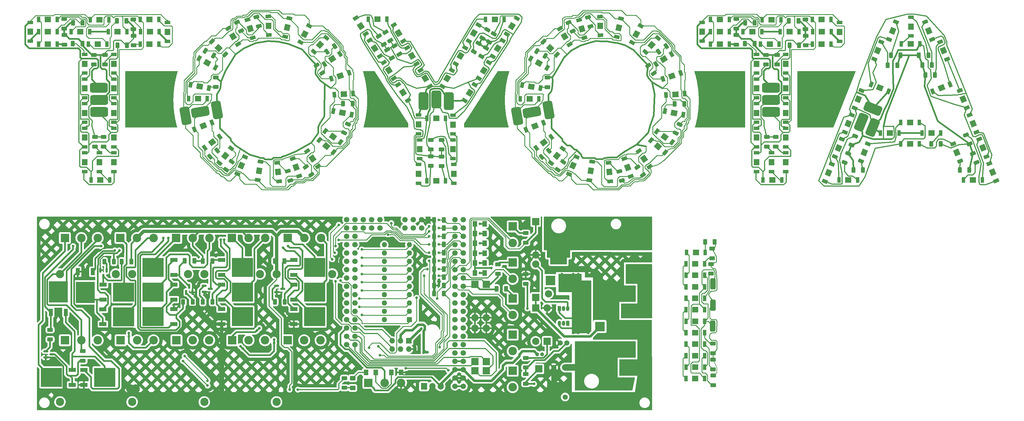
<source format=gbr>
%TF.GenerationSoftware,KiCad,Pcbnew,(6.0.0)*%
%TF.CreationDate,2022-05-14T17:24:59-07:00*%
%TF.ProjectId,Stencil,5374656e-6369-46c2-9e6b-696361645f70,rev?*%
%TF.SameCoordinates,Original*%
%TF.FileFunction,Copper,L1,Top*%
%TF.FilePolarity,Positive*%
%FSLAX46Y46*%
G04 Gerber Fmt 4.6, Leading zero omitted, Abs format (unit mm)*
G04 Created by KiCad (PCBNEW (6.0.0)) date 2022-05-14 17:24:59*
%MOMM*%
%LPD*%
G01*
G04 APERTURE LIST*
G04 Aperture macros list*
%AMRoundRect*
0 Rectangle with rounded corners*
0 $1 Rounding radius*
0 $2 $3 $4 $5 $6 $7 $8 $9 X,Y pos of 4 corners*
0 Add a 4 corners polygon primitive as box body*
4,1,4,$2,$3,$4,$5,$6,$7,$8,$9,$2,$3,0*
0 Add four circle primitives for the rounded corners*
1,1,$1+$1,$2,$3*
1,1,$1+$1,$4,$5*
1,1,$1+$1,$6,$7*
1,1,$1+$1,$8,$9*
0 Add four rect primitives between the rounded corners*
20,1,$1+$1,$2,$3,$4,$5,0*
20,1,$1+$1,$4,$5,$6,$7,0*
20,1,$1+$1,$6,$7,$8,$9,0*
20,1,$1+$1,$8,$9,$2,$3,0*%
%AMRotRect*
0 Rectangle, with rotation*
0 The origin of the aperture is its center*
0 $1 length*
0 $2 width*
0 $3 Rotation angle, in degrees counterclockwise*
0 Add horizontal line*
21,1,$1,$2,0,0,$3*%
%AMFreePoly0*
4,1,21,3.042426,3.042426,3.060000,3.000000,3.060000,-4.000000,3.042426,-4.042426,3.000000,-4.060000,2.060000,-4.060000,2.060000,-6.000000,2.042426,-6.042426,2.000000,-6.060000,-3.000000,-6.060000,-3.042426,-6.042426,-3.060000,-6.000000,-3.060000,-4.060000,-4.000000,-4.060000,-4.042426,-4.042426,-4.060000,-4.000000,-4.060000,3.000000,-4.042426,3.042426,-4.000000,3.060000,3.000000,3.060000,
3.042426,3.042426,3.042426,3.042426,$1*%
G04 Aperture macros list end*
%ADD10C,0.200000*%
%TA.AperFunction,NonConductor*%
%ADD11C,0.000000*%
%TD*%
%TA.AperFunction,NonConductor*%
%ADD12C,0.200000*%
%TD*%
%TA.AperFunction,ComponentPad*%
%ADD13R,2.600000X2.600000*%
%TD*%
%TA.AperFunction,ComponentPad*%
%ADD14C,2.600000*%
%TD*%
%TA.AperFunction,SMDPad,CuDef*%
%ADD15RoundRect,0.150000X-0.587500X-0.150000X0.587500X-0.150000X0.587500X0.150000X-0.587500X0.150000X0*%
%TD*%
%TA.AperFunction,SMDPad,CuDef*%
%ADD16RotRect,1.900000X1.700000X168.900000*%
%TD*%
%TA.AperFunction,SMDPad,CuDef*%
%ADD17RotRect,1.100000X1.700000X168.900000*%
%TD*%
%TA.AperFunction,SMDPad,CuDef*%
%ADD18RoundRect,0.250000X-0.625000X0.312500X-0.625000X-0.312500X0.625000X-0.312500X0.625000X0.312500X0*%
%TD*%
%TA.AperFunction,ComponentPad*%
%ADD19R,3.000000X3.000000*%
%TD*%
%TA.AperFunction,SMDPad,CuDef*%
%ADD20FreePoly0,0.000000*%
%TD*%
%TA.AperFunction,ComponentPad*%
%ADD21O,3.000000X3.000000*%
%TD*%
%TA.AperFunction,SMDPad,CuDef*%
%ADD22RotRect,1.900000X1.700000X242.400000*%
%TD*%
%TA.AperFunction,SMDPad,CuDef*%
%ADD23RotRect,1.100000X1.700000X242.400000*%
%TD*%
%TA.AperFunction,ComponentPad*%
%ADD24R,2.200000X2.200000*%
%TD*%
%TA.AperFunction,ComponentPad*%
%ADD25O,2.200000X2.200000*%
%TD*%
%TA.AperFunction,ComponentPad*%
%ADD26C,2.500000*%
%TD*%
%TA.AperFunction,SMDPad,CuDef*%
%ADD27R,2.200000X1.200000*%
%TD*%
%TA.AperFunction,SMDPad,CuDef*%
%ADD28R,6.400000X5.800000*%
%TD*%
%TA.AperFunction,ComponentPad*%
%ADD29R,1.905000X2.000000*%
%TD*%
%TA.AperFunction,ComponentPad*%
%ADD30O,1.905000X2.000000*%
%TD*%
%TA.AperFunction,SMDPad,CuDef*%
%ADD31R,1.900000X1.700000*%
%TD*%
%TA.AperFunction,SMDPad,CuDef*%
%ADD32R,1.100000X1.700000*%
%TD*%
%TA.AperFunction,SMDPad,CuDef*%
%ADD33RoundRect,0.750000X2.000000X-0.750000X2.000000X0.750000X-2.000000X0.750000X-2.000000X-0.750000X0*%
%TD*%
%TA.AperFunction,SMDPad,CuDef*%
%ADD34RotRect,1.900000X1.700000X183.600000*%
%TD*%
%TA.AperFunction,SMDPad,CuDef*%
%ADD35RotRect,1.100000X1.700000X183.600000*%
%TD*%
%TA.AperFunction,SMDPad,CuDef*%
%ADD36RoundRect,0.425000X0.425000X-1.275000X0.425000X1.275000X-0.425000X1.275000X-0.425000X-1.275000X0*%
%TD*%
%TA.AperFunction,SMDPad,CuDef*%
%ADD37RoundRect,0.250000X-0.312500X-0.625000X0.312500X-0.625000X0.312500X0.625000X-0.312500X0.625000X0*%
%TD*%
%TA.AperFunction,SMDPad,CuDef*%
%ADD38RotRect,1.900000X1.700000X248.000000*%
%TD*%
%TA.AperFunction,SMDPad,CuDef*%
%ADD39RotRect,1.100000X1.700000X248.000000*%
%TD*%
%TA.AperFunction,SMDPad,CuDef*%
%ADD40RoundRect,0.250000X-0.583133X-0.385016X-0.041867X-0.697516X0.583133X0.385016X0.041867X0.697516X0*%
%TD*%
%TA.AperFunction,SMDPad,CuDef*%
%ADD41R,1.700000X1.900000*%
%TD*%
%TA.AperFunction,SMDPad,CuDef*%
%ADD42R,1.700000X1.100000*%
%TD*%
%TA.AperFunction,SMDPad,CuDef*%
%ADD43RotRect,1.900000X1.700000X144.200000*%
%TD*%
%TA.AperFunction,SMDPad,CuDef*%
%ADD44RotRect,1.100000X1.700000X144.200000*%
%TD*%
%TA.AperFunction,SMDPad,CuDef*%
%ADD45RotRect,1.900000X1.700000X59.500000*%
%TD*%
%TA.AperFunction,SMDPad,CuDef*%
%ADD46RotRect,1.100000X1.700000X59.500000*%
%TD*%
%TA.AperFunction,SMDPad,CuDef*%
%ADD47RotRect,1.900000X1.700000X315.900000*%
%TD*%
%TA.AperFunction,SMDPad,CuDef*%
%ADD48RotRect,1.100000X1.700000X315.900000*%
%TD*%
%TA.AperFunction,SMDPad,CuDef*%
%ADD49RoundRect,0.250000X0.312500X0.625000X-0.312500X0.625000X-0.312500X-0.625000X0.312500X-0.625000X0*%
%TD*%
%TA.AperFunction,ComponentPad*%
%ADD50C,1.676400*%
%TD*%
%TA.AperFunction,SMDPad,CuDef*%
%ADD51RotRect,1.900000X1.700000X122.500000*%
%TD*%
%TA.AperFunction,SMDPad,CuDef*%
%ADD52RotRect,1.100000X1.700000X122.500000*%
%TD*%
%TA.AperFunction,SMDPad,CuDef*%
%ADD53RoundRect,0.250000X0.625000X-0.312500X0.625000X0.312500X-0.625000X0.312500X-0.625000X-0.312500X0*%
%TD*%
%TA.AperFunction,SMDPad,CuDef*%
%ADD54RoundRect,0.250000X-0.379912X0.586471X-0.697124X0.047952X0.379912X-0.586471X0.697124X-0.047952X0*%
%TD*%
%TA.AperFunction,SMDPad,CuDef*%
%ADD55RotRect,1.900000X1.700000X66.000000*%
%TD*%
%TA.AperFunction,SMDPad,CuDef*%
%ADD56RotRect,1.100000X1.700000X66.000000*%
%TD*%
%TA.AperFunction,SMDPad,CuDef*%
%ADD57RotRect,1.900000X1.700000X158.000000*%
%TD*%
%TA.AperFunction,SMDPad,CuDef*%
%ADD58RotRect,1.100000X1.700000X158.000000*%
%TD*%
%TA.AperFunction,SMDPad,CuDef*%
%ADD59RoundRect,0.250000X0.691213X0.102500X0.332727X0.614470X-0.691213X-0.102500X-0.332727X-0.614470X0*%
%TD*%
%TA.AperFunction,SMDPad,CuDef*%
%ADD60FreePoly0,180.000000*%
%TD*%
%TA.AperFunction,SMDPad,CuDef*%
%ADD61RotRect,1.900000X1.700000X124.800000*%
%TD*%
%TA.AperFunction,SMDPad,CuDef*%
%ADD62RotRect,1.100000X1.700000X124.800000*%
%TD*%
%TA.AperFunction,SMDPad,CuDef*%
%ADD63RoundRect,0.150000X-0.150000X0.587500X-0.150000X-0.587500X0.150000X-0.587500X0.150000X0.587500X0*%
%TD*%
%TA.AperFunction,SMDPad,CuDef*%
%ADD64RotRect,1.900000X1.700000X198.300000*%
%TD*%
%TA.AperFunction,SMDPad,CuDef*%
%ADD65RotRect,1.100000X1.700000X198.300000*%
%TD*%
%TA.AperFunction,ComponentPad*%
%ADD66R,3.200000X3.200000*%
%TD*%
%TA.AperFunction,ComponentPad*%
%ADD67O,3.200000X3.200000*%
%TD*%
%TA.AperFunction,ComponentPad*%
%ADD68C,1.600000*%
%TD*%
%TA.AperFunction,SMDPad,CuDef*%
%ADD69RotRect,1.900000X1.700000X95.400000*%
%TD*%
%TA.AperFunction,SMDPad,CuDef*%
%ADD70RotRect,1.100000X1.700000X95.400000*%
%TD*%
%TA.AperFunction,SMDPad,CuDef*%
%ADD71RotRect,1.900000X1.700000X110.100000*%
%TD*%
%TA.AperFunction,SMDPad,CuDef*%
%ADD72RotRect,1.100000X1.700000X110.100000*%
%TD*%
%TA.AperFunction,SMDPad,CuDef*%
%ADD73RoundRect,0.250000X-0.434374X0.547358X-0.698511X-0.019085X0.434374X-0.547358X0.698511X0.019085X0*%
%TD*%
%TA.AperFunction,SMDPad,CuDef*%
%ADD74RoundRect,0.250000X-0.698511X0.019085X-0.434374X-0.547358X0.698511X-0.019085X0.434374X0.547358X0*%
%TD*%
%TA.AperFunction,SMDPad,CuDef*%
%ADD75RoundRect,0.250000X0.379912X-0.586471X0.697124X-0.047952X-0.379912X0.586471X-0.697124X0.047952X0*%
%TD*%
%TA.AperFunction,SMDPad,CuDef*%
%ADD76RoundRect,0.250001X0.462499X0.624999X-0.462499X0.624999X-0.462499X-0.624999X0.462499X-0.624999X0*%
%TD*%
%TA.AperFunction,SMDPad,CuDef*%
%ADD77RoundRect,0.250000X0.462425X-0.523874X0.696554X0.055616X-0.462425X0.523874X-0.696554X-0.055616X0*%
%TD*%
%TA.AperFunction,SMDPad,CuDef*%
%ADD78RotRect,1.900000X1.700000X112.000000*%
%TD*%
%TA.AperFunction,SMDPad,CuDef*%
%ADD79RotRect,1.100000X1.700000X112.000000*%
%TD*%
%TA.AperFunction,SMDPad,CuDef*%
%ADD80RotRect,1.900000X1.700000X51.300000*%
%TD*%
%TA.AperFunction,SMDPad,CuDef*%
%ADD81RotRect,1.100000X1.700000X51.300000*%
%TD*%
%TA.AperFunction,SMDPad,CuDef*%
%ADD82RotRect,1.900000X1.700000X271.800000*%
%TD*%
%TA.AperFunction,SMDPad,CuDef*%
%ADD83RotRect,1.100000X1.700000X271.800000*%
%TD*%
%TA.AperFunction,SMDPad,CuDef*%
%ADD84RotRect,1.900000X1.700000X301.200000*%
%TD*%
%TA.AperFunction,SMDPad,CuDef*%
%ADD85RotRect,1.100000X1.700000X301.200000*%
%TD*%
%TA.AperFunction,SMDPad,CuDef*%
%ADD86RoundRect,0.250000X-0.102500X0.691213X-0.614470X0.332727X0.102500X-0.691213X0.614470X-0.332727X0*%
%TD*%
%TA.AperFunction,SMDPad,CuDef*%
%ADD87RoundRect,0.250000X0.684585X-0.140090X0.522823X0.463614X-0.684585X0.140090X-0.522823X-0.463614X0*%
%TD*%
%TA.AperFunction,SMDPad,CuDef*%
%ADD88RoundRect,0.250000X-0.697124X-0.047952X-0.379912X-0.586471X0.697124X0.047952X0.379912X0.586471X0*%
%TD*%
%TA.AperFunction,SMDPad,CuDef*%
%ADD89RotRect,1.900000X1.700000X292.000000*%
%TD*%
%TA.AperFunction,SMDPad,CuDef*%
%ADD90RotRect,1.100000X1.700000X292.000000*%
%TD*%
%TA.AperFunction,SMDPad,CuDef*%
%ADD91RoundRect,0.750000X-0.391309X-2.099852X1.085902X-1.839379X0.391309X2.099852X-1.085902X1.839379X0*%
%TD*%
%TA.AperFunction,SMDPad,CuDef*%
%ADD92RotRect,1.900000X1.700000X257.100000*%
%TD*%
%TA.AperFunction,SMDPad,CuDef*%
%ADD93RotRect,1.100000X1.700000X257.100000*%
%TD*%
%TA.AperFunction,ComponentPad*%
%ADD94R,1.600000X1.600000*%
%TD*%
%TA.AperFunction,ComponentPad*%
%ADD95O,1.600000X1.600000*%
%TD*%
%TA.AperFunction,SMDPad,CuDef*%
%ADD96RotRect,1.900000X1.700000X36.600000*%
%TD*%
%TA.AperFunction,SMDPad,CuDef*%
%ADD97RotRect,1.100000X1.700000X36.600000*%
%TD*%
%TA.AperFunction,SMDPad,CuDef*%
%ADD98RoundRect,0.750000X-0.750000X-2.000000X0.750000X-2.000000X0.750000X2.000000X-0.750000X2.000000X0*%
%TD*%
%TA.AperFunction,SMDPad,CuDef*%
%ADD99RotRect,1.900000X1.700000X330.600000*%
%TD*%
%TA.AperFunction,SMDPad,CuDef*%
%ADD100RotRect,1.100000X1.700000X330.600000*%
%TD*%
%TA.AperFunction,SMDPad,CuDef*%
%ADD101RotRect,1.900000X1.700000X120.500000*%
%TD*%
%TA.AperFunction,SMDPad,CuDef*%
%ADD102RotRect,1.100000X1.700000X120.500000*%
%TD*%
%TA.AperFunction,SMDPad,CuDef*%
%ADD103R,1.200000X2.200000*%
%TD*%
%TA.AperFunction,SMDPad,CuDef*%
%ADD104R,5.800000X6.400000*%
%TD*%
%TA.AperFunction,SMDPad,CuDef*%
%ADD105RoundRect,0.250000X0.162353X-0.679649X0.641131X-0.277907X-0.162353X0.679649X-0.641131X0.277907X0*%
%TD*%
%TA.AperFunction,SMDPad,CuDef*%
%ADD106RoundRect,0.750000X-1.444601X-1.573413X-0.053825X-2.135323X1.444601X1.573413X0.053825X2.135323X0*%
%TD*%
%TA.AperFunction,ComponentPad*%
%ADD107R,1.050000X1.500000*%
%TD*%
%TA.AperFunction,ComponentPad*%
%ADD108O,1.050000X1.500000*%
%TD*%
%TA.AperFunction,SMDPad,CuDef*%
%ADD109RotRect,1.900000X1.700000X57.500000*%
%TD*%
%TA.AperFunction,SMDPad,CuDef*%
%ADD110RotRect,1.100000X1.700000X57.500000*%
%TD*%
%TA.AperFunction,SMDPad,CuDef*%
%ADD111RoundRect,0.150000X0.150000X-0.587500X0.150000X0.587500X-0.150000X0.587500X-0.150000X-0.587500X0*%
%TD*%
%TA.AperFunction,ComponentPad*%
%ADD112C,1.200000*%
%TD*%
%TA.AperFunction,SMDPad,CuDef*%
%ADD113RotRect,1.900000X1.700000X350.300000*%
%TD*%
%TA.AperFunction,SMDPad,CuDef*%
%ADD114RotRect,1.100000X1.700000X350.300000*%
%TD*%
%TA.AperFunction,SMDPad,CuDef*%
%ADD115RoundRect,0.250000X-0.462425X0.523874X-0.696554X-0.055616X0.462425X-0.523874X0.696554X0.055616X0*%
%TD*%
%TA.AperFunction,SMDPad,CuDef*%
%ADD116RotRect,1.900000X1.700000X213.000000*%
%TD*%
%TA.AperFunction,SMDPad,CuDef*%
%ADD117RotRect,1.100000X1.700000X213.000000*%
%TD*%
%TA.AperFunction,SMDPad,CuDef*%
%ADD118RotRect,1.900000X1.700000X286.500000*%
%TD*%
%TA.AperFunction,SMDPad,CuDef*%
%ADD119RotRect,1.100000X1.700000X286.500000*%
%TD*%
%TA.AperFunction,SMDPad,CuDef*%
%ADD120RoundRect,0.250000X-0.696554X0.055616X-0.462425X-0.523874X0.696554X-0.055616X0.462425X0.523874X0*%
%TD*%
%TA.AperFunction,SMDPad,CuDef*%
%ADD121RotRect,1.900000X1.700000X21.900000*%
%TD*%
%TA.AperFunction,SMDPad,CuDef*%
%ADD122RotRect,1.100000X1.700000X21.900000*%
%TD*%
%TA.AperFunction,SMDPad,CuDef*%
%ADD123RoundRect,0.250000X0.697124X0.047952X0.379912X0.586471X-0.697124X-0.047952X-0.379912X-0.586471X0*%
%TD*%
%TA.AperFunction,SMDPad,CuDef*%
%ADD124RotRect,1.900000X1.700000X80.700000*%
%TD*%
%TA.AperFunction,SMDPad,CuDef*%
%ADD125RotRect,1.100000X1.700000X80.700000*%
%TD*%
%TA.AperFunction,SMDPad,CuDef*%
%ADD126RotRect,1.900000X1.700000X68.000000*%
%TD*%
%TA.AperFunction,SMDPad,CuDef*%
%ADD127RotRect,1.100000X1.700000X68.000000*%
%TD*%
%TA.AperFunction,ComponentPad*%
%ADD128R,1.700000X1.700000*%
%TD*%
%TA.AperFunction,ComponentPad*%
%ADD129O,1.700000X1.700000*%
%TD*%
%TA.AperFunction,SMDPad,CuDef*%
%ADD130RoundRect,0.750000X2.099852X-0.391309X1.839379X1.085902X-2.099852X0.391309X-1.839379X-1.085902X0*%
%TD*%
%TA.AperFunction,SMDPad,CuDef*%
%ADD131RoundRect,0.250000X0.332727X-0.614470X0.691213X-0.102500X-0.332727X0.614470X-0.691213X0.102500X0*%
%TD*%
%TA.AperFunction,SMDPad,CuDef*%
%ADD132RotRect,1.900000X1.700000X227.700000*%
%TD*%
%TA.AperFunction,SMDPad,CuDef*%
%ADD133RotRect,1.100000X1.700000X227.700000*%
%TD*%
%TA.AperFunction,SMDPad,CuDef*%
%ADD134RotRect,1.900000X1.700000X22.000000*%
%TD*%
%TA.AperFunction,SMDPad,CuDef*%
%ADD135RotRect,1.100000X1.700000X22.000000*%
%TD*%
%TA.AperFunction,SMDPad,CuDef*%
%ADD136RoundRect,0.250000X0.696554X-0.055616X0.462425X0.523874X-0.696554X0.055616X-0.462425X-0.523874X0*%
%TD*%
%TA.AperFunction,ComponentPad*%
%ADD137R,2.000000X2.500000*%
%TD*%
%TA.AperFunction,SMDPad,CuDef*%
%ADD138RoundRect,0.250000X-0.691213X-0.102500X-0.332727X-0.614470X0.691213X0.102500X0.332727X0.614470X0*%
%TD*%
%TA.AperFunction,SMDPad,CuDef*%
%ADD139RoundRect,0.250001X-0.624999X0.462499X-0.624999X-0.462499X0.624999X-0.462499X0.624999X0.462499X0*%
%TD*%
%TA.AperFunction,SMDPad,CuDef*%
%ADD140RotRect,1.900000X1.700000X139.500000*%
%TD*%
%TA.AperFunction,SMDPad,CuDef*%
%ADD141RotRect,1.100000X1.700000X139.500000*%
%TD*%
%TA.AperFunction,SMDPad,CuDef*%
%ADD142RoundRect,0.750000X-1.573413X1.444601X-2.135323X0.053825X1.573413X-1.444601X2.135323X-0.053825X0*%
%TD*%
%TA.AperFunction,ComponentPad*%
%ADD143C,2.000000*%
%TD*%
%TA.AperFunction,ViaPad*%
%ADD144C,0.800000*%
%TD*%
%TA.AperFunction,Conductor*%
%ADD145C,0.254000*%
%TD*%
%TA.AperFunction,Conductor*%
%ADD146C,0.300000*%
%TD*%
%TA.AperFunction,Conductor*%
%ADD147C,0.508000*%
%TD*%
%TA.AperFunction,Conductor*%
%ADD148C,0.203200*%
%TD*%
%TA.AperFunction,Conductor*%
%ADD149C,0.250000*%
%TD*%
%TA.AperFunction,Conductor*%
%ADD150C,0.762000*%
%TD*%
%TA.AperFunction,Conductor*%
%ADD151C,1.000000*%
%TD*%
%TA.AperFunction,Conductor*%
%ADD152C,2.000000*%
%TD*%
%TA.AperFunction,Conductor*%
%ADD153C,1.500000*%
%TD*%
G04 APERTURE END LIST*
D10*
X55968435Y-64036179D02*
X55968435Y-47036356D01*
X55968435Y-47036356D02*
X71754379Y-47036356D01*
X70454889Y-55791721D02*
X70456012Y-56055131D01*
X70459382Y-56318255D01*
X70464996Y-56581086D01*
X70472854Y-56843614D01*
X70482953Y-57105831D01*
X70495292Y-57367728D01*
X70509869Y-57629296D01*
X70526684Y-57890527D01*
X70545734Y-58151411D01*
X70567017Y-58411940D01*
X70590533Y-58672106D01*
X70616280Y-58931899D01*
X70644255Y-59191312D01*
X70674459Y-59450335D01*
X70706888Y-59708959D01*
X70741542Y-59967176D01*
X70778419Y-60224978D01*
X70817518Y-60482354D01*
X70858836Y-60739298D01*
X70902373Y-60995800D01*
X70948126Y-61251851D01*
X70996095Y-61507442D01*
X71046278Y-61762566D01*
X71098672Y-62017213D01*
X71153278Y-62271374D01*
X71210092Y-62525041D01*
X71269114Y-62778205D01*
X71330342Y-63030858D01*
X71393774Y-63282990D01*
X71459409Y-63534594D01*
X71527246Y-63785659D01*
X71597283Y-64036179D01*
D11*
G36*
X172825557Y-47036356D02*
G01*
X172031860Y-49936267D01*
X171581860Y-53546267D01*
X171581860Y-58126267D01*
X172161860Y-62156267D01*
X172651752Y-64036179D01*
X159311860Y-64026267D01*
X159301860Y-62906267D01*
X169471860Y-47026267D01*
X172825557Y-47036356D01*
G37*
D10*
X71597283Y-64036179D02*
X55968435Y-64036179D01*
X71754379Y-47036356D02*
X71674722Y-47302319D01*
X71597567Y-47568872D01*
X71522915Y-47836006D01*
X71450767Y-48103710D01*
X71381125Y-48371974D01*
X71313992Y-48640790D01*
X71249368Y-48910147D01*
X71187257Y-49180036D01*
X71127659Y-49450448D01*
X71070576Y-49721371D01*
X71016011Y-49992797D01*
X70963965Y-50264716D01*
X70914441Y-50537119D01*
X70867438Y-50809995D01*
X70822961Y-51083335D01*
X70781010Y-51357130D01*
X70741587Y-51631368D01*
X70704695Y-51906042D01*
X70670334Y-52181142D01*
X70638507Y-52456656D01*
X70609216Y-52732577D01*
X70582463Y-53008894D01*
X70558248Y-53285597D01*
X70536575Y-53562677D01*
X70517445Y-53840124D01*
X70500859Y-54117929D01*
X70486820Y-54396081D01*
X70475330Y-54674571D01*
X70466389Y-54953390D01*
X70460001Y-55232528D01*
X70456167Y-55511975D01*
X70454889Y-55791721D01*
D11*
G36*
X142021860Y-62896267D02*
G01*
X142018997Y-64036179D01*
X128562281Y-64036179D01*
X129001860Y-62426267D01*
X129441860Y-59836267D01*
X129651860Y-57266267D01*
X129691860Y-54326267D01*
X129291860Y-50876267D01*
X128761860Y-48386267D01*
X128410433Y-47056218D01*
X131871860Y-47036356D01*
X142021860Y-62896267D01*
G37*
G36*
X244801860Y-47086267D02*
G01*
X244781860Y-64016267D01*
X229651860Y-63996267D01*
X230341860Y-60896267D01*
X230601860Y-58496267D01*
X230751860Y-56316267D01*
X230731860Y-54076267D01*
X230511860Y-51786267D01*
X230121860Y-49506267D01*
X229661860Y-47796267D01*
X229458104Y-47016267D01*
X244761860Y-47006267D01*
X244801860Y-47086267D01*
G37*
G36*
X71141860Y-49256267D02*
G01*
X70591860Y-52666267D01*
X70441860Y-55796267D01*
X70681860Y-59746267D01*
X70951860Y-61246267D01*
X71561860Y-64056267D01*
X55971860Y-64006267D01*
X55991860Y-47046267D01*
X55968435Y-47036356D01*
X71754379Y-47036356D01*
X71141860Y-49256267D01*
G37*
G36*
X278421860Y-47036267D02*
G01*
X271631860Y-63986267D01*
X260831860Y-64006267D01*
X260791860Y-47016267D01*
X260811860Y-47016267D01*
X278421860Y-47036267D01*
G37*
D10*
X172825557Y-47036356D02*
X172745329Y-47303208D01*
X172667621Y-47570653D01*
X172592435Y-47838680D01*
X172519772Y-48107279D01*
X172449635Y-48376442D01*
X172382025Y-48646158D01*
X172316943Y-48916418D01*
X172254392Y-49187212D01*
X172194374Y-49458531D01*
X172136889Y-49730364D01*
X172081941Y-50002703D01*
X172029530Y-50275538D01*
X171979658Y-50548859D01*
X171932328Y-50822656D01*
X171887541Y-51096920D01*
X171845298Y-51371642D01*
X171805602Y-51646811D01*
X171768454Y-51922418D01*
X171733856Y-52198453D01*
X171701810Y-52474908D01*
X171672317Y-52751771D01*
X171645380Y-53029034D01*
X171621000Y-53306687D01*
X171599178Y-53584720D01*
X171579918Y-53863124D01*
X171563219Y-54141888D01*
X171549085Y-54421005D01*
X171537517Y-54700463D01*
X171528516Y-54980253D01*
X171522085Y-55260366D01*
X171518225Y-55540791D01*
X171516938Y-55821521D01*
X169455565Y-47036356D02*
X172825557Y-47036356D01*
X129704675Y-55791721D02*
X129703396Y-55511959D01*
X129699562Y-55232499D01*
X129693174Y-54953350D01*
X129684233Y-54674522D01*
X129672743Y-54396023D01*
X129658704Y-54117864D01*
X129642118Y-53840055D01*
X129622988Y-53562604D01*
X129601315Y-53285521D01*
X129577100Y-53008817D01*
X129550347Y-52732500D01*
X129521056Y-52456580D01*
X129489229Y-52181067D01*
X129454868Y-51905971D01*
X129417976Y-51631300D01*
X129378553Y-51357065D01*
X129336602Y-51083275D01*
X129292125Y-50809939D01*
X129245122Y-50537068D01*
X129195598Y-50264671D01*
X129143552Y-49992757D01*
X129088987Y-49721336D01*
X129031904Y-49450418D01*
X128972306Y-49180012D01*
X128910195Y-48910128D01*
X128845571Y-48640775D01*
X128778438Y-48371964D01*
X128708796Y-48103702D01*
X128636648Y-47836002D01*
X128561996Y-47568870D01*
X128484841Y-47302318D01*
X128405185Y-47036356D01*
X171516938Y-55821521D02*
X171518054Y-56083823D01*
X171521401Y-56345853D01*
X171526977Y-56607602D01*
X171534782Y-56869061D01*
X171544813Y-57130221D01*
X171557069Y-57391073D01*
X171571549Y-57651609D01*
X171588251Y-57911819D01*
X171607173Y-58171695D01*
X171628314Y-58431228D01*
X171651673Y-58690408D01*
X171677247Y-58949228D01*
X171705036Y-59207678D01*
X171735038Y-59465749D01*
X171767251Y-59723433D01*
X171801674Y-59980720D01*
X171838306Y-60237602D01*
X171877144Y-60494070D01*
X171918188Y-60750115D01*
X171961435Y-61005729D01*
X172006885Y-61260901D01*
X172054536Y-61515624D01*
X172104385Y-61769889D01*
X172156433Y-62023686D01*
X172210677Y-62277007D01*
X172267115Y-62529843D01*
X172325747Y-62782186D01*
X172386571Y-63034025D01*
X172449584Y-63285353D01*
X172514787Y-63536160D01*
X172582176Y-63786439D01*
X172651752Y-64036179D01*
X131839601Y-47036356D02*
X142019169Y-62909978D01*
X159276169Y-62909978D02*
X169455565Y-47036356D01*
X230766551Y-55821521D02*
X230765263Y-55540760D01*
X230761402Y-55260303D01*
X230754968Y-54980161D01*
X230745965Y-54700343D01*
X230734393Y-54420858D01*
X230720255Y-54141716D01*
X230703553Y-53862928D01*
X230684288Y-53584502D01*
X230662463Y-53306449D01*
X230638079Y-53028777D01*
X230611138Y-52751498D01*
X230581642Y-52474620D01*
X230549593Y-52198154D01*
X230514993Y-51922108D01*
X230477844Y-51646493D01*
X230438147Y-51371319D01*
X230395905Y-51096595D01*
X230351119Y-50822330D01*
X230303792Y-50548536D01*
X230253924Y-50275220D01*
X230201519Y-50002394D01*
X230146578Y-49730066D01*
X230089103Y-49458247D01*
X230029096Y-49186945D01*
X229966558Y-48916172D01*
X229901492Y-48645936D01*
X229833899Y-48376248D01*
X229763782Y-48107117D01*
X229691142Y-47838552D01*
X229615981Y-47570564D01*
X229538301Y-47303162D01*
X229458104Y-47036356D01*
D12*
X278455285Y-47036356D02*
X271672926Y-64036179D01*
D10*
X229632081Y-64036179D02*
X229701624Y-63786469D01*
X229768985Y-63536217D01*
X229834160Y-63285432D01*
X229897148Y-63034124D01*
X229957947Y-62782300D01*
X230016557Y-62529971D01*
X230072975Y-62277145D01*
X230127200Y-62023831D01*
X230179230Y-61770039D01*
X230229064Y-61515777D01*
X230276700Y-61261054D01*
X230322137Y-61005880D01*
X230365372Y-60750263D01*
X230406405Y-60494213D01*
X230445234Y-60237739D01*
X230481857Y-59980849D01*
X230516272Y-59723553D01*
X230548479Y-59465860D01*
X230578475Y-59207779D01*
X230606259Y-58949319D01*
X230631829Y-58690488D01*
X230655184Y-58431297D01*
X230676323Y-58171754D01*
X230695242Y-57911868D01*
X230711942Y-57651647D01*
X230726421Y-57391103D01*
X230738676Y-57130242D01*
X230748707Y-56869075D01*
X230756511Y-56607610D01*
X230762087Y-56345857D01*
X230765434Y-56083824D01*
X230766551Y-55821521D01*
D12*
X260833966Y-47036356D02*
X278455285Y-47036356D01*
D10*
X244783611Y-47036356D02*
X244783611Y-64036179D01*
X244783611Y-64036179D02*
X229632081Y-64036179D01*
X229458104Y-47036356D02*
X244783611Y-47036356D01*
D12*
X260833966Y-64036179D02*
X260833966Y-47036356D01*
D10*
X172651752Y-64036179D02*
X159276169Y-64036179D01*
X142019169Y-62909978D02*
X142018997Y-64036179D01*
X159276169Y-64036179D02*
X159276169Y-62909978D01*
X128405185Y-47036356D02*
X131839601Y-47036356D01*
X128562281Y-64036179D02*
X128632317Y-63785658D01*
X128700154Y-63534590D01*
X128765789Y-63282982D01*
X128829221Y-63030844D01*
X128890449Y-62778184D01*
X128949471Y-62525012D01*
X129006286Y-62271335D01*
X129060891Y-62017164D01*
X129113286Y-61762507D01*
X129163468Y-61507373D01*
X129211437Y-61251771D01*
X129257191Y-60995709D01*
X129300727Y-60739197D01*
X129342046Y-60482243D01*
X129381144Y-60224857D01*
X129418021Y-59967047D01*
X129452675Y-59708823D01*
X129485105Y-59450192D01*
X129515308Y-59191164D01*
X129543284Y-58931748D01*
X129569030Y-58671953D01*
X129592546Y-58411788D01*
X129613830Y-58151261D01*
X129632879Y-57890381D01*
X129649694Y-57629158D01*
X129664271Y-57367600D01*
X129676610Y-57105717D01*
X129686709Y-56843516D01*
X129694567Y-56581007D01*
X129700181Y-56318199D01*
X129703551Y-56055100D01*
X129704675Y-55791721D01*
D12*
X271672926Y-64036179D02*
X260833966Y-64036179D01*
D10*
X142018997Y-64036179D02*
X128562281Y-64036179D01*
D13*
%TO.P,J27,1,Pin_1*%
%TO.N,N/C*%
X173960000Y-127292976D03*
D14*
%TO.P,J27,2,Pin_2*%
X173960000Y-132292976D03*
%TD*%
D13*
%TO.P,J13,1,Pin_1*%
%TO.N,N/C*%
X71460000Y-128987976D03*
D14*
%TO.P,J13,2,Pin_2*%
X76460000Y-128987976D03*
%TO.P,J13,3,Pin_3*%
X81460000Y-128987976D03*
%TD*%
D13*
%TO.P,J16,1,Pin_1*%
%TO.N,N/C*%
X105410000Y-128992976D03*
D14*
%TO.P,J16,2,Pin_2*%
X110410000Y-128992976D03*
%TO.P,J16,3,Pin_3*%
X115410000Y-128992976D03*
%TD*%
D15*
%TO.P,Q4,1,B*%
%TO.N,N/C*%
X31672500Y-132342976D03*
%TO.P,Q4,2,E*%
X31672500Y-134242976D03*
%TO.P,Q4,3,C*%
X33547500Y-133292976D03*
%TD*%
D13*
%TO.P,J20,1,Pin_1*%
%TO.N,N/C*%
X71375000Y-97792976D03*
D14*
%TO.P,J20,2,Pin_2*%
X76455000Y-97792976D03*
%TO.P,J20,3,Pin_3*%
X81535000Y-97792976D03*
%TD*%
D16*
%TO.P,D43,*%
%TO.N,*%
X122093762Y-59626590D03*
D17*
%TO.P,D43,1,K*%
%TO.N,N/C*%
X124890446Y-60175278D03*
%TO.P,D43,2,A*%
X119297078Y-59077902D03*
%TD*%
D18*
%TO.P,R43,1*%
%TO.N,N/C*%
X184570000Y-48907500D03*
%TO.P,R43,2*%
X184570000Y-51832500D03*
%TD*%
D19*
%TO.P,Q41,1,G*%
%TO.N,N/C*%
X185460000Y-110792976D03*
D20*
%TO.P,Q41,2,D*%
X188460000Y-99792976D03*
D21*
%TO.P,Q41,3,S*%
X190540000Y-110792976D03*
%TD*%
D18*
%TO.P,R29,1*%
%TO.N,N/C*%
X149030000Y-72900476D03*
%TO.P,R29,2*%
X149030000Y-75825476D03*
%TD*%
D13*
%TO.P,J22,1,Pin_1*%
%TO.N,N/C*%
X173960000Y-105292976D03*
D14*
%TO.P,J22,2,Pin_2*%
X173960000Y-110292976D03*
%TD*%
D22*
%TO.P,D77,*%
%TO.N,*%
X211658337Y-35681970D03*
D23*
%TO.P,D77,1,K*%
%TO.N,N/C*%
X212978731Y-33156290D03*
%TO.P,D77,2,A*%
X210337943Y-38207650D03*
%TD*%
D24*
%TO.P,D194,1,K*%
%TO.N,N/C*%
X162460000Y-135452976D03*
D25*
%TO.P,D194,2,A*%
X162460000Y-125292976D03*
%TD*%
D26*
%TO.P,A4,1,Vin*%
%TO.N,N/C*%
X101960000Y-147792976D03*
%TO.P,A4,2,Vout*%
X101960000Y-108792976D03*
%TO.P,A4,3,GND*%
X118960000Y-147792976D03*
%TO.P,A4,4,GND*%
X118960000Y-108792976D03*
%TD*%
D27*
%TO.P,Q3,1,G*%
%TO.N,N/C*%
X43260000Y-138012976D03*
D28*
%TO.P,Q3,2,D*%
X49560000Y-140292976D03*
D27*
%TO.P,Q3,3,S*%
X43260000Y-142572976D03*
%TD*%
D29*
%TO.P,U2,1,IN*%
%TO.N,N/C*%
X146920000Y-143022976D03*
D30*
%TO.P,U2,2,GND*%
X149460000Y-143022976D03*
%TO.P,U2,3,OUT*%
X152000000Y-143022976D03*
%TD*%
D31*
%TO.P,D73,*%
%TO.N,*%
X179100000Y-55400000D03*
D32*
%TO.P,D73,1,K*%
%TO.N,N/C*%
X181950000Y-55400000D03*
%TO.P,D73,2,A*%
X176250000Y-55400000D03*
%TD*%
D18*
%TO.P,R73,1*%
%TO.N,N/C*%
X235060000Y-139750476D03*
%TO.P,R73,2*%
X235060000Y-142675476D03*
%TD*%
D33*
%TO.P,wht,1*%
%TO.N,N/C*%
X47835000Y-51992976D03*
%TD*%
D18*
%TO.P,R5,1*%
%TO.N,N/C*%
X46280000Y-42000476D03*
%TO.P,R5,2*%
X46280000Y-44925476D03*
%TD*%
D31*
%TO.P,D152,*%
%TO.N,*%
X229610000Y-137192976D03*
D32*
%TO.P,D152,1,K*%
%TO.N,N/C*%
X232460000Y-137192976D03*
%TO.P,D152,2,A*%
X226760000Y-137192976D03*
%TD*%
D34*
%TO.P,D79,*%
%TO.N,*%
X223556095Y-54002911D03*
D35*
%TO.P,D79,1,K*%
%TO.N,N/C*%
X226400471Y-53823958D03*
%TO.P,D79,2,A*%
X220711719Y-54181864D03*
%TD*%
D36*
%TO.P,amb-,1*%
%TO.N,N/C*%
X234960000Y-124617976D03*
%TD*%
D37*
%TO.P,R138,1*%
%TO.N,N/C*%
X101517500Y-117272976D03*
%TO.P,R138,2*%
X104442500Y-117272976D03*
%TD*%
D38*
%TO.P,D141,*%
%TO.N,*%
X281192371Y-71735450D03*
D39*
%TO.P,D141,1,K*%
%TO.N,N/C*%
X282260000Y-69092976D03*
%TO.P,D141,2,A*%
X280124742Y-74377924D03*
%TD*%
D37*
%TO.P,R100,1*%
%TO.N,N/C*%
X150017500Y-114772976D03*
%TO.P,R100,2*%
X152942500Y-114772976D03*
%TD*%
D40*
%TO.P,R13,1*%
%TO.N,N/C*%
X80220758Y-40754405D03*
%TO.P,R13,2*%
X82753883Y-42216905D03*
%TD*%
D41*
%TO.P,D12,*%
%TO.N,*%
X52360000Y-52192976D03*
D42*
%TO.P,D12,1,K*%
%TO.N,N/C*%
X52360000Y-55042976D03*
%TO.P,D12,2,A*%
X52360000Y-49342976D03*
%TD*%
D31*
%TO.P,D112,*%
%TO.N,*%
X268135000Y-31192976D03*
D32*
%TO.P,D112,1,K*%
%TO.N,N/C*%
X265285000Y-31192976D03*
%TO.P,D112,2,A*%
X270985000Y-31192976D03*
%TD*%
D38*
%TO.P,D136,*%
%TO.N,*%
X276266295Y-62927917D03*
D39*
%TO.P,D136,1,K*%
%TO.N,N/C*%
X277333924Y-60285443D03*
%TO.P,D136,2,A*%
X275198666Y-65570391D03*
%TD*%
D33*
%TO.P,P,1*%
%TO.N,N/C*%
X47860000Y-59392976D03*
%TD*%
D43*
%TO.P,D32,*%
%TO.N,*%
X119160000Y-66892976D03*
D44*
%TO.P,D32,1,K*%
%TO.N,N/C*%
X121471532Y-68560105D03*
%TO.P,D32,2,A*%
X116848468Y-65225847D03*
%TD*%
D45*
%TO.P,D56,*%
%TO.N,*%
X162077098Y-35351267D03*
D46*
%TO.P,D56,1,K*%
%TO.N,N/C*%
X160630614Y-37806910D03*
%TO.P,D56,2,A*%
X163523582Y-32895624D03*
%TD*%
D47*
%TO.P,D86,*%
%TO.N,*%
X185371690Y-39915940D03*
D48*
%TO.P,D86,1,K*%
%TO.N,N/C*%
X183325030Y-37932589D03*
%TO.P,D86,2,A*%
X187418350Y-41899291D03*
%TD*%
D49*
%TO.P,R129,1*%
%TO.N,N/C*%
X82402500Y-104812976D03*
%TO.P,R129,2*%
X79477500Y-104812976D03*
%TD*%
D41*
%TO.P,D20,*%
%TO.N,*%
X43460000Y-74692976D03*
D42*
%TO.P,D20,1,K*%
%TO.N,N/C*%
X43460000Y-71842976D03*
%TO.P,D20,2,A*%
X43460000Y-77542976D03*
%TD*%
D49*
%TO.P,R46,1*%
%TO.N,N/C*%
X226292500Y-56920000D03*
%TO.P,R46,2*%
X223367500Y-56920000D03*
%TD*%
D50*
%TO.P,U1,3V3_1,3V3*%
%TO.N,N/C*%
X158915000Y-135372976D03*
%TO.P,U1,3V3_2,3V3*%
X156375000Y-135372976D03*
%TO.P,U1,5V_1,5V*%
X158915000Y-137912976D03*
%TO.P,U1,5V_2,5V*%
X156375000Y-137912976D03*
%TO.P,U1,5V_3,5V*%
X141135000Y-92192976D03*
%TO.P,U1,A0,A0*%
X123355000Y-130292976D03*
%TO.P,U1,A1,A1*%
X125895000Y-130292976D03*
%TO.P,U1,A2,A2*%
X123355000Y-127752976D03*
%TO.P,U1,A3,A3*%
X125895000Y-127752976D03*
%TO.P,U1,A4,A4*%
X123355000Y-125212976D03*
%TO.P,U1,A5,A5*%
X125895000Y-125212976D03*
%TO.P,U1,A6,A6*%
X123355000Y-122672976D03*
%TO.P,U1,A7,A7*%
X125895000Y-122672976D03*
%TO.P,U1,A8,A8*%
X123355000Y-120132976D03*
%TO.P,U1,A9,A9*%
X125895000Y-120132976D03*
%TO.P,U1,A10,A10*%
X123355000Y-117592976D03*
%TO.P,U1,A11,A11*%
X125895000Y-117592976D03*
%TO.P,U1,A12,A12*%
X123355000Y-115052976D03*
%TO.P,U1,A13,A13*%
X125895000Y-115052976D03*
%TO.P,U1,A14,A14*%
X123355000Y-112512976D03*
%TO.P,U1,A15,A15*%
X125895000Y-112512976D03*
%TO.P,U1,AREF,AREF*%
X156375000Y-132832976D03*
%TO.P,U1,D2,D2*%
X156375000Y-127752976D03*
%TO.P,U1,D3,D3*%
X158915000Y-127752976D03*
%TO.P,U1,D4,D4*%
X156375000Y-125212976D03*
%TO.P,U1,D5,D5*%
X158915000Y-125212976D03*
%TO.P,U1,D6,D6*%
X156375000Y-122672976D03*
%TO.P,U1,D7,D7*%
X158915000Y-122672976D03*
%TO.P,U1,D8,D8*%
X156375000Y-120132976D03*
%TO.P,U1,D9,D9*%
X158915000Y-120132976D03*
%TO.P,U1,D10,D10*%
X156375000Y-117592976D03*
%TO.P,U1,D11,D11*%
X158915000Y-117592976D03*
%TO.P,U1,D12,D12*%
X156375000Y-115052976D03*
%TO.P,U1,D13,D13*%
X158915000Y-115052976D03*
%TO.P,U1,D14,D14*%
X156375000Y-112512976D03*
%TO.P,U1,D15,D15*%
X158915000Y-112512976D03*
%TO.P,U1,D16,D16*%
X156375000Y-109972976D03*
%TO.P,U1,D17,D17*%
X158915000Y-109972976D03*
%TO.P,U1,D18,D18*%
X156375000Y-107432976D03*
%TO.P,U1,D19,D19*%
X158915000Y-107432976D03*
%TO.P,U1,D20,D20*%
X156375000Y-104892976D03*
%TO.P,U1,D21,D21*%
X158915000Y-104892976D03*
%TO.P,U1,D22,D22*%
X156375000Y-102352976D03*
%TO.P,U1,D23,D23*%
X158915000Y-102352976D03*
%TO.P,U1,D24,D24*%
X156375000Y-99812976D03*
%TO.P,U1,D25,D25*%
X158915000Y-99812976D03*
%TO.P,U1,D26,D26*%
X156375000Y-97272976D03*
%TO.P,U1,D27,D27*%
X158915000Y-97272976D03*
%TO.P,U1,D28,D28*%
X156375000Y-94732976D03*
%TO.P,U1,D29,D29*%
X158915000Y-94732976D03*
%TO.P,U1,D30,D30*%
X156375000Y-92192976D03*
%TO.P,U1,D31,D31*%
X158915000Y-92192976D03*
%TO.P,U1,D32,D32*%
X123355000Y-109972976D03*
%TO.P,U1,D33,D33*%
X125895000Y-109972976D03*
%TO.P,U1,D34,D34*%
X123355000Y-107432976D03*
%TO.P,U1,D35,D35*%
X125895000Y-107432976D03*
%TO.P,U1,D36,D36*%
X123355000Y-104892976D03*
%TO.P,U1,D37,D37*%
X125895000Y-104892976D03*
%TO.P,U1,D38,D38*%
X123355000Y-102352976D03*
%TO.P,U1,D39,D39*%
X125895000Y-102352976D03*
%TO.P,U1,D40,D40*%
X123355000Y-99812976D03*
%TO.P,U1,D41,D41*%
X125895000Y-99812976D03*
%TO.P,U1,D42,D42*%
X123355000Y-97272976D03*
%TO.P,U1,D43,D43*%
X125895000Y-97272976D03*
%TO.P,U1,D44,D44*%
X123355000Y-94732976D03*
%TO.P,U1,D45,D45*%
X125895000Y-94732976D03*
%TO.P,U1,D46,D46*%
X123355000Y-92192976D03*
%TO.P,U1,D47,D47*%
X125895000Y-92192976D03*
%TO.P,U1,D48,D48*%
X128435000Y-92192976D03*
%TO.P,U1,D49,D49*%
X128435000Y-94732976D03*
%TO.P,U1,D50,D50*%
X130975000Y-92192976D03*
%TO.P,U1,D51,D51*%
X130975000Y-94732976D03*
%TO.P,U1,D52,D52*%
X133515000Y-92192976D03*
%TO.P,U1,D53,D53*%
X133515000Y-94732976D03*
%TO.P,U1,GND_1,GND*%
X158915000Y-140452976D03*
%TO.P,U1,GND_2,GND*%
X156375000Y-140452976D03*
%TO.P,U1,GND_3,GND*%
X146215000Y-92192976D03*
%TO.P,U1,MISO,MISO*%
X141135000Y-94732976D03*
%TO.P,U1,MOSI,MOSI*%
X143675000Y-92192976D03*
%TO.P,U1,RESET,RESET*%
X146215000Y-94732976D03*
%TO.P,U1,RST,RST*%
X158915000Y-132832976D03*
%TO.P,U1,RX,RX*%
X156375000Y-130292976D03*
%TO.P,U1,SCK,SCK*%
X143675000Y-94732976D03*
%TO.P,U1,TX,TX*%
X158915000Y-130292976D03*
%TO.P,U1,VIN_1,VIN*%
X158915000Y-142992976D03*
%TO.P,U1,VIN_2,VIN*%
X156375000Y-142992976D03*
%TD*%
D51*
%TO.P,D62,*%
%TO.N,*%
X140527093Y-53436442D03*
D52*
%TO.P,D62,1,K*%
%TO.N,N/C*%
X142058397Y-55840108D03*
%TO.P,D62,2,A*%
X138995789Y-51032776D03*
%TD*%
D53*
%TO.P,R50,1*%
%TO.N,N/C*%
X263215000Y-34135476D03*
%TO.P,R50,2*%
X263215000Y-31210476D03*
%TD*%
D31*
%TO.P,D111,*%
%TO.N,*%
X268135000Y-38692976D03*
D32*
%TO.P,D111,1,K*%
%TO.N,N/C*%
X270985000Y-38692976D03*
%TO.P,D111,2,A*%
X265285000Y-38692976D03*
%TD*%
D54*
%TO.P,R33,1*%
%TO.N,N/C*%
X165860000Y-39892976D03*
%TO.P,R33,2*%
X164375450Y-42413241D03*
%TD*%
D31*
%TO.P,D113,*%
%TO.N,*%
X247035000Y-34892976D03*
D32*
%TO.P,D113,1,K*%
%TO.N,N/C*%
X249885000Y-34892976D03*
%TO.P,D113,2,A*%
X244185000Y-34892976D03*
%TD*%
D40*
%TO.P,R37,1*%
%TO.N,N/C*%
X181310758Y-40811429D03*
%TO.P,R37,2*%
X183843883Y-42273929D03*
%TD*%
D55*
%TO.P,D35,*%
%TO.N,*%
X91210110Y-75669362D03*
D56*
%TO.P,D35,1,K*%
%TO.N,N/C*%
X90050911Y-78272967D03*
%TO.P,D35,2,A*%
X92369309Y-73065757D03*
%TD*%
D41*
%TO.P,D132,*%
%TO.N,*%
X295360000Y-33342976D03*
D42*
%TO.P,D132,1,K*%
%TO.N,N/C*%
X295360000Y-36192976D03*
%TO.P,D132,2,A*%
X295360000Y-30492976D03*
%TD*%
D57*
%TO.P,D134,*%
%TO.N,*%
X285911845Y-52025347D03*
D58*
%TO.P,D134,1,K*%
%TO.N,N/C*%
X288554319Y-53092976D03*
%TO.P,D134,2,A*%
X283269371Y-50957718D03*
%TD*%
D59*
%TO.P,R47,1*%
%TO.N,N/C*%
X213661001Y-78593098D03*
%TO.P,R47,2*%
X211983290Y-76197079D03*
%TD*%
D19*
%TO.P,Q42,1,G*%
%TO.N,N/C*%
X200560000Y-124792976D03*
D60*
%TO.P,Q42,2,D*%
X197560000Y-135792976D03*
D21*
%TO.P,Q42,3,S*%
X195480000Y-124792976D03*
%TD*%
D13*
%TO.P,J29,1,Pin_1*%
%TO.N,N/C*%
X209060000Y-120292976D03*
D14*
%TO.P,J29,2,Pin_2*%
X209060000Y-115292976D03*
%TD*%
D61*
%TO.P,D81,*%
%TO.N,*%
X214048377Y-73670570D03*
D62*
%TO.P,D81,1,K*%
%TO.N,N/C*%
X215674911Y-76010845D03*
%TO.P,D81,2,A*%
X212421843Y-71330295D03*
%TD*%
D38*
%TO.P,D135,*%
%TO.N,*%
X270216398Y-77901937D03*
D39*
%TO.P,D135,1,K*%
%TO.N,N/C*%
X271284027Y-75259463D03*
%TO.P,D135,2,A*%
X269148769Y-80544411D03*
%TD*%
D37*
%TO.P,R69,1*%
%TO.N,N/C*%
X298817500Y-45092976D03*
%TO.P,R69,2*%
X301742500Y-45092976D03*
%TD*%
D18*
%TO.P,R58,1*%
%TO.N,N/C*%
X254155000Y-67000476D03*
%TO.P,R58,2*%
X254155000Y-69925476D03*
%TD*%
D53*
%TO.P,R74,1*%
%TO.N,N/C*%
X235020000Y-132935476D03*
%TO.P,R74,2*%
X235020000Y-130010476D03*
%TD*%
D24*
%TO.P,D204,1,K*%
%TO.N,N/C*%
X181960000Y-137712976D03*
D25*
%TO.P,D204,2,A*%
X181960000Y-147872976D03*
%TD*%
D63*
%TO.P,Q24,1,B*%
%TO.N,N/C*%
X50160000Y-107655476D03*
%TO.P,Q24,2,E*%
X48260000Y-107655476D03*
%TO.P,Q24,3,C*%
X49210000Y-109530476D03*
%TD*%
D34*
%TO.P,D31,*%
%TO.N,*%
X122466095Y-53945887D03*
D35*
%TO.P,D31,1,K*%
%TO.N,N/C*%
X125310471Y-53766934D03*
%TO.P,D31,2,A*%
X119621719Y-54124840D03*
%TD*%
D64*
%TO.P,D90,*%
%TO.N,*%
X222474717Y-48413668D03*
D65*
%TO.P,D90,1,K*%
%TO.N,N/C*%
X225180580Y-47518790D03*
%TO.P,D90,2,A*%
X219768854Y-49308546D03*
%TD*%
D66*
%TO.P,D201,1,A1*%
%TO.N,N/C*%
X200460000Y-93292976D03*
D67*
%TO.P,D201,2,A2*%
X200460000Y-113292976D03*
%TD*%
D37*
%TO.P,R131,1*%
%TO.N,N/C*%
X150017500Y-112272976D03*
%TO.P,R131,2*%
X152942500Y-112272976D03*
%TD*%
D68*
%TO.P,C2,1*%
%TO.N,N/C*%
X190460000Y-129792976D03*
%TO.P,C2,2*%
X188460000Y-129792976D03*
%TD*%
D69*
%TO.P,D34,*%
%TO.N,*%
X102460000Y-77692976D03*
D70*
%TO.P,D34,1,K*%
%TO.N,N/C*%
X102728209Y-80530328D03*
%TO.P,D34,2,A*%
X102191791Y-74855624D03*
%TD*%
D18*
%TO.P,R56,1*%
%TO.N,N/C*%
X263255000Y-36150476D03*
%TO.P,R56,2*%
X263255000Y-39075476D03*
%TD*%
D71*
%TO.P,D93,*%
%TO.N,*%
X208996428Y-76294847D03*
D72*
%TO.P,D93,1,K*%
%TO.N,N/C*%
X209975858Y-78971266D03*
%TO.P,D93,2,A*%
X208016998Y-73618428D03*
%TD*%
D73*
%TO.P,R40,1*%
%TO.N,N/C*%
X224877753Y-63151103D03*
%TO.P,R40,2*%
X223641595Y-65802054D03*
%TD*%
D37*
%TO.P,R139,1*%
%TO.N,N/C*%
X169017500Y-113272976D03*
%TO.P,R139,2*%
X171942500Y-113272976D03*
%TD*%
D74*
%TO.P,R44,1*%
%TO.N,N/C*%
X191008499Y-32084199D03*
%TO.P,R44,2*%
X192244658Y-34735149D03*
%TD*%
D31*
%TO.P,D14,*%
%TO.N,*%
X32260000Y-31192976D03*
D32*
%TO.P,D14,1,K*%
%TO.N,N/C*%
X35110000Y-31192976D03*
%TO.P,D14,2,A*%
X29410000Y-31192976D03*
%TD*%
D75*
%TO.P,R27,1*%
%TO.N,N/C*%
X166760643Y-38075725D03*
%TO.P,R27,2*%
X168245193Y-35555460D03*
%TD*%
D76*
%TO.P,D208,1,K*%
%TO.N,N/C*%
X165435000Y-99452976D03*
%TO.P,D208,2,A*%
X162460000Y-99452976D03*
%TD*%
D77*
%TO.P,R68,1*%
%TO.N,N/C*%
X277260000Y-69422947D03*
%TO.P,R68,2*%
X278355725Y-66710934D03*
%TD*%
D78*
%TO.P,D127,*%
%TO.N,*%
X317311893Y-70322804D03*
D79*
%TO.P,D127,1,K*%
%TO.N,N/C*%
X318379522Y-72965278D03*
%TO.P,D127,2,A*%
X316244264Y-67680330D03*
%TD*%
D37*
%TO.P,R49,1*%
%TO.N,N/C*%
X244792500Y-32172976D03*
%TO.P,R49,2*%
X247717500Y-32172976D03*
%TD*%
D27*
%TO.P,Q31,1,G*%
%TO.N,N/C*%
X70660000Y-124072976D03*
D28*
%TO.P,Q31,2,D*%
X64360000Y-121792976D03*
D27*
%TO.P,Q31,3,S*%
X70660000Y-119512976D03*
%TD*%
D80*
%TO.P,D47,*%
%TO.N,*%
X86348351Y-72707553D03*
D81*
%TO.P,D47,1,K*%
%TO.N,N/C*%
X84566409Y-74931780D03*
%TO.P,D47,2,A*%
X88130293Y-70483326D03*
%TD*%
D24*
%TO.P,D197,1,K*%
%TO.N,N/C*%
X162460000Y-138292976D03*
D25*
%TO.P,D197,2,A*%
X162460000Y-148452976D03*
%TD*%
D82*
%TO.P,D28,*%
%TO.N,*%
X99561111Y-33103955D03*
D83*
%TO.P,D28,1,K*%
%TO.N,N/C*%
X99471590Y-30255361D03*
%TO.P,D28,2,A*%
X99650632Y-35952549D03*
%TD*%
D38*
%TO.P,D123,*%
%TO.N,*%
X273269442Y-70345388D03*
D39*
%TO.P,D123,1,K*%
%TO.N,N/C*%
X274337071Y-67702914D03*
%TO.P,D123,2,A*%
X272201813Y-72987862D03*
%TD*%
D18*
%TO.P,R55,1*%
%TO.N,N/C*%
X242155000Y-35950476D03*
%TO.P,R55,2*%
X242155000Y-38875476D03*
%TD*%
D53*
%TO.P,R143,1*%
%TO.N,N/C*%
X177960000Y-99217976D03*
%TO.P,R143,2*%
X177960000Y-96292976D03*
%TD*%
D84*
%TO.P,D27,*%
%TO.N,*%
X88733899Y-36311121D03*
D85*
%TO.P,D27,1,K*%
%TO.N,N/C*%
X87257522Y-33873333D03*
%TO.P,D27,2,A*%
X90210276Y-38748909D03*
%TD*%
D31*
%TO.P,D17,*%
%TO.N,*%
X42160000Y-34892976D03*
D32*
%TO.P,D17,1,K*%
%TO.N,N/C*%
X45010000Y-34892976D03*
%TO.P,D17,2,A*%
X39310000Y-34892976D03*
%TD*%
D31*
%TO.P,D7,*%
%TO.N,*%
X48260000Y-80092976D03*
D32*
%TO.P,D7,1,K*%
%TO.N,N/C*%
X45410000Y-80092976D03*
%TO.P,D7,2,A*%
X51110000Y-80092976D03*
%TD*%
D13*
%TO.P,J21,1,Pin_1*%
%TO.N,N/C*%
X173960000Y-116292976D03*
D14*
%TO.P,J21,2,Pin_2*%
X173960000Y-121292976D03*
%TD*%
D13*
%TO.P,J14,1,Pin_1*%
%TO.N,N/C*%
X54460000Y-128987976D03*
D14*
%TO.P,J14,2,Pin_2*%
X59460000Y-128987976D03*
%TO.P,J14,3,Pin_3*%
X64460000Y-128987976D03*
%TD*%
D13*
%TO.P,J12,1,Pin_1*%
%TO.N,N/C*%
X37460000Y-128987976D03*
D14*
%TO.P,J12,2,Pin_2*%
X42460000Y-128987976D03*
%TO.P,J12,3,Pin_3*%
X47460000Y-128987976D03*
%TD*%
D13*
%TO.P,J24,1,Pin_1*%
%TO.N,N/C*%
X173960000Y-94292976D03*
D14*
%TO.P,J24,2,Pin_2*%
X173960000Y-99292976D03*
%TD*%
D13*
%TO.P,J26,1,Pin_1*%
%TO.N,N/C*%
X173960000Y-138292976D03*
D14*
%TO.P,J26,2,Pin_2*%
X173960000Y-143292976D03*
%TD*%
D13*
%TO.P,J30,1,Pin_1*%
%TO.N,N/C*%
X129960000Y-141987976D03*
D14*
%TO.P,J30,2,Pin_2*%
X134960000Y-141987976D03*
%TO.P,J30,3,Pin_3*%
X139960000Y-141987976D03*
%TD*%
D13*
%TO.P,J15,1,Pin_1*%
%TO.N,N/C*%
X88460000Y-128992976D03*
D14*
%TO.P,J15,2,Pin_2*%
X93460000Y-128992976D03*
%TO.P,J15,3,Pin_3*%
X98460000Y-128992976D03*
%TD*%
D45*
%TO.P,D68,*%
%TO.N,*%
X158016791Y-42244300D03*
D46*
%TO.P,D68,1,K*%
%TO.N,N/C*%
X156570307Y-44699943D03*
%TO.P,D68,2,A*%
X159463275Y-39788657D03*
%TD*%
D84*
%TO.P,D75,*%
%TO.N,*%
X189823899Y-36368145D03*
D85*
%TO.P,D75,1,K*%
%TO.N,N/C*%
X188347522Y-33930357D03*
%TO.P,D75,2,A*%
X191300276Y-38805933D03*
%TD*%
D22*
%TO.P,D29,*%
%TO.N,*%
X110568337Y-35624946D03*
D23*
%TO.P,D29,1,K*%
%TO.N,N/C*%
X111888731Y-33099266D03*
%TO.P,D29,2,A*%
X109247943Y-38150626D03*
%TD*%
D86*
%TO.P,R45,1*%
%TO.N,N/C*%
X220793098Y-39338999D03*
%TO.P,R45,2*%
X218397079Y-41016710D03*
%TD*%
D73*
%TO.P,R16,1*%
%TO.N,N/C*%
X123787753Y-63094079D03*
%TO.P,R16,2*%
X122551595Y-65745030D03*
%TD*%
D18*
%TO.P,R19,1*%
%TO.N,N/C*%
X83480000Y-48850476D03*
%TO.P,R19,2*%
X83480000Y-51775476D03*
%TD*%
D41*
%TO.P,D8,*%
%TO.N,*%
X48010000Y-74692976D03*
D42*
%TO.P,D8,1,K*%
%TO.N,N/C*%
X48010000Y-77542976D03*
%TO.P,D8,2,A*%
X48010000Y-71842976D03*
%TD*%
D49*
%TO.P,R11,1*%
%TO.N,N/C*%
X42802500Y-38512976D03*
%TO.P,R11,2*%
X39877500Y-38512976D03*
%TD*%
D87*
%TO.P,R17,1*%
%TO.N,N/C*%
X106114028Y-80241500D03*
%TO.P,R17,2*%
X105356982Y-77416167D03*
%TD*%
D18*
%TO.P,R4,1*%
%TO.N,N/C*%
X46605000Y-67000476D03*
%TO.P,R4,2*%
X46605000Y-69925476D03*
%TD*%
D41*
%TO.P,D99,*%
%TO.N,*%
X273635000Y-34992976D03*
D42*
%TO.P,D99,1,K*%
%TO.N,N/C*%
X273635000Y-32142976D03*
%TO.P,D99,2,A*%
X273635000Y-37842976D03*
%TD*%
D24*
%TO.P,D205,1,K*%
%TO.N,N/C*%
X184460000Y-129292976D03*
D25*
%TO.P,D205,2,A*%
X184460000Y-119132976D03*
%TD*%
D18*
%TO.P,R7,1*%
%TO.N,N/C*%
X37280000Y-35950476D03*
%TO.P,R7,2*%
X37280000Y-38875476D03*
%TD*%
D31*
%TO.P,D63,*%
%TO.N,*%
X132760000Y-31092976D03*
D32*
%TO.P,D63,1,K*%
%TO.N,N/C*%
X135610000Y-31092976D03*
%TO.P,D63,2,A*%
X129910000Y-31092976D03*
%TD*%
D41*
%TO.P,D119,*%
%TO.N,*%
X257235000Y-44692976D03*
D42*
%TO.P,D119,1,K*%
%TO.N,N/C*%
X257235000Y-47542976D03*
%TO.P,D119,2,A*%
X257235000Y-41842976D03*
%TD*%
D31*
%TO.P,D101,*%
%TO.N,*%
X252885000Y-31292976D03*
D32*
%TO.P,D101,1,K*%
%TO.N,N/C*%
X250035000Y-31292976D03*
%TO.P,D101,2,A*%
X255735000Y-31292976D03*
%TD*%
D16*
%TO.P,D91,*%
%TO.N,*%
X223183762Y-59683614D03*
D17*
%TO.P,D91,1,K*%
%TO.N,N/C*%
X225980446Y-60232302D03*
%TO.P,D91,2,A*%
X220387078Y-59134926D03*
%TD*%
D88*
%TO.P,R31,1*%
%TO.N,N/C*%
X135660000Y-40392976D03*
%TO.P,R31,2*%
X137144550Y-42913241D03*
%TD*%
D41*
%TO.P,D106,*%
%TO.N,*%
X248335000Y-52192976D03*
D42*
%TO.P,D106,1,K*%
%TO.N,N/C*%
X248335000Y-55042976D03*
%TO.P,D106,2,A*%
X248335000Y-49342976D03*
%TD*%
D37*
%TO.P,R119,1*%
%TO.N,N/C*%
X150017500Y-92272976D03*
%TO.P,R119,2*%
X152942500Y-92272976D03*
%TD*%
%TO.P,R123,1*%
%TO.N,N/C*%
X74017500Y-104772976D03*
%TO.P,R123,2*%
X76942500Y-104772976D03*
%TD*%
D89*
%TO.P,D140,*%
%TO.N,*%
X314315040Y-62905333D03*
D90*
%TO.P,D140,1,K*%
%TO.N,N/C*%
X313247411Y-60262859D03*
%TO.P,D140,2,A*%
X315382669Y-65547807D03*
%TD*%
D49*
%TO.P,R65,1*%
%TO.N,N/C*%
X304452500Y-69112976D03*
%TO.P,R65,2*%
X301527500Y-69112976D03*
%TD*%
D27*
%TO.P,Q39,1,G*%
%TO.N,N/C*%
X107260000Y-119512976D03*
D28*
%TO.P,Q39,2,D*%
X113560000Y-121792976D03*
D27*
%TO.P,Q39,3,S*%
X107260000Y-124072976D03*
%TD*%
D13*
%TO.P,J25,1,Pin_1*%
%TO.N,N/C*%
X105380000Y-97792976D03*
D14*
%TO.P,J25,2,Pin_2*%
X110460000Y-97792976D03*
%TO.P,J25,3,Pin_3*%
X115540000Y-97792976D03*
%TD*%
D91*
%TO.P,P,1*%
%TO.N,N/C*%
X83790000Y-58742976D03*
%TD*%
D92*
%TO.P,D88,*%
%TO.N,*%
X206317315Y-33711563D03*
D93*
%TO.P,D88,1,K*%
%TO.N,N/C*%
X206953578Y-30933494D03*
%TO.P,D88,2,A*%
X205681052Y-36489632D03*
%TD*%
D76*
%TO.P,D209,1,K*%
%TO.N,N/C*%
X165435000Y-102452976D03*
%TO.P,D209,2,A*%
X162460000Y-102452976D03*
%TD*%
D94*
%TO.P,SW1,1*%
%TO.N,N/C*%
X142460000Y-122737976D03*
D95*
%TO.P,SW1,2*%
X142460000Y-120197976D03*
%TO.P,SW1,3*%
X142460000Y-117657976D03*
%TO.P,SW1,4*%
X142460000Y-115117976D03*
%TO.P,SW1,5*%
X142460000Y-112577976D03*
%TO.P,SW1,6*%
X142460000Y-110037976D03*
%TO.P,SW1,7*%
X142460000Y-107497976D03*
%TO.P,SW1,8*%
X142460000Y-104957976D03*
%TO.P,SW1,9*%
X142460000Y-102417976D03*
%TO.P,SW1,10*%
X142460000Y-99877976D03*
%TO.P,SW1,11*%
X134840000Y-99877976D03*
%TO.P,SW1,12*%
X134840000Y-102417976D03*
%TO.P,SW1,13*%
X134840000Y-104957976D03*
%TO.P,SW1,14*%
X134840000Y-107497976D03*
%TO.P,SW1,15*%
X134840000Y-110037976D03*
%TO.P,SW1,16*%
X134840000Y-112577976D03*
%TO.P,SW1,17*%
X134840000Y-115117976D03*
%TO.P,SW1,18*%
X134840000Y-117657976D03*
%TO.P,SW1,19*%
X134840000Y-120197976D03*
%TO.P,SW1,20*%
X134840000Y-122737976D03*
%TD*%
D96*
%TO.P,D36,*%
%TO.N,*%
X82397311Y-68608979D03*
D97*
%TO.P,D36,1,K*%
%TO.N,N/C*%
X80109281Y-70308220D03*
%TO.P,D36,2,A*%
X84685341Y-66909738D03*
%TD*%
D49*
%TO.P,R67,1*%
%TO.N,N/C*%
X292202500Y-42112976D03*
%TO.P,R67,2*%
X289277500Y-42112976D03*
%TD*%
D41*
%TO.P,D115,*%
%TO.N,*%
X257235000Y-74692976D03*
D42*
%TO.P,D115,1,K*%
%TO.N,N/C*%
X257235000Y-77542976D03*
%TO.P,D115,2,A*%
X257235000Y-71842976D03*
%TD*%
D41*
%TO.P,D60,*%
%TO.N,*%
X156010000Y-78242976D03*
D42*
%TO.P,D60,1,K*%
%TO.N,N/C*%
X156010000Y-75392976D03*
%TO.P,D60,2,A*%
X156010000Y-81092976D03*
%TD*%
D31*
%TO.P,D148,*%
%TO.N,*%
X229610000Y-126692976D03*
D32*
%TO.P,D148,1,K*%
%TO.N,N/C*%
X226760000Y-126692976D03*
%TO.P,D148,2,A*%
X232460000Y-126692976D03*
%TD*%
D87*
%TO.P,R41,1*%
%TO.N,N/C*%
X207204028Y-80298524D03*
%TO.P,R41,2*%
X206446982Y-77473191D03*
%TD*%
D53*
%TO.P,R124,1*%
%TO.N,N/C*%
X122690000Y-143485476D03*
%TO.P,R124,2*%
X122690000Y-140560476D03*
%TD*%
D31*
%TO.P,D110,*%
%TO.N,*%
X237135000Y-31192976D03*
D32*
%TO.P,D110,1,K*%
%TO.N,N/C*%
X239985000Y-31192976D03*
%TO.P,D110,2,A*%
X234285000Y-31192976D03*
%TD*%
D41*
%TO.P,D105,*%
%TO.N,*%
X248335000Y-67192976D03*
D42*
%TO.P,D105,1,K*%
%TO.N,N/C*%
X248335000Y-70042976D03*
%TO.P,D105,2,A*%
X248335000Y-64342976D03*
%TD*%
D27*
%TO.P,Q20,1,G*%
%TO.N,N/C*%
X49060000Y-112037976D03*
D28*
%TO.P,Q20,2,D*%
X55360000Y-114317976D03*
D27*
%TO.P,Q20,3,S*%
X49060000Y-116597976D03*
%TD*%
D31*
%TO.P,D2,*%
%TO.N,*%
X32260000Y-34942976D03*
D32*
%TO.P,D2,1,K*%
%TO.N,N/C*%
X29410000Y-34942976D03*
%TO.P,D2,2,A*%
X35110000Y-34942976D03*
%TD*%
D76*
%TO.P,D214,1,K*%
%TO.N,N/C*%
X139947500Y-138792976D03*
%TO.P,D214,2,A*%
X136972500Y-138792976D03*
%TD*%
D98*
%TO.P,P,1*%
%TO.N,N/C*%
X150690000Y-55562976D03*
%TD*%
D89*
%TO.P,D139,*%
%TO.N,*%
X320308746Y-77740275D03*
D90*
%TO.P,D139,1,K*%
%TO.N,N/C*%
X319241117Y-75097801D03*
%TO.P,D139,2,A*%
X321376375Y-80382749D03*
%TD*%
D31*
%TO.P,D5,*%
%TO.N,*%
X48010000Y-31292976D03*
D32*
%TO.P,D5,1,K*%
%TO.N,N/C*%
X45160000Y-31292976D03*
%TO.P,D5,2,A*%
X50860000Y-31292976D03*
%TD*%
D41*
%TO.P,D22,*%
%TO.N,*%
X43460000Y-59692976D03*
D42*
%TO.P,D22,1,K*%
%TO.N,N/C*%
X43460000Y-62542976D03*
%TO.P,D22,2,A*%
X43460000Y-56842976D03*
%TD*%
D99*
%TO.P,D26,*%
%TO.N,*%
X80875493Y-44420367D03*
D100*
%TO.P,D26,1,K*%
%TO.N,N/C*%
X78392534Y-43021291D03*
%TO.P,D26,2,A*%
X83358452Y-45819443D03*
%TD*%
D41*
%TO.P,D24,*%
%TO.N,*%
X52360000Y-59692976D03*
D42*
%TO.P,D24,1,K*%
%TO.N,N/C*%
X52360000Y-62542976D03*
%TO.P,D24,2,A*%
X52360000Y-56842976D03*
%TD*%
D18*
%TO.P,R76,1*%
%TO.N,N/C*%
X235030000Y-134892976D03*
%TO.P,R76,2*%
X235030000Y-137817976D03*
%TD*%
D37*
%TO.P,R112,1*%
%TO.N,N/C*%
X150017500Y-94772976D03*
%TO.P,R112,2*%
X152942500Y-94772976D03*
%TD*%
D33*
%TO.P,P,1*%
%TO.N,N/C*%
X47860000Y-55692976D03*
%TD*%
D53*
%TO.P,R30,1*%
%TO.N,N/C*%
X152260000Y-70842976D03*
%TO.P,R30,2*%
X152260000Y-67917976D03*
%TD*%
D101*
%TO.P,D64,*%
%TO.N,*%
X143253209Y-42244299D03*
D102*
%TO.P,D64,1,K*%
%TO.N,N/C*%
X144699693Y-44699942D03*
%TO.P,D64,2,A*%
X141806725Y-39788656D03*
%TD*%
D103*
%TO.P,Q2,1,G*%
%TO.N,N/C*%
X33180000Y-120492976D03*
D104*
%TO.P,Q2,2,D*%
X35460000Y-114192976D03*
D103*
%TO.P,Q2,3,S*%
X37740000Y-120492976D03*
%TD*%
D37*
%TO.P,R1,1*%
%TO.N,N/C*%
X39917500Y-32172976D03*
%TO.P,R1,2*%
X42842500Y-32172976D03*
%TD*%
D53*
%TO.P,R97,1*%
%TO.N,N/C*%
X42940000Y-135235476D03*
%TO.P,R97,2*%
X42940000Y-132310476D03*
%TD*%
D68*
%TO.P,C5,1*%
%TO.N,N/C*%
X189960000Y-146292976D03*
%TO.P,C5,2*%
X186460000Y-146292976D03*
%TD*%
D41*
%TO.P,D108,*%
%TO.N,*%
X257235000Y-52192976D03*
D42*
%TO.P,D108,1,K*%
%TO.N,N/C*%
X257235000Y-55042976D03*
%TO.P,D108,2,A*%
X257235000Y-49342976D03*
%TD*%
D37*
%TO.P,R104,1*%
%TO.N,N/C*%
X150017500Y-99772976D03*
%TO.P,R104,2*%
X152942500Y-99772976D03*
%TD*%
D68*
%TO.P,C4,1*%
%TO.N,N/C*%
X189960000Y-137292976D03*
%TO.P,C4,2*%
X186460000Y-137292976D03*
%TD*%
D41*
%TO.P,D21,*%
%TO.N,*%
X43460000Y-44692976D03*
D42*
%TO.P,D21,1,K*%
%TO.N,N/C*%
X43460000Y-47542976D03*
%TO.P,D21,2,A*%
X43460000Y-41842976D03*
%TD*%
D37*
%TO.P,R128,1*%
%TO.N,N/C*%
X150017500Y-109772976D03*
%TO.P,R128,2*%
X152942500Y-109772976D03*
%TD*%
D49*
%TO.P,R6,1*%
%TO.N,N/C*%
X56402500Y-39012976D03*
%TO.P,R6,2*%
X53477500Y-39012976D03*
%TD*%
D105*
%TO.P,R42,1*%
%TO.N,N/C*%
X182732125Y-73061900D03*
%TO.P,R42,2*%
X184972805Y-71181746D03*
%TD*%
D69*
%TO.P,D82,*%
%TO.N,*%
X203460000Y-77667976D03*
D70*
%TO.P,D82,1,K*%
%TO.N,N/C*%
X203728209Y-80505328D03*
%TO.P,D82,2,A*%
X203191791Y-74830624D03*
%TD*%
D41*
%TO.P,D117,*%
%TO.N,*%
X248335000Y-44692976D03*
D42*
%TO.P,D117,1,K*%
%TO.N,N/C*%
X248335000Y-47542976D03*
%TO.P,D117,2,A*%
X248335000Y-41842976D03*
%TD*%
D41*
%TO.P,D19,*%
%TO.N,*%
X52360000Y-74692976D03*
D42*
%TO.P,D19,1,K*%
%TO.N,N/C*%
X52360000Y-77542976D03*
%TO.P,D19,2,A*%
X52360000Y-71842976D03*
%TD*%
D31*
%TO.P,D13,*%
%TO.N,*%
X32260000Y-38692976D03*
D32*
%TO.P,D13,1,K*%
%TO.N,N/C*%
X29410000Y-38692976D03*
%TO.P,D13,2,A*%
X35110000Y-38692976D03*
%TD*%
D106*
%TO.P,P,1*%
%TO.N,N/C*%
X283660000Y-64092976D03*
%TD*%
%TO.P,P,1*%
%TO.N,N/C*%
X280260000Y-62492976D03*
%TD*%
D101*
%TO.P,D52,*%
%TO.N,*%
X139192902Y-35351266D03*
D102*
%TO.P,D52,1,K*%
%TO.N,N/C*%
X140639386Y-37806909D03*
%TO.P,D52,2,A*%
X137746418Y-32895623D03*
%TD*%
D49*
%TO.P,R51,1*%
%TO.N,N/C*%
X261077500Y-31612976D03*
%TO.P,R51,2*%
X258152500Y-31612976D03*
%TD*%
D107*
%TO.P,Q43,1,C*%
%TO.N,N/C*%
X190730000Y-123792976D03*
D108*
%TO.P,Q43,2,B*%
X189460000Y-123792976D03*
%TO.P,Q43,3,E*%
X188190000Y-123792976D03*
%TD*%
D75*
%TO.P,R28,1*%
%TO.N,N/C*%
X164760643Y-36825725D03*
%TO.P,R28,2*%
X166245193Y-34305460D03*
%TD*%
D18*
%TO.P,R75,1*%
%TO.N,N/C*%
X234780000Y-101067976D03*
%TO.P,R75,2*%
X234780000Y-103992976D03*
%TD*%
D78*
%TO.P,D126,*%
%TO.N,*%
X305324482Y-40652920D03*
D79*
%TO.P,D126,1,K*%
%TO.N,N/C*%
X306392111Y-43295394D03*
%TO.P,D126,2,A*%
X304256853Y-38010446D03*
%TD*%
D109*
%TO.P,D65,*%
%TO.N,*%
X169430299Y-39993773D03*
D110*
%TO.P,D65,1,K*%
%TO.N,N/C*%
X167898995Y-42397439D03*
%TO.P,D65,2,A*%
X170961603Y-37590107D03*
%TD*%
D74*
%TO.P,R20,1*%
%TO.N,N/C*%
X89918499Y-32027175D03*
%TO.P,R20,2*%
X91154658Y-34678125D03*
%TD*%
D41*
%TO.P,D57,*%
%TO.N,*%
X145260000Y-63182976D03*
D42*
%TO.P,D57,1,K*%
%TO.N,N/C*%
X145260000Y-60332976D03*
%TO.P,D57,2,A*%
X145260000Y-66032976D03*
%TD*%
D27*
%TO.P,Q35,1,G*%
%TO.N,N/C*%
X85260000Y-119512976D03*
D28*
%TO.P,Q35,2,D*%
X91560000Y-121792976D03*
D27*
%TO.P,Q35,3,S*%
X85260000Y-124072976D03*
%TD*%
D111*
%TO.P,Q32,1,B*%
%TO.N,N/C*%
X74410000Y-114380476D03*
%TO.P,Q32,2,E*%
X76310000Y-114380476D03*
%TO.P,Q32,3,C*%
X75360000Y-112505476D03*
%TD*%
D76*
%TO.P,D210,1,K*%
%TO.N,N/C*%
X165435000Y-105452976D03*
%TO.P,D210,2,A*%
X162460000Y-105452976D03*
%TD*%
D33*
%TO.P,P,1*%
%TO.N,N/C*%
X252735000Y-55692976D03*
%TD*%
D112*
%TO.P,C3,1*%
%TO.N,N/C*%
X181460000Y-133292976D03*
%TO.P,C3,2*%
X182960000Y-133292976D03*
%TD*%
D113*
%TO.P,D37,*%
%TO.N,*%
X78560000Y-51592976D03*
D114*
%TO.P,D37,1,K*%
%TO.N,N/C*%
X75750745Y-51112781D03*
%TO.P,D37,2,A*%
X81369255Y-52073171D03*
%TD*%
D15*
%TO.P,Q36,1,B*%
%TO.N,N/C*%
X79922500Y-112342976D03*
%TO.P,Q36,2,E*%
X79922500Y-114242976D03*
%TO.P,Q36,3,C*%
X81797500Y-113292976D03*
%TD*%
D109*
%TO.P,D54,*%
%TO.N,*%
X173728696Y-33246642D03*
D110*
%TO.P,D54,1,K*%
%TO.N,N/C*%
X172197392Y-35650308D03*
%TO.P,D54,2,A*%
X175260000Y-30842976D03*
%TD*%
D115*
%TO.P,R62,1*%
%TO.N,N/C*%
X276260000Y-72092976D03*
%TO.P,R62,2*%
X275164275Y-74804989D03*
%TD*%
D24*
%TO.P,D203,1,K*%
%TO.N,N/C*%
X180960000Y-119132976D03*
D25*
%TO.P,D203,2,A*%
X180960000Y-129292976D03*
%TD*%
D13*
%TO.P,J19,1,Pin_1*%
%TO.N,N/C*%
X54375000Y-97792976D03*
D14*
%TO.P,J19,2,Pin_2*%
X59455000Y-97792976D03*
%TO.P,J19,3,Pin_3*%
X64535000Y-97792976D03*
%TD*%
D31*
%TO.P,D153,*%
%TO.N,*%
X229610000Y-116192976D03*
D32*
%TO.P,D153,1,K*%
%TO.N,N/C*%
X226760000Y-116192976D03*
%TO.P,D153,2,A*%
X232460000Y-116192976D03*
%TD*%
D59*
%TO.P,R23,1*%
%TO.N,N/C*%
X112571001Y-78536074D03*
%TO.P,R23,2*%
X110893290Y-76140055D03*
%TD*%
D116*
%TO.P,D30,*%
%TO.N,*%
X118920420Y-43224757D03*
D117*
%TO.P,D30,1,K*%
%TO.N,N/C*%
X121310631Y-41672536D03*
%TO.P,D30,2,A*%
X116530209Y-44776978D03*
%TD*%
D53*
%TO.P,R9,1*%
%TO.N,N/C*%
X37240000Y-33935476D03*
%TO.P,R9,2*%
X37240000Y-31010476D03*
%TD*%
D18*
%TO.P,R52,1*%
%TO.N,N/C*%
X251480000Y-67000476D03*
%TO.P,R52,2*%
X251480000Y-69925476D03*
%TD*%
D37*
%TO.P,R115,1*%
%TO.N,N/C*%
X54767500Y-105022976D03*
%TO.P,R115,2*%
X57692500Y-105022976D03*
%TD*%
D27*
%TO.P,Q37,1,G*%
%TO.N,N/C*%
X107260000Y-104512976D03*
D28*
%TO.P,Q37,2,D*%
X113560000Y-106792976D03*
D27*
%TO.P,Q37,3,S*%
X107260000Y-109072976D03*
%TD*%
D41*
%TO.P,D11,*%
%TO.N,*%
X52360000Y-67192976D03*
D42*
%TO.P,D11,1,K*%
%TO.N,N/C*%
X52360000Y-70042976D03*
%TO.P,D11,2,A*%
X52360000Y-64342976D03*
%TD*%
D41*
%TO.P,D59,*%
%TO.N,*%
X155760000Y-63242976D03*
D42*
%TO.P,D59,1,K*%
%TO.N,N/C*%
X155760000Y-60392976D03*
%TO.P,D59,2,A*%
X155760000Y-66092976D03*
%TD*%
D103*
%TO.P,Q23,1,G*%
%TO.N,N/C*%
X45965000Y-108092976D03*
D104*
%TO.P,Q23,2,D*%
X43685000Y-114392976D03*
D103*
%TO.P,Q23,3,S*%
X41405000Y-108092976D03*
%TD*%
D31*
%TO.P,D149,*%
%TO.N,*%
X229610000Y-112692976D03*
D32*
%TO.P,D149,1,K*%
%TO.N,N/C*%
X232460000Y-112692976D03*
%TO.P,D149,2,A*%
X226760000Y-112692976D03*
%TD*%
D41*
%TO.P,D58,*%
%TO.N,*%
X145260000Y-78242976D03*
D42*
%TO.P,D58,1,K*%
%TO.N,N/C*%
X145260000Y-75392976D03*
%TO.P,D58,2,A*%
X145260000Y-81092976D03*
%TD*%
D118*
%TO.P,D39,*%
%TO.N,*%
X93940659Y-34009237D03*
D119*
%TO.P,D39,1,K*%
%TO.N,N/C*%
X93131215Y-31276601D03*
%TO.P,D39,2,A*%
X94750103Y-36741873D03*
%TD*%
D31*
%TO.P,D4,*%
%TO.N,*%
X63360000Y-34942976D03*
D32*
%TO.P,D4,1,K*%
%TO.N,N/C*%
X66210000Y-34942976D03*
%TO.P,D4,2,A*%
X60510000Y-34942976D03*
%TD*%
D36*
%TO.P,7V+,1*%
%TO.N,N/C*%
X234995480Y-118302976D03*
%TD*%
D31*
%TO.P,D114,*%
%TO.N,*%
X258385000Y-34892976D03*
D32*
%TO.P,D114,1,K*%
%TO.N,N/C*%
X261235000Y-34892976D03*
%TO.P,D114,2,A*%
X255535000Y-34892976D03*
%TD*%
D37*
%TO.P,R126,1*%
%TO.N,N/C*%
X150017500Y-104772976D03*
%TO.P,R126,2*%
X152942500Y-104772976D03*
%TD*%
D31*
%TO.P,D151,*%
%TO.N,*%
X229610000Y-130192976D03*
D32*
%TO.P,D151,1,K*%
%TO.N,N/C*%
X226760000Y-130192976D03*
%TO.P,D151,2,A*%
X232460000Y-130192976D03*
%TD*%
D31*
%TO.P,D98,*%
%TO.N,*%
X237135000Y-34942976D03*
D32*
%TO.P,D98,1,K*%
%TO.N,N/C*%
X234285000Y-34942976D03*
%TO.P,D98,2,A*%
X239985000Y-34942976D03*
%TD*%
D41*
%TO.P,D120,*%
%TO.N,*%
X257235000Y-59692976D03*
D42*
%TO.P,D120,1,K*%
%TO.N,N/C*%
X257235000Y-62542976D03*
%TO.P,D120,2,A*%
X257235000Y-56842976D03*
%TD*%
D31*
%TO.P,D144,*%
%TO.N,*%
X295110000Y-69092976D03*
D32*
%TO.P,D144,1,K*%
%TO.N,N/C*%
X292260000Y-69092976D03*
%TO.P,D144,2,A*%
X297960000Y-69092976D03*
%TD*%
D76*
%TO.P,D207,1,K*%
%TO.N,N/C*%
X165435000Y-96452976D03*
%TO.P,D207,2,A*%
X162460000Y-96452976D03*
%TD*%
D31*
%TO.P,D103,*%
%TO.N,*%
X253135000Y-80092976D03*
D32*
%TO.P,D103,1,K*%
%TO.N,N/C*%
X250285000Y-80092976D03*
%TO.P,D103,2,A*%
X255985000Y-80092976D03*
%TD*%
D24*
%TO.P,D196,1,K*%
%TO.N,N/C*%
X165960000Y-138292976D03*
D25*
%TO.P,D196,2,A*%
X165960000Y-148452976D03*
%TD*%
D82*
%TO.P,D76,*%
%TO.N,*%
X200651111Y-33160979D03*
D83*
%TO.P,D76,1,K*%
%TO.N,N/C*%
X200561590Y-30312385D03*
%TO.P,D76,2,A*%
X200740632Y-36009573D03*
%TD*%
D49*
%TO.P,R125,1*%
%TO.N,N/C*%
X76402500Y-117312976D03*
%TO.P,R125,2*%
X73477500Y-117312976D03*
%TD*%
D13*
%TO.P,J11,1,Pin_1*%
%TO.N,N/C*%
X37460000Y-97797976D03*
D14*
%TO.P,J11,2,Pin_2*%
X42460000Y-97797976D03*
%TO.P,J11,3,Pin_3*%
X47460000Y-97797976D03*
%TD*%
D87*
%TO.P,R14,1*%
%TO.N,N/C*%
X96614028Y-33241500D03*
%TO.P,R14,2*%
X95856982Y-30416167D03*
%TD*%
D76*
%TO.P,D211,1,K*%
%TO.N,N/C*%
X165435000Y-108452976D03*
%TO.P,D211,2,A*%
X162460000Y-108452976D03*
%TD*%
D18*
%TO.P,R77,1*%
%TO.N,N/C*%
X234380000Y-105750476D03*
%TO.P,R77,2*%
X234380000Y-108675476D03*
%TD*%
D31*
%TO.P,D145,*%
%TO.N,*%
X229610000Y-140692976D03*
D32*
%TO.P,D145,1,K*%
%TO.N,N/C*%
X232460000Y-140692976D03*
%TO.P,D145,2,A*%
X226760000Y-140692976D03*
%TD*%
D31*
%TO.P,D128,*%
%TO.N,*%
X314260000Y-80092976D03*
D32*
%TO.P,D128,1,K*%
%TO.N,N/C*%
X317110000Y-80092976D03*
%TO.P,D128,2,A*%
X311410000Y-80092976D03*
%TD*%
D31*
%TO.P,D72,*%
%TO.N,*%
X150660000Y-61342976D03*
D32*
%TO.P,D72,1,K*%
%TO.N,N/C*%
X147810000Y-61342976D03*
%TO.P,D72,2,A*%
X153510000Y-61342976D03*
%TD*%
D43*
%TO.P,D80,*%
%TO.N,*%
X220250000Y-66950000D03*
D44*
%TO.P,D80,1,K*%
%TO.N,N/C*%
X222561532Y-68617129D03*
%TO.P,D80,2,A*%
X217938468Y-65282871D03*
%TD*%
D31*
%TO.P,D69,*%
%TO.N,*%
X150660000Y-80342976D03*
D32*
%TO.P,D69,1,K*%
%TO.N,N/C*%
X147810000Y-80342976D03*
%TO.P,D69,2,A*%
X153510000Y-80342976D03*
%TD*%
D31*
%TO.P,D6,*%
%TO.N,*%
X47460000Y-38692976D03*
D32*
%TO.P,D6,1,K*%
%TO.N,N/C*%
X50310000Y-38692976D03*
%TO.P,D6,2,A*%
X44610000Y-38692976D03*
%TD*%
D105*
%TO.P,R18,1*%
%TO.N,N/C*%
X81642125Y-73004876D03*
%TO.P,R18,2*%
X83882805Y-71124722D03*
%TD*%
D45*
%TO.P,D55,*%
%TO.N,*%
X153956484Y-49137333D03*
D46*
%TO.P,D55,1,K*%
%TO.N,N/C*%
X152510000Y-51592976D03*
%TO.P,D55,2,A*%
X155402968Y-46681690D03*
%TD*%
D27*
%TO.P,Q34,1,G*%
%TO.N,N/C*%
X85260000Y-112012976D03*
D28*
%TO.P,Q34,2,D*%
X91560000Y-114292976D03*
D27*
%TO.P,Q34,3,S*%
X85260000Y-116572976D03*
%TD*%
D31*
%TO.P,D155,*%
%TO.N,*%
X229810000Y-102192976D03*
D32*
%TO.P,D155,1,K*%
%TO.N,N/C*%
X226960000Y-102192976D03*
%TO.P,D155,2,A*%
X232660000Y-102192976D03*
%TD*%
D64*
%TO.P,D42,*%
%TO.N,*%
X121384717Y-48356644D03*
D65*
%TO.P,D42,1,K*%
%TO.N,N/C*%
X124090580Y-47461766D03*
%TO.P,D42,2,A*%
X118678854Y-49251522D03*
%TD*%
D120*
%TO.P,R64,1*%
%TO.N,N/C*%
X314260000Y-72092976D03*
%TO.P,R64,2*%
X315355724Y-74804989D03*
%TD*%
D37*
%TO.P,R120,1*%
%TO.N,N/C*%
X150017500Y-102272976D03*
%TO.P,R120,2*%
X152942500Y-102272976D03*
%TD*%
D53*
%TO.P,R142,1*%
%TO.N,N/C*%
X169440000Y-108735476D03*
%TO.P,R142,2*%
X169440000Y-105810476D03*
%TD*%
D31*
%TO.P,D109,*%
%TO.N,*%
X237135000Y-38692976D03*
D32*
%TO.P,D109,1,K*%
%TO.N,N/C*%
X234285000Y-38692976D03*
%TO.P,D109,2,A*%
X239985000Y-38692976D03*
%TD*%
D41*
%TO.P,D1,*%
%TO.N,*%
X26860000Y-34942976D03*
D42*
%TO.P,D1,1,K*%
%TO.N,N/C*%
X26860000Y-32092976D03*
%TO.P,D1,2,A*%
X26860000Y-37792976D03*
%TD*%
D27*
%TO.P,Q38,1,G*%
%TO.N,N/C*%
X107260000Y-112012976D03*
D28*
%TO.P,Q38,2,D*%
X113560000Y-114292976D03*
D27*
%TO.P,Q38,3,S*%
X107260000Y-116572976D03*
%TD*%
D121*
%TO.P,D48,*%
%TO.N,*%
X79615643Y-63641954D03*
D122*
%TO.P,D48,1,K*%
%TO.N,N/C*%
X76971310Y-64704969D03*
%TO.P,D48,2,A*%
X82259976Y-62578939D03*
%TD*%
D41*
%TO.P,D104,*%
%TO.N,*%
X252885000Y-74692976D03*
D42*
%TO.P,D104,1,K*%
%TO.N,N/C*%
X252885000Y-77542976D03*
%TO.P,D104,2,A*%
X252885000Y-71842976D03*
%TD*%
D109*
%TO.P,D53,*%
%TO.N,*%
X165131902Y-46740905D03*
D110*
%TO.P,D53,1,K*%
%TO.N,N/C*%
X163600598Y-49144571D03*
%TO.P,D53,2,A*%
X166663206Y-44337239D03*
%TD*%
D31*
%TO.P,D15,*%
%TO.N,*%
X63260000Y-38692976D03*
D32*
%TO.P,D15,1,K*%
%TO.N,N/C*%
X66110000Y-38692976D03*
%TO.P,D15,2,A*%
X60410000Y-38692976D03*
%TD*%
D123*
%TO.P,R32,1*%
%TO.N,N/C*%
X134660000Y-38792976D03*
%TO.P,R32,2*%
X133175450Y-36272711D03*
%TD*%
%TO.P,R25,1*%
%TO.N,N/C*%
X136660000Y-37592976D03*
%TO.P,R25,2*%
X135175450Y-35072711D03*
%TD*%
D41*
%TO.P,D10,*%
%TO.N,*%
X43460000Y-52192976D03*
D42*
%TO.P,D10,1,K*%
%TO.N,N/C*%
X43460000Y-55042976D03*
%TO.P,D10,2,A*%
X43460000Y-49342976D03*
%TD*%
D54*
%TO.P,R34,1*%
%TO.N,N/C*%
X163560000Y-38492976D03*
%TO.P,R34,2*%
X162075450Y-41013241D03*
%TD*%
D41*
%TO.P,D97,*%
%TO.N,*%
X231735000Y-34942976D03*
D42*
%TO.P,D97,1,K*%
%TO.N,N/C*%
X231735000Y-32092976D03*
%TO.P,D97,2,A*%
X231735000Y-37792976D03*
%TD*%
D41*
%TO.P,D116,*%
%TO.N,*%
X248335000Y-74692976D03*
D42*
%TO.P,D116,1,K*%
%TO.N,N/C*%
X248335000Y-71842976D03*
%TO.P,D116,2,A*%
X248335000Y-77542976D03*
%TD*%
D124*
%TO.P,D94,*%
%TO.N,*%
X197754315Y-77357540D03*
D125*
%TO.P,D94,1,K*%
%TO.N,N/C*%
X197293744Y-80170079D03*
%TO.P,D94,2,A*%
X198214886Y-74545001D03*
%TD*%
D18*
%TO.P,R10,1*%
%TO.N,N/C*%
X49280000Y-67000476D03*
%TO.P,R10,2*%
X49280000Y-69925476D03*
%TD*%
D24*
%TO.P,D199,1,K*%
%TO.N,N/C*%
X180960000Y-92792976D03*
D25*
%TO.P,D199,2,A*%
X180960000Y-102952976D03*
%TD*%
D61*
%TO.P,D33,*%
%TO.N,*%
X112958377Y-73613546D03*
D62*
%TO.P,D33,1,K*%
%TO.N,N/C*%
X114584911Y-75953821D03*
%TO.P,D33,2,A*%
X111331843Y-71273271D03*
%TD*%
D31*
%TO.P,D154,*%
%TO.N,*%
X229610000Y-123192976D03*
D32*
%TO.P,D154,1,K*%
%TO.N,N/C*%
X232460000Y-123192976D03*
%TO.P,D154,2,A*%
X226760000Y-123192976D03*
%TD*%
D126*
%TO.P,D121,*%
%TO.N,*%
X279263147Y-55510447D03*
D127*
%TO.P,D121,1,K*%
%TO.N,N/C*%
X278195518Y-58152921D03*
%TO.P,D121,2,A*%
X280330776Y-52867973D03*
%TD*%
D128*
%TO.P,J31,1,Pin_1*%
%TO.N,N/C*%
X142335000Y-129142976D03*
D129*
%TO.P,J31,2,Pin_2*%
X142335000Y-131682976D03*
%TO.P,J31,3,Pin_3*%
X139795000Y-129142976D03*
%TO.P,J31,4,Pin_4*%
X139795000Y-131682976D03*
%TO.P,J31,5,Pin_5*%
X137255000Y-129142976D03*
%TO.P,J31,6,Pin_6*%
X137255000Y-131682976D03*
%TD*%
D37*
%TO.P,R130,1*%
%TO.N,N/C*%
X79517500Y-117272976D03*
%TO.P,R130,2*%
X82442500Y-117272976D03*
%TD*%
D31*
%TO.P,D147,*%
%TO.N,*%
X229610000Y-119692976D03*
D32*
%TO.P,D147,1,K*%
%TO.N,N/C*%
X232460000Y-119692976D03*
%TO.P,D147,2,A*%
X226760000Y-119692976D03*
%TD*%
D89*
%TO.P,D143,*%
%TO.N,*%
X309327629Y-71735450D03*
D90*
%TO.P,D143,1,K*%
%TO.N,N/C*%
X308260000Y-69092976D03*
%TO.P,D143,2,A*%
X310395258Y-74377924D03*
%TD*%
D130*
%TO.P,P,1*%
%TO.N,N/C*%
X78760000Y-59392976D03*
%TD*%
D49*
%TO.P,R78,1*%
%TO.N,N/C*%
X235552500Y-99021155D03*
%TO.P,R78,2*%
X232627500Y-99021155D03*
%TD*%
D37*
%TO.P,R117,1*%
%TO.N,N/C*%
X49467500Y-105022976D03*
%TO.P,R117,2*%
X52392500Y-105022976D03*
%TD*%
D98*
%TO.P,P,1*%
%TO.N,N/C*%
X146760000Y-56042976D03*
%TD*%
D41*
%TO.P,D23,*%
%TO.N,*%
X52360000Y-44692976D03*
D42*
%TO.P,D23,1,K*%
%TO.N,N/C*%
X52360000Y-47542976D03*
%TO.P,D23,2,A*%
X52360000Y-41842976D03*
%TD*%
D91*
%TO.P,P,1*%
%TO.N,N/C*%
X184880000Y-58800000D03*
%TD*%
D51*
%TO.P,D61,*%
%TO.N,*%
X131930299Y-39942178D03*
D52*
%TO.P,D61,1,K*%
%TO.N,N/C*%
X133461603Y-42345844D03*
%TO.P,D61,2,A*%
X130398995Y-37538512D03*
%TD*%
D131*
%TO.P,R24,1*%
%TO.N,N/C*%
X86616233Y-76963131D03*
%TO.P,R24,2*%
X88293944Y-74567112D03*
%TD*%
D113*
%TO.P,D85,*%
%TO.N,*%
X179650000Y-51650000D03*
D114*
%TO.P,D85,1,K*%
%TO.N,N/C*%
X176840745Y-51169805D03*
%TO.P,D85,2,A*%
X182459255Y-52130195D03*
%TD*%
D121*
%TO.P,D96,*%
%TO.N,*%
X180705643Y-63698978D03*
D122*
%TO.P,D96,1,K*%
%TO.N,N/C*%
X178061310Y-64761993D03*
%TO.P,D96,2,A*%
X183349976Y-62635963D03*
%TD*%
D53*
%TO.P,R57,1*%
%TO.N,N/C*%
X242115000Y-33935476D03*
%TO.P,R57,2*%
X242115000Y-31010476D03*
%TD*%
D41*
%TO.P,D71,*%
%TO.N,*%
X155760000Y-70742976D03*
D42*
%TO.P,D71,1,K*%
%TO.N,N/C*%
X155760000Y-67892976D03*
%TO.P,D71,2,A*%
X155760000Y-73592976D03*
%TD*%
D27*
%TO.P,Q33,1,G*%
%TO.N,N/C*%
X85260000Y-104512976D03*
D28*
%TO.P,Q33,2,D*%
X91560000Y-106792976D03*
D27*
%TO.P,Q33,3,S*%
X85260000Y-109072976D03*
%TD*%
D126*
%TO.P,D122,*%
%TO.N,*%
X285256853Y-40675505D03*
D127*
%TO.P,D122,1,K*%
%TO.N,N/C*%
X284189224Y-43317979D03*
%TO.P,D122,2,A*%
X286324482Y-38033031D03*
%TD*%
D49*
%TO.P,R3,1*%
%TO.N,N/C*%
X56202500Y-31612976D03*
%TO.P,R3,2*%
X53277500Y-31612976D03*
%TD*%
D37*
%TO.P,R127,1*%
%TO.N,N/C*%
X150017500Y-107272976D03*
%TO.P,R127,2*%
X152942500Y-107272976D03*
%TD*%
D31*
%TO.P,D156,*%
%TO.N,*%
X229610000Y-109192976D03*
D32*
%TO.P,D156,1,K*%
%TO.N,N/C*%
X232460000Y-109192976D03*
%TO.P,D156,2,A*%
X226760000Y-109192976D03*
%TD*%
D132*
%TO.P,D89,*%
%TO.N,*%
X216324528Y-38943208D03*
D133*
%TO.P,D89,1,K*%
%TO.N,N/C*%
X218242614Y-36835259D03*
%TO.P,D89,2,A*%
X214406442Y-41051157D03*
%TD*%
D24*
%TO.P,D200,1,K*%
%TO.N,N/C*%
X180960000Y-115952976D03*
D25*
%TO.P,D200,2,A*%
X180960000Y-105792976D03*
%TD*%
D36*
%TO.P,wht-,1*%
%TO.N,N/C*%
X234985000Y-111751155D03*
%TD*%
D47*
%TO.P,D38,*%
%TO.N,*%
X84281690Y-39858916D03*
D48*
%TO.P,D38,1,K*%
%TO.N,N/C*%
X82235030Y-37875565D03*
%TO.P,D38,2,A*%
X86328350Y-41842267D03*
%TD*%
D49*
%TO.P,R137,1*%
%TO.N,N/C*%
X104402500Y-104812976D03*
%TO.P,R137,2*%
X101477500Y-104812976D03*
%TD*%
D134*
%TO.P,D138,*%
%TO.N,*%
X304652474Y-52025347D03*
D135*
%TO.P,D138,1,K*%
%TO.N,N/C*%
X302010000Y-53092976D03*
%TO.P,D138,2,A*%
X307294948Y-50957718D03*
%TD*%
D24*
%TO.P,D202,1,K*%
%TO.N,N/C*%
X195040000Y-114792976D03*
D25*
%TO.P,D202,2,A*%
X184880000Y-114792976D03*
%TD*%
D31*
%TO.P,D16,*%
%TO.N,*%
X63260000Y-31192976D03*
D32*
%TO.P,D16,1,K*%
%TO.N,N/C*%
X60410000Y-31192976D03*
%TO.P,D16,2,A*%
X66110000Y-31192976D03*
%TD*%
D132*
%TO.P,D41,*%
%TO.N,*%
X115234528Y-38886184D03*
D133*
%TO.P,D41,1,K*%
%TO.N,N/C*%
X117152614Y-36778235D03*
%TO.P,D41,2,A*%
X113316442Y-40994133D03*
%TD*%
D27*
%TO.P,Q1,1,G*%
%TO.N,N/C*%
X39660000Y-142572976D03*
D28*
%TO.P,Q1,2,D*%
X33360000Y-140292976D03*
D27*
%TO.P,Q1,3,S*%
X39660000Y-138012976D03*
%TD*%
D24*
%TO.P,D198,1,K*%
%TO.N,N/C*%
X165960000Y-111932976D03*
D25*
%TO.P,D198,2,A*%
X165960000Y-122092976D03*
%TD*%
D118*
%TO.P,D87,*%
%TO.N,*%
X195030659Y-34066261D03*
D119*
%TO.P,D87,1,K*%
%TO.N,N/C*%
X194221215Y-31333625D03*
%TO.P,D87,2,A*%
X195840103Y-36798897D03*
%TD*%
D53*
%TO.P,R36,1*%
%TO.N,N/C*%
X149010000Y-70842976D03*
%TO.P,R36,2*%
X149010000Y-67917976D03*
%TD*%
D31*
%TO.P,D102,*%
%TO.N,*%
X252335000Y-38692976D03*
D32*
%TO.P,D102,1,K*%
%TO.N,N/C*%
X255185000Y-38692976D03*
%TO.P,D102,2,A*%
X249485000Y-38692976D03*
%TD*%
D24*
%TO.P,D193,1,K*%
%TO.N,N/C*%
X162460000Y-111952976D03*
D25*
%TO.P,D193,2,A*%
X162460000Y-122112976D03*
%TD*%
D37*
%TO.P,R63,1*%
%TO.N,N/C*%
X299760000Y-48092976D03*
%TO.P,R63,2*%
X302685000Y-48092976D03*
%TD*%
D136*
%TO.P,R70,1*%
%TO.N,N/C*%
X313260000Y-69092976D03*
%TO.P,R70,2*%
X312164276Y-66380963D03*
%TD*%
D96*
%TO.P,D84,*%
%TO.N,*%
X183487311Y-68666003D03*
D97*
%TO.P,D84,1,K*%
%TO.N,N/C*%
X181199281Y-70365244D03*
%TO.P,D84,2,A*%
X185775341Y-66966762D03*
%TD*%
D137*
%TO.P,F1,1*%
%TO.N,N/C*%
X210365000Y-94687976D03*
X214365000Y-94687976D03*
%TO.P,F1,2*%
X214365000Y-108087976D03*
X210365000Y-108087976D03*
%TD*%
D138*
%TO.P,R39,1*%
%TO.N,N/C*%
X215288999Y-45206902D03*
%TO.P,R39,2*%
X216966710Y-47602921D03*
%TD*%
D27*
%TO.P,Q28,1,G*%
%TO.N,N/C*%
X70660000Y-109072976D03*
D28*
%TO.P,Q28,2,D*%
X64360000Y-106792976D03*
D27*
%TO.P,Q28,3,S*%
X70660000Y-104512976D03*
%TD*%
%TO.P,Q29,1,G*%
%TO.N,N/C*%
X70660000Y-116572976D03*
D28*
%TO.P,Q29,2,D*%
X64360000Y-114292976D03*
D27*
%TO.P,Q29,3,S*%
X70660000Y-112012976D03*
%TD*%
D88*
%TO.P,R26,1*%
%TO.N,N/C*%
X137945108Y-39239925D03*
%TO.P,R26,2*%
X139429658Y-41760190D03*
%TD*%
D55*
%TO.P,D83,*%
%TO.N,*%
X192300110Y-75726386D03*
D56*
%TO.P,D83,1,K*%
%TO.N,N/C*%
X191140911Y-78329991D03*
%TO.P,D83,2,A*%
X193459309Y-73122781D03*
%TD*%
D76*
%TO.P,D206,1,K*%
%TO.N,N/C*%
X165435000Y-93452976D03*
%TO.P,D206,2,A*%
X162460000Y-93452976D03*
%TD*%
D86*
%TO.P,R21,1*%
%TO.N,N/C*%
X119703098Y-39281975D03*
%TO.P,R21,2*%
X117307079Y-40959686D03*
%TD*%
D138*
%TO.P,R15,1*%
%TO.N,N/C*%
X114198999Y-45149878D03*
%TO.P,R15,2*%
X115876710Y-47545897D03*
%TD*%
D51*
%TO.P,D50,*%
%TO.N,*%
X127631902Y-33195047D03*
D52*
%TO.P,D50,1,K*%
%TO.N,N/C*%
X129163206Y-35598713D03*
%TO.P,D50,2,A*%
X126100598Y-30791381D03*
%TD*%
D15*
%TO.P,Q40,1,B*%
%TO.N,N/C*%
X102022500Y-112392976D03*
%TO.P,Q40,2,E*%
X102022500Y-114292976D03*
%TO.P,Q40,3,C*%
X103897500Y-113342976D03*
%TD*%
D26*
%TO.P,A3,1,Vin*%
%TO.N,N/C*%
X79960000Y-147792976D03*
%TO.P,A3,2,Vout*%
X79960000Y-108792976D03*
%TO.P,A3,3,GND*%
X96960000Y-147792976D03*
%TO.P,A3,4,GND*%
X96960000Y-108792976D03*
%TD*%
D13*
%TO.P,J18,1,Pin_1*%
%TO.N,N/C*%
X209060000Y-131292976D03*
D14*
%TO.P,J18,2,Pin_2*%
X209060000Y-126292976D03*
%TD*%
D33*
%TO.P,P,1*%
%TO.N,N/C*%
X252735000Y-59392976D03*
%TD*%
D31*
%TO.P,D18,*%
%TO.N,*%
X53510000Y-34892976D03*
D32*
%TO.P,D18,1,K*%
%TO.N,N/C*%
X56360000Y-34892976D03*
%TO.P,D18,2,A*%
X50660000Y-34892976D03*
%TD*%
D31*
%TO.P,D67,*%
%TO.N,*%
X168510000Y-31217976D03*
D32*
%TO.P,D67,1,K*%
%TO.N,N/C*%
X165660000Y-31217976D03*
%TO.P,D67,2,A*%
X171360000Y-31217976D03*
%TD*%
D91*
%TO.P,P,1*%
%TO.N,N/C*%
X74260000Y-60592976D03*
%TD*%
D13*
%TO.P,J17,1,Pin_1*%
%TO.N,N/C*%
X209060000Y-142292976D03*
D14*
%TO.P,J17,2,Pin_2*%
X209060000Y-137292976D03*
%TD*%
D41*
%TO.P,D107,*%
%TO.N,*%
X257235000Y-67192976D03*
D42*
%TO.P,D107,1,K*%
%TO.N,N/C*%
X257235000Y-70042976D03*
%TO.P,D107,2,A*%
X257235000Y-64342976D03*
%TD*%
D49*
%TO.P,R72,1*%
%TO.N,N/C*%
X313185000Y-77092976D03*
%TO.P,R72,2*%
X310260000Y-77092976D03*
%TD*%
D13*
%TO.P,J23,1,Pin_1*%
%TO.N,N/C*%
X88375000Y-97792976D03*
D14*
%TO.P,J23,2,Pin_2*%
X93455000Y-97792976D03*
%TO.P,J23,3,Pin_3*%
X98535000Y-97792976D03*
%TD*%
D31*
%TO.P,D25,*%
%TO.N,*%
X78010000Y-55342976D03*
D32*
%TO.P,D25,1,K*%
%TO.N,N/C*%
X80860000Y-55342976D03*
%TO.P,D25,2,A*%
X75160000Y-55342976D03*
%TD*%
D53*
%TO.P,R2,1*%
%TO.N,N/C*%
X58340000Y-34135476D03*
%TO.P,R2,2*%
X58340000Y-31210476D03*
%TD*%
D71*
%TO.P,D45,*%
%TO.N,*%
X107906428Y-76237823D03*
D72*
%TO.P,D45,1,K*%
%TO.N,N/C*%
X108885858Y-78914242D03*
%TO.P,D45,2,A*%
X106926998Y-73561404D03*
%TD*%
D24*
%TO.P,D195,1,K*%
%TO.N,N/C*%
X165960000Y-135452976D03*
D25*
%TO.P,D195,2,A*%
X165960000Y-125292976D03*
%TD*%
D49*
%TO.P,R59,1*%
%TO.N,N/C*%
X247677500Y-38512976D03*
%TO.P,R59,2*%
X244752500Y-38512976D03*
%TD*%
D53*
%TO.P,R98,1*%
%TO.N,N/C*%
X32940000Y-128735476D03*
%TO.P,R98,2*%
X32940000Y-125810476D03*
%TD*%
D41*
%TO.P,D3,*%
%TO.N,*%
X68760000Y-34992976D03*
D42*
%TO.P,D3,1,K*%
%TO.N,N/C*%
X68760000Y-32142976D03*
%TO.P,D3,2,A*%
X68760000Y-37842976D03*
%TD*%
D139*
%TO.P,D212,1,K*%
%TO.N,N/C*%
X125210000Y-140555476D03*
%TO.P,D212,2,A*%
X125210000Y-143530476D03*
%TD*%
D98*
%TO.P,P,1*%
%TO.N,N/C*%
X154460000Y-56092976D03*
%TD*%
D130*
%TO.P,P,1*%
%TO.N,N/C*%
X179850000Y-59450000D03*
%TD*%
D140*
%TO.P,D92,*%
%TO.N,*%
X218269033Y-69850219D03*
D141*
%TO.P,D92,1,K*%
%TO.N,N/C*%
X220436190Y-71701146D03*
%TO.P,D92,2,A*%
X216101876Y-67999292D03*
%TD*%
D92*
%TO.P,D40,*%
%TO.N,*%
X105227315Y-33654539D03*
D93*
%TO.P,D40,1,K*%
%TO.N,N/C*%
X105863578Y-30876470D03*
%TO.P,D40,2,A*%
X104591052Y-36432608D03*
%TD*%
D99*
%TO.P,D74,*%
%TO.N,*%
X181965493Y-44477391D03*
D100*
%TO.P,D74,1,K*%
%TO.N,N/C*%
X179482534Y-43078315D03*
%TO.P,D74,2,A*%
X184448452Y-45876467D03*
%TD*%
D51*
%TO.P,D49,*%
%TO.N,*%
X136228696Y-46689310D03*
D52*
%TO.P,D49,1,K*%
%TO.N,N/C*%
X137760000Y-49092976D03*
%TO.P,D49,2,A*%
X134697392Y-44285644D03*
%TD*%
D142*
%TO.P,P,1*%
%TO.N,N/C*%
X283760000Y-58368347D03*
%TD*%
D41*
%TO.P,D70,*%
%TO.N,*%
X145610000Y-70742976D03*
D42*
%TO.P,D70,1,K*%
%TO.N,N/C*%
X145610000Y-67892976D03*
%TO.P,D70,2,A*%
X145610000Y-73592976D03*
%TD*%
D101*
%TO.P,D51,*%
%TO.N,*%
X147313516Y-49137333D03*
D102*
%TO.P,D51,1,K*%
%TO.N,N/C*%
X148760000Y-51592976D03*
%TO.P,D51,2,A*%
X145867032Y-46681690D03*
%TD*%
D49*
%TO.P,R54,1*%
%TO.N,N/C*%
X261277500Y-39012976D03*
%TO.P,R54,2*%
X258352500Y-39012976D03*
%TD*%
D18*
%TO.P,R53,1*%
%TO.N,N/C*%
X251155000Y-42000476D03*
%TO.P,R53,2*%
X251155000Y-44925476D03*
%TD*%
%TO.P,R35,1*%
%TO.N,N/C*%
X152260000Y-72992976D03*
%TO.P,R35,2*%
X152260000Y-75917976D03*
%TD*%
D78*
%TO.P,D137,*%
%TO.N,*%
X300760000Y-34614821D03*
D79*
%TO.P,D137,1,K*%
%TO.N,N/C*%
X301827629Y-37257295D03*
%TO.P,D137,2,A*%
X299692371Y-31972347D03*
%TD*%
D31*
%TO.P,D130,*%
%TO.N,*%
X301610000Y-65842976D03*
D32*
%TO.P,D130,1,K*%
%TO.N,N/C*%
X298760000Y-65842976D03*
%TO.P,D130,2,A*%
X304460000Y-65842976D03*
%TD*%
D49*
%TO.P,R61,1*%
%TO.N,N/C*%
X291202500Y-45112976D03*
%TO.P,R61,2*%
X288277500Y-45112976D03*
%TD*%
D26*
%TO.P,A2,1,Vin*%
%TO.N,N/C*%
X57960000Y-147792976D03*
%TO.P,A2,2,Vout*%
X57960000Y-108792976D03*
%TO.P,A2,3,GND*%
X74960000Y-147792976D03*
%TO.P,A2,4,GND*%
X74960000Y-108792976D03*
%TD*%
D18*
%TO.P,R12,1*%
%TO.N,N/C*%
X49680000Y-42000476D03*
%TO.P,R12,2*%
X49680000Y-44925476D03*
%TD*%
D80*
%TO.P,D95,*%
%TO.N,*%
X187438351Y-72764577D03*
D81*
%TO.P,D95,1,K*%
%TO.N,N/C*%
X185656409Y-74988804D03*
%TO.P,D95,2,A*%
X189220293Y-70540350D03*
%TD*%
D109*
%TO.P,D66,*%
%TO.N,*%
X160833505Y-53488037D03*
D110*
%TO.P,D66,1,K*%
%TO.N,N/C*%
X159302201Y-55891703D03*
%TO.P,D66,2,A*%
X162364809Y-51084371D03*
%TD*%
D37*
%TO.P,R66,1*%
%TO.N,N/C*%
X297760000Y-42092976D03*
%TO.P,R66,2*%
X300685000Y-42092976D03*
%TD*%
D31*
%TO.P,D100,*%
%TO.N,*%
X268235000Y-34942976D03*
D32*
%TO.P,D100,1,K*%
%TO.N,N/C*%
X271085000Y-34942976D03*
%TO.P,D100,2,A*%
X265385000Y-34942976D03*
%TD*%
D31*
%TO.P,D131,*%
%TO.N,*%
X295260000Y-38592976D03*
D32*
%TO.P,D131,1,K*%
%TO.N,N/C*%
X298110000Y-38592976D03*
%TO.P,D131,2,A*%
X292410000Y-38592976D03*
%TD*%
D41*
%TO.P,D9,*%
%TO.N,*%
X43460000Y-67192976D03*
D42*
%TO.P,D9,1,K*%
%TO.N,N/C*%
X43460000Y-70042976D03*
%TO.P,D9,2,A*%
X43460000Y-64342976D03*
%TD*%
D131*
%TO.P,R48,1*%
%TO.N,N/C*%
X187706233Y-77020155D03*
%TO.P,R48,2*%
X189383944Y-74624136D03*
%TD*%
D31*
%TO.P,D150,*%
%TO.N,*%
X229610000Y-105692976D03*
D32*
%TO.P,D150,1,K*%
%TO.N,N/C*%
X226760000Y-105692976D03*
%TO.P,D150,2,A*%
X232460000Y-105692976D03*
%TD*%
D31*
%TO.P,D146,*%
%TO.N,*%
X229610000Y-133692976D03*
D32*
%TO.P,D146,1,K*%
%TO.N,N/C*%
X226760000Y-133692976D03*
%TO.P,D146,2,A*%
X232460000Y-133692976D03*
%TD*%
D18*
%TO.P,R146,1*%
%TO.N,N/C*%
X177980000Y-134350476D03*
%TO.P,R146,2*%
X177980000Y-137275476D03*
%TD*%
D33*
%TO.P,wht-,1*%
%TO.N,N/C*%
X252710000Y-51992976D03*
%TD*%
D37*
%TO.P,R108,1*%
%TO.N,N/C*%
X150017500Y-97272976D03*
%TO.P,R108,2*%
X152942500Y-97272976D03*
%TD*%
D18*
%TO.P,R60,1*%
%TO.N,N/C*%
X254555000Y-42000476D03*
%TO.P,R60,2*%
X254555000Y-44925476D03*
%TD*%
%TO.P,R148,1*%
%TO.N,N/C*%
X177980000Y-108850476D03*
%TO.P,R148,2*%
X177980000Y-111775476D03*
%TD*%
D49*
%TO.P,R22,1*%
%TO.N,N/C*%
X125202500Y-56862976D03*
%TO.P,R22,2*%
X122277500Y-56862976D03*
%TD*%
D41*
%TO.P,D118,*%
%TO.N,*%
X248335000Y-59692976D03*
D42*
%TO.P,D118,1,K*%
%TO.N,N/C*%
X248335000Y-62542976D03*
%TO.P,D118,2,A*%
X248335000Y-56842976D03*
%TD*%
D116*
%TO.P,D78,*%
%TO.N,*%
X220010420Y-43281781D03*
D117*
%TO.P,D78,1,K*%
%TO.N,N/C*%
X222400631Y-41729560D03*
%TO.P,D78,2,A*%
X217620209Y-44834002D03*
%TD*%
D18*
%TO.P,R8,1*%
%TO.N,N/C*%
X58380000Y-36150476D03*
%TO.P,R8,2*%
X58380000Y-39075476D03*
%TD*%
D78*
%TO.P,D125,*%
%TO.N,*%
X311318188Y-55487862D03*
D79*
%TO.P,D125,1,K*%
%TO.N,N/C*%
X312385817Y-58130336D03*
%TO.P,D125,2,A*%
X310250559Y-52845388D03*
%TD*%
D124*
%TO.P,D46,*%
%TO.N,*%
X96664315Y-77300516D03*
D125*
%TO.P,D46,1,K*%
%TO.N,N/C*%
X96203744Y-80113055D03*
%TO.P,D46,2,A*%
X97124886Y-74487977D03*
%TD*%
D91*
%TO.P,P,1*%
%TO.N,N/C*%
X175350000Y-60650000D03*
%TD*%
D76*
%TO.P,D213,1,K*%
%TO.N,N/C*%
X132197500Y-138792976D03*
%TO.P,D213,2,A*%
X129222500Y-138792976D03*
%TD*%
D31*
%TO.P,D129,*%
%TO.N,*%
X288910000Y-65842976D03*
D32*
%TO.P,D129,1,K*%
%TO.N,N/C*%
X286060000Y-65842976D03*
%TO.P,D129,2,A*%
X291760000Y-65842976D03*
%TD*%
D31*
%TO.P,D142,*%
%TO.N,*%
X295110000Y-62592976D03*
D32*
%TO.P,D142,1,K*%
%TO.N,N/C*%
X297960000Y-62592976D03*
%TO.P,D142,2,A*%
X292260000Y-62592976D03*
%TD*%
D37*
%TO.P,R71,1*%
%TO.N,N/C*%
X277817500Y-77072976D03*
%TO.P,R71,2*%
X280742500Y-77072976D03*
%TD*%
D26*
%TO.P,A1,1,Vin*%
%TO.N,N/C*%
X35960000Y-147792976D03*
%TO.P,A1,2,Vout*%
X35960000Y-108792976D03*
%TO.P,A1,3,GND*%
X52960000Y-147792976D03*
%TO.P,A1,4,GND*%
X52960000Y-108792976D03*
%TD*%
D107*
%TO.P,Q44,1,C*%
%TO.N,N/C*%
X188190000Y-119292976D03*
D108*
%TO.P,Q44,2,B*%
X189460000Y-119292976D03*
%TO.P,Q44,3,E*%
X190730000Y-119292976D03*
%TD*%
D143*
%TO.P,C1,1*%
%TO.N,N/C*%
X196460000Y-119792976D03*
%TO.P,C1,2*%
X201460000Y-119792976D03*
%TD*%
D140*
%TO.P,D44,*%
%TO.N,*%
X117179033Y-69793195D03*
D141*
%TO.P,D44,1,K*%
%TO.N,N/C*%
X119346190Y-71644122D03*
%TO.P,D44,2,A*%
X115011876Y-67942268D03*
%TD*%
D31*
%TO.P,D124,*%
%TO.N,*%
X276260000Y-80092976D03*
D32*
%TO.P,D124,1,K*%
%TO.N,N/C*%
X273410000Y-80092976D03*
%TO.P,D124,2,A*%
X279110000Y-80092976D03*
%TD*%
D53*
%TO.P,R144,1*%
%TO.N,N/C*%
X177940000Y-142235476D03*
%TO.P,R144,2*%
X177940000Y-139310476D03*
%TD*%
D27*
%TO.P,Q21,1,G*%
%TO.N,N/C*%
X49035000Y-119537976D03*
D28*
%TO.P,Q21,2,D*%
X55335000Y-121817976D03*
D27*
%TO.P,Q21,3,S*%
X49035000Y-124097976D03*
%TD*%
D87*
%TO.P,R38,1*%
%TO.N,N/C*%
X197704028Y-33298524D03*
%TO.P,R38,2*%
X196946982Y-30473191D03*
%TD*%
D126*
%TO.P,D133,*%
%TO.N,*%
X289760000Y-34614821D03*
D127*
%TO.P,D133,1,K*%
%TO.N,N/C*%
X288692371Y-37257295D03*
%TO.P,D133,2,A*%
X290827629Y-31972347D03*
%TD*%
D144*
%TO.N,*%
X203960000Y-131292976D03*
X147960000Y-132642976D03*
X205460000Y-138792976D03*
X146810000Y-132742976D03*
X203960000Y-141792976D03*
X206960000Y-131292976D03*
X203960000Y-134292976D03*
X205460000Y-132792976D03*
X205460000Y-134292976D03*
X205460000Y-131292976D03*
X209960000Y-133292976D03*
X215960000Y-143292976D03*
X206960000Y-132792976D03*
X205460000Y-143292976D03*
X203960000Y-135792976D03*
X215960000Y-137292976D03*
X205460000Y-125292976D03*
X85260000Y-134492976D03*
X205460000Y-135792976D03*
X151460000Y-140792975D03*
X203960000Y-116292976D03*
X214460000Y-135792976D03*
X203960000Y-114792976D03*
X206960000Y-143292976D03*
X203960000Y-113292976D03*
X199610000Y-119192976D03*
X205460000Y-141792976D03*
X203960000Y-137292976D03*
X203960000Y-140292976D03*
X205460000Y-140292976D03*
X203960000Y-138792976D03*
X208460000Y-133292976D03*
X203960000Y-132792976D03*
X206960000Y-141792976D03*
X205460000Y-137292976D03*
X203960000Y-143292976D03*
X200260000Y-117792976D03*
X215960000Y-129792976D03*
X127960000Y-103792976D03*
X73460000Y-135292976D03*
X127210000Y-116292976D03*
X151460000Y-99792976D03*
X144710000Y-116042976D03*
X163960000Y-108452976D03*
X163960000Y-99452976D03*
X154360000Y-138092976D03*
X141410000Y-137492976D03*
X151460000Y-94792976D03*
X67460000Y-97792976D03*
X121460000Y-110792976D03*
X127960000Y-101292976D03*
X80960000Y-141292976D03*
X119710000Y-102292976D03*
X163960000Y-102452976D03*
X127210000Y-118792976D03*
X151460000Y-109292976D03*
X148460000Y-97292976D03*
X163960000Y-105452976D03*
X85960000Y-98292976D03*
X54060000Y-101592976D03*
X148460000Y-95792976D03*
X127960000Y-108792976D03*
X163960000Y-96452976D03*
X118960000Y-104292976D03*
X151460000Y-92292976D03*
X103960000Y-100792976D03*
X150960000Y-116292976D03*
X136960000Y-93292976D03*
X130210000Y-131292976D03*
X127960000Y-106292976D03*
X84960000Y-98292976D03*
X148460000Y-99792976D03*
X120904711Y-98437687D03*
X68960000Y-97792976D03*
X119960000Y-100292976D03*
X127960000Y-121292976D03*
X73960000Y-133792976D03*
X146960000Y-109292976D03*
X151460000Y-97292976D03*
X119960000Y-111042976D03*
X80960000Y-142792976D03*
X120960000Y-93792976D03*
X133460000Y-133542976D03*
X52660000Y-101592976D03*
X148460000Y-94292976D03*
X105460000Y-100292976D03*
X163960000Y-93452976D03*
X56960000Y-126792976D03*
X196960000Y-95292976D03*
X215960000Y-119792976D03*
X215960000Y-118292976D03*
X214460000Y-121292976D03*
X195460000Y-95292976D03*
X198481582Y-96792236D03*
X195460000Y-92292976D03*
X214460000Y-119792976D03*
X195460000Y-93792976D03*
X212960000Y-115292976D03*
X212960000Y-121292976D03*
X215960000Y-121292976D03*
X95960000Y-126042976D03*
X215960000Y-115292976D03*
X214460000Y-112292976D03*
X214460000Y-110792976D03*
X201460000Y-96792976D03*
X212960000Y-112292976D03*
X211960000Y-96792976D03*
X212960000Y-110792976D03*
X213460000Y-92292976D03*
X212960000Y-118292976D03*
X215960000Y-110792976D03*
X215960000Y-113792976D03*
X214960000Y-92292976D03*
X151480000Y-107272976D03*
X147960000Y-107292976D03*
X132960000Y-130792976D03*
X127960000Y-113792976D03*
X151710000Y-131042976D03*
X148460000Y-104792976D03*
X151460000Y-104792976D03*
X127960000Y-111292976D03*
X48460000Y-100292976D03*
X101210000Y-129792976D03*
X214460000Y-118292976D03*
X212960000Y-113792976D03*
X215960000Y-116792976D03*
X202960000Y-96792976D03*
X209960000Y-110792976D03*
X214960000Y-96792976D03*
X196955757Y-92286796D03*
X178460000Y-119292976D03*
X180460000Y-142292976D03*
X214460000Y-116792976D03*
X135960000Y-96792976D03*
X56960000Y-127792976D03*
X39960000Y-100292976D03*
X148460000Y-102292976D03*
X151460000Y-102292976D03*
X90960000Y-130792976D03*
X196960000Y-93792976D03*
X214460000Y-113792976D03*
X214460000Y-115292976D03*
X211460000Y-110792976D03*
X210460000Y-96792976D03*
X212960000Y-119792976D03*
X101210000Y-128792976D03*
X212960000Y-116792976D03*
X215960000Y-112292976D03*
X91710000Y-131542976D03*
X96710000Y-125292976D03*
X208960000Y-92292976D03*
X178979489Y-143773487D03*
X192460000Y-119292976D03*
X211460000Y-123792976D03*
X208960000Y-96792976D03*
X192460000Y-114792976D03*
X196960000Y-116292976D03*
X193960000Y-108792976D03*
X193960000Y-111792976D03*
X205460000Y-114792976D03*
X193960000Y-110292976D03*
X193960000Y-120792976D03*
X193960000Y-122292976D03*
X188960000Y-113292976D03*
X145235000Y-126267976D03*
X212960000Y-137292976D03*
X214460000Y-128292976D03*
X192460000Y-120792976D03*
X207460000Y-96792976D03*
X199960000Y-96792976D03*
X214460000Y-126792976D03*
X192460000Y-108792976D03*
X192460000Y-126792976D03*
X133710000Y-97792976D03*
X215960000Y-138792976D03*
X214460000Y-125292976D03*
X210460000Y-92292976D03*
X195460000Y-96792976D03*
X205460000Y-122292976D03*
X137859400Y-98235976D03*
X196960000Y-114792976D03*
X196960000Y-126792976D03*
X211960000Y-92292976D03*
X196960000Y-111792976D03*
X108460000Y-144042976D03*
X196960000Y-96792976D03*
X195460000Y-111792976D03*
X192460000Y-117792976D03*
X192460000Y-116292976D03*
X193960000Y-117792976D03*
X196960000Y-117792976D03*
X201860000Y-117592976D03*
X192460000Y-123792976D03*
X105960000Y-144042976D03*
X203460000Y-117792976D03*
X45660000Y-103842976D03*
X212960000Y-126792976D03*
X188960000Y-108792976D03*
X196960000Y-122292976D03*
X195460000Y-122292976D03*
X195460000Y-117792976D03*
X205960000Y-96792976D03*
X204460000Y-96792976D03*
X213460000Y-96792976D03*
X146110000Y-125392976D03*
X192460000Y-113292976D03*
X167410000Y-106942976D03*
X205460000Y-126792976D03*
X192460000Y-125292976D03*
X196960000Y-113292976D03*
X192460000Y-122292976D03*
X205460000Y-123792976D03*
X193960000Y-126792976D03*
X190960000Y-113292976D03*
X193960000Y-119292976D03*
X214460000Y-137292976D03*
X214460000Y-143292976D03*
X203960000Y-123792976D03*
X96210000Y-111292976D03*
X215960000Y-134292976D03*
X212960000Y-141792976D03*
X215960000Y-126792976D03*
X97210000Y-111292976D03*
X58960000Y-143792976D03*
X215960000Y-125292976D03*
X214460000Y-138792976D03*
X45660000Y-102692976D03*
X134710000Y-97792976D03*
X203960000Y-122292976D03*
X206960000Y-123792976D03*
X214460000Y-129792976D03*
X212960000Y-132792976D03*
X215960000Y-135792976D03*
X212960000Y-129792976D03*
X214460000Y-134292976D03*
X212960000Y-135792976D03*
X215960000Y-132792976D03*
X205460000Y-119292976D03*
X212960000Y-134292976D03*
X203460000Y-111792976D03*
X211460000Y-125292976D03*
X203960000Y-128292976D03*
X212960000Y-125292976D03*
X214460000Y-141792976D03*
X205460000Y-128292976D03*
X215960000Y-128292976D03*
X214460000Y-140292976D03*
X138710000Y-99042976D03*
X215960000Y-141792976D03*
X179960000Y-143792976D03*
X57460000Y-143792976D03*
X85260000Y-133492976D03*
X214460000Y-132792976D03*
X177960000Y-143792976D03*
X203460000Y-120792976D03*
X215960000Y-123792976D03*
X211460000Y-126792976D03*
X214460000Y-123792976D03*
X201314975Y-116289792D03*
X215960000Y-131292976D03*
X212960000Y-131292976D03*
X199760000Y-116442976D03*
X202396978Y-115435579D03*
X211460000Y-128292976D03*
X212960000Y-143292976D03*
X205460000Y-113292976D03*
X215960000Y-140292976D03*
X212960000Y-138792976D03*
X209960000Y-123792976D03*
X205460000Y-116292976D03*
X214460000Y-131292976D03*
X203960000Y-126792976D03*
X201260000Y-121792976D03*
X199560000Y-121492976D03*
X203960000Y-125292976D03*
X212960000Y-123792976D03*
X212960000Y-140292976D03*
X208460000Y-123792976D03*
X212960000Y-128292976D03*
%TD*%
D145*
%TO.N,*%
X218612632Y-41051157D02*
X214406442Y-41051157D01*
X212850000Y-41650000D02*
X212850000Y-39650000D01*
X216164741Y-36835259D02*
X218242614Y-36835259D01*
X216600000Y-45900000D02*
X216600000Y-44880523D01*
X216090489Y-44140489D02*
X214350000Y-42400000D01*
X215600000Y-46900000D02*
X216600000Y-45900000D01*
X216369477Y-44650000D02*
X216369477Y-44535751D01*
X214100000Y-38900000D02*
X216164741Y-36835259D01*
X215600000Y-48150000D02*
X215600000Y-46900000D01*
X216369477Y-44535751D02*
X216090489Y-44256763D01*
X216600000Y-44880523D02*
X216369477Y-44650000D01*
X194308406Y-36798897D02*
X195840103Y-36798897D01*
X212850000Y-39650000D02*
X213600000Y-38900000D01*
X225767698Y-60232302D02*
X223350000Y-62650000D01*
X225980446Y-60232302D02*
X225767698Y-60232302D01*
X214350000Y-42400000D02*
X213600000Y-42400000D01*
X224050000Y-64550000D02*
X224750000Y-64550000D01*
X220254780Y-69954780D02*
X218550000Y-68250000D01*
X216090489Y-44256763D02*
X216090489Y-44140489D01*
X225150000Y-66550000D02*
X224350000Y-67350000D01*
X219768854Y-49308546D02*
X216758546Y-49308546D01*
X217650000Y-68250000D02*
X217399292Y-67999292D01*
X224350000Y-67350000D02*
X224350000Y-68550000D01*
X213600000Y-42400000D02*
X212850000Y-41650000D01*
X224350000Y-68550000D02*
X222945220Y-69954780D01*
X213600000Y-38900000D02*
X214100000Y-38900000D01*
X223350000Y-62650000D02*
X223350000Y-63850000D01*
X216758546Y-49308546D02*
X215600000Y-48150000D01*
X224750000Y-64550000D02*
X225150000Y-64950000D01*
X226600000Y-62900000D02*
X226600000Y-63257669D01*
X179850000Y-59450000D02*
X182830000Y-56470000D01*
X185600000Y-77400000D02*
X184850000Y-77400000D01*
X189530000Y-34240000D02*
X189541748Y-34240000D01*
X191480000Y-77420000D02*
X191290000Y-77420000D01*
X183350000Y-54150000D02*
X183100000Y-53900000D01*
X180600000Y-71400000D02*
X179100000Y-69900000D01*
X193350000Y-30400000D02*
X194188341Y-30400000D01*
X214840000Y-75410000D02*
X215000000Y-75410000D01*
X214310000Y-76428526D02*
X214310000Y-75770000D01*
X183190000Y-54310000D02*
X183350000Y-54150000D01*
X184850000Y-77400000D02*
X180600000Y-73150000D01*
X224866699Y-67474675D02*
X224866699Y-68674675D01*
X209600000Y-35726898D02*
X211273102Y-37400000D01*
X224850000Y-47188210D02*
X225180580Y-47518790D01*
X178120000Y-47457968D02*
X178120000Y-42880000D01*
X203350000Y-29150000D02*
X205133494Y-30933494D01*
X179100000Y-69900000D02*
X179100000Y-65800683D01*
X225471664Y-52771664D02*
X225471664Y-54561664D01*
X192075183Y-77785183D02*
X191890000Y-77600000D01*
X189541748Y-34240000D02*
X189686016Y-34095732D01*
X175190000Y-53965352D02*
X175375352Y-53780000D01*
X194870079Y-80170079D02*
X192850000Y-78150000D01*
X215359513Y-75050487D02*
X215500487Y-75050487D01*
X189686016Y-32736016D02*
X189600000Y-32650000D01*
X225603520Y-65049456D02*
X225603520Y-66737854D01*
X192244658Y-34735149D02*
X194308406Y-36798897D01*
X183325030Y-37932589D02*
X184357619Y-36900000D01*
X197293744Y-80170079D02*
X194870079Y-80170079D01*
X192214816Y-77785183D02*
X192075183Y-77785183D01*
X225180580Y-47518790D02*
X225180580Y-52480580D01*
X205681052Y-36489632D02*
X204439632Y-36489632D01*
X175190000Y-56490000D02*
X175190000Y-53965352D01*
X202100000Y-31771271D02*
X201544062Y-31215333D01*
X177600000Y-56258626D02*
X176708626Y-57150000D01*
X178061310Y-61438690D02*
X180050000Y-59450000D01*
X211273102Y-37400000D02*
X213850000Y-37400000D01*
X188370000Y-35050000D02*
X188640000Y-34780000D01*
X196154840Y-29400000D02*
X194221215Y-31333625D01*
X225471664Y-54561664D02*
X225570000Y-54660000D01*
X219487336Y-72650000D02*
X220436190Y-71701146D01*
X178350000Y-42650000D02*
X178350000Y-41400000D01*
X222854151Y-40650000D02*
X224850000Y-42645849D01*
X227553520Y-61337854D02*
X226928520Y-61962854D01*
X213850000Y-37400000D02*
X216600000Y-34650000D01*
X191290000Y-77420000D02*
X191280000Y-77430000D01*
X225603520Y-66737854D02*
X224866699Y-67474675D01*
X204439632Y-36489632D02*
X202100000Y-34150000D01*
X194188341Y-30400000D02*
X195688341Y-28900000D01*
X209460000Y-81417976D02*
X210361362Y-80516614D01*
X213600000Y-79900000D02*
X213850000Y-79650000D01*
X190811040Y-30867976D02*
X192573760Y-30867976D01*
X202100000Y-34150000D02*
X202100000Y-31771271D01*
X175375352Y-53780000D02*
X175375352Y-50202616D01*
X215600000Y-78104392D02*
X215600000Y-77650000D01*
X220827451Y-71309886D02*
X220436190Y-71701146D01*
X201544062Y-31215333D02*
X199594036Y-31215333D01*
X225180580Y-52480580D02*
X225471664Y-52771664D01*
X199594036Y-31215333D02*
X197778703Y-29400000D01*
X191120000Y-77270000D02*
X191120000Y-77260000D01*
X217900974Y-72650000D02*
X219487336Y-72650000D01*
X197778703Y-29400000D02*
X196154840Y-29400000D01*
X193100000Y-30650000D02*
X193350000Y-30400000D01*
X216600000Y-34650000D02*
X217850000Y-34650000D01*
X205133494Y-30933494D02*
X206953578Y-30933494D01*
X224850000Y-42645849D02*
X224850000Y-47188210D01*
X225880000Y-55300000D02*
X226425322Y-55300000D01*
X189600000Y-32650000D02*
X189600000Y-31650000D01*
X218100000Y-34900000D02*
X218491374Y-34900000D01*
X175375352Y-50202616D02*
X178120000Y-47457968D01*
X191120000Y-77260000D02*
X190900000Y-77260000D01*
X226173429Y-64526571D02*
X225803520Y-64896480D01*
X206897758Y-81880218D02*
X207245143Y-81532833D01*
X222303520Y-38962146D02*
X222854151Y-39512777D01*
X207245143Y-81532833D02*
X208682711Y-81532833D01*
X186414784Y-36900000D02*
X188250000Y-35064784D01*
X215000000Y-75410000D02*
X215359513Y-75050487D01*
X197293744Y-80170079D02*
X199773665Y-82650000D01*
X188820000Y-34780000D02*
X189100000Y-34500000D01*
X195688341Y-28900000D02*
X201019707Y-28900000D01*
X222303520Y-38712146D02*
X222303520Y-38962146D01*
X214054392Y-79650000D02*
X215600000Y-78104392D01*
X178120000Y-42880000D02*
X178350000Y-42650000D01*
X224866699Y-68674675D02*
X223224294Y-70317080D01*
X215531474Y-77650000D02*
X214310000Y-76428526D01*
X226600000Y-63257669D02*
X226173429Y-63684240D01*
X188446480Y-78853520D02*
X187662146Y-78853520D01*
X178061310Y-64761993D02*
X178061310Y-61438690D01*
X187458626Y-78650000D02*
X186850000Y-78650000D01*
X190790000Y-77150000D02*
X190150000Y-77150000D01*
X213850000Y-79650000D02*
X214054392Y-79650000D01*
X225570000Y-54990000D02*
X225880000Y-55300000D01*
X187662146Y-78853520D02*
X187458626Y-78650000D01*
X225570000Y-54660000D02*
X225570000Y-54990000D01*
X226425322Y-55300000D02*
X227181520Y-56056198D01*
X191660000Y-77600000D02*
X191480000Y-77420000D01*
X183100000Y-53900000D02*
X178100000Y-53900000D01*
X184357619Y-36900000D02*
X186414784Y-36900000D01*
X190150000Y-77150000D02*
X188446480Y-78853520D01*
X206953578Y-30933494D02*
X209600000Y-33579916D01*
X188250000Y-35064784D02*
X188250000Y-35050000D01*
X226928520Y-61962854D02*
X226928520Y-62571480D01*
X211850000Y-79900000D02*
X213600000Y-79900000D01*
X214480000Y-75770000D02*
X214840000Y-75410000D01*
X182107619Y-39150000D02*
X183325030Y-37932589D01*
X191890000Y-77600000D02*
X191660000Y-77600000D01*
X199773665Y-82650000D02*
X206100000Y-82650000D01*
X192850000Y-78150000D02*
X192579633Y-78150000D01*
X178100000Y-53900000D02*
X177600000Y-54400000D01*
X189100000Y-34500000D02*
X189270000Y-34500000D01*
X217850000Y-34650000D02*
X218100000Y-34900000D01*
X227181520Y-56056198D02*
X227181520Y-57731520D01*
X218491374Y-34900000D02*
X222303520Y-38712146D01*
X222854151Y-39512777D02*
X222854151Y-40650000D01*
X192579633Y-78150000D02*
X192214816Y-77785183D01*
X206100000Y-82650000D02*
X206850000Y-81900000D01*
X182830000Y-56040000D02*
X183190000Y-55680000D01*
X201269707Y-29150000D02*
X203350000Y-29150000D01*
X183190000Y-55680000D02*
X183190000Y-54310000D01*
X215500487Y-75050487D02*
X217900974Y-72650000D01*
X227553520Y-58103520D02*
X227553520Y-61337854D01*
X188250000Y-35050000D02*
X188370000Y-35050000D01*
X225803520Y-64896480D02*
X225756496Y-64896480D01*
X180600000Y-73150000D02*
X180600000Y-71400000D01*
X189270000Y-34500000D02*
X189530000Y-34240000D01*
X225756496Y-64896480D02*
X225603520Y-65049456D01*
X175850000Y-57150000D02*
X175190000Y-56490000D01*
X226928520Y-62571480D02*
X226600000Y-62900000D01*
X180624473Y-50224473D02*
X180950000Y-50550000D01*
X190850000Y-75900000D02*
X190600000Y-76150000D01*
X227181520Y-57731520D02*
X227553520Y-58103520D01*
X178350000Y-41400000D02*
X180600000Y-39150000D01*
X186550000Y-45950000D02*
X186600000Y-45900000D01*
X206446982Y-77473191D02*
X205934990Y-77473191D01*
X193459309Y-73122781D02*
X192838238Y-73122781D01*
X181199281Y-72739772D02*
X181833298Y-73373789D01*
X201019707Y-28900000D02*
X201269707Y-29150000D01*
X226173429Y-63684240D02*
X226173429Y-64526571D01*
X182600000Y-74400000D02*
X182958626Y-74400000D01*
X176840745Y-51169805D02*
X177860550Y-50150000D01*
X190850000Y-75650000D02*
X190850000Y-75900000D01*
X183774678Y-47950000D02*
X185250000Y-47950000D01*
X190600000Y-76150000D02*
X190600000Y-76650000D01*
X184570000Y-51832500D02*
X182756950Y-51832500D01*
X190008626Y-76650000D02*
X189021480Y-77637146D01*
X208960000Y-81417976D02*
X209460000Y-81417976D01*
X215600000Y-77650000D02*
X215531474Y-77650000D01*
X185775341Y-70379210D02*
X185775341Y-66966762D01*
X180950000Y-50550000D02*
X181950000Y-50550000D01*
X185250000Y-47950000D02*
X186550000Y-46650000D01*
X181199281Y-70365244D02*
X181199281Y-72739772D01*
X187850000Y-78400000D02*
X188258626Y-78400000D01*
X192838238Y-73122781D02*
X191350000Y-74611019D01*
X183100000Y-49340000D02*
X183110000Y-48420000D01*
X180600000Y-39150000D02*
X182107619Y-39150000D01*
X179100000Y-65800683D02*
X178061310Y-64761993D01*
X189721639Y-31356337D02*
X189785000Y-31292976D01*
X177600000Y-54400000D02*
X177600000Y-56258626D01*
X176708626Y-57150000D02*
X175850000Y-57150000D01*
X209600000Y-33579916D02*
X209600000Y-35726898D01*
X191280000Y-77430000D02*
X191120000Y-77270000D01*
X186850000Y-78650000D02*
X185600000Y-77400000D01*
X186600000Y-42717641D02*
X187418350Y-41899291D01*
X182450000Y-50050000D02*
X183100000Y-49340000D01*
X182958626Y-74400000D02*
X185458626Y-76900000D01*
X188258626Y-78400000D02*
X189021480Y-77637146D01*
X214310000Y-75770000D02*
X214480000Y-75770000D01*
X177860550Y-50150000D02*
X178650000Y-50150000D01*
X182756950Y-51832500D02*
X182459255Y-52130195D01*
X190600000Y-76650000D02*
X190008626Y-76650000D01*
X186600000Y-45900000D02*
X186600000Y-42717641D01*
X183110000Y-48420000D02*
X183774678Y-47950000D01*
X187600000Y-78150000D02*
X187850000Y-78400000D01*
X186550000Y-46650000D02*
X186550000Y-45950000D01*
X205934990Y-77473191D02*
X203175701Y-74713902D01*
X186100000Y-76900000D02*
X187350000Y-78150000D01*
X184972805Y-71181746D02*
X185775341Y-70379210D01*
X181833298Y-73373789D02*
X181833298Y-73633298D01*
X191100000Y-75400000D02*
X190850000Y-75650000D01*
X187350000Y-78150000D02*
X187600000Y-78150000D01*
X178724473Y-50224473D02*
X180624473Y-50224473D01*
X191350000Y-74900000D02*
X191100000Y-75150000D01*
X178650000Y-50150000D02*
X178724473Y-50224473D01*
X191350000Y-74611019D02*
X191350000Y-74900000D01*
X181833298Y-73633298D02*
X182600000Y-74400000D01*
X181950000Y-50550000D02*
X182450000Y-50050000D01*
X185458626Y-76900000D02*
X186100000Y-76900000D01*
X190900000Y-77260000D02*
X190790000Y-77150000D01*
X191100000Y-75150000D02*
X191100000Y-75400000D01*
X188640000Y-34780000D02*
X188820000Y-34780000D01*
X189686016Y-34095732D02*
X189686016Y-32736016D01*
X182830000Y-56470000D02*
X182830000Y-56040000D01*
X203837479Y-36912521D02*
X197612521Y-36912521D01*
X194855819Y-37894181D02*
X194850000Y-37900000D01*
X203850000Y-36900000D02*
X203837479Y-36912521D01*
X223122412Y-65282871D02*
X223641595Y-65802054D01*
X200561590Y-30312385D02*
X201512385Y-30312385D01*
X199100000Y-32833111D02*
X196946982Y-30680093D01*
X219350000Y-57650000D02*
X219350000Y-61150000D01*
X203600000Y-34900000D02*
X204350000Y-34900000D01*
X196100000Y-37650000D02*
X195855819Y-37894181D01*
X196850000Y-37650000D02*
X196100000Y-37650000D01*
X219891374Y-68950000D02*
X222228661Y-68950000D01*
X194850000Y-37900000D02*
X194350000Y-37400000D01*
X204100000Y-36900000D02*
X203850000Y-36900000D01*
X222400631Y-39700631D02*
X222400631Y-41729560D01*
X221850000Y-39150000D02*
X222400631Y-39700631D01*
X220711719Y-56288281D02*
X219350000Y-57650000D01*
X206085469Y-73876553D02*
X203860000Y-73876553D01*
X221850000Y-38900000D02*
X221850000Y-39150000D01*
X195855819Y-37894181D02*
X194855819Y-37894181D01*
X206958907Y-36008027D02*
X206958907Y-37541093D01*
X214042350Y-38207650D02*
X216720119Y-35529881D01*
X202553520Y-31353520D02*
X202553520Y-33853520D01*
X205600000Y-37400000D02*
X204600000Y-37400000D01*
X202553520Y-33853520D02*
X203600000Y-34900000D01*
X216668649Y-63831351D02*
X216668649Y-65968649D01*
X206850000Y-37650000D02*
X205850000Y-37650000D01*
X217620209Y-46949422D02*
X216966710Y-47602921D01*
X194350000Y-37400000D02*
X192706209Y-37400000D01*
X218479881Y-35529881D02*
X221850000Y-38900000D01*
X205850000Y-37650000D02*
X205600000Y-37400000D01*
X202010000Y-74117976D02*
X201925930Y-74269163D01*
X208850000Y-72150000D02*
X208516705Y-72483295D01*
X202160000Y-74042976D02*
X202010000Y-74117976D01*
X202858330Y-80388606D02*
X203712119Y-80388606D01*
X202036350Y-79566626D02*
X202858330Y-80388606D01*
X217938468Y-65282871D02*
X223122412Y-65282871D01*
X216668649Y-65968649D02*
X218496480Y-67796480D01*
X196946982Y-30680093D02*
X196946982Y-30473191D01*
X218737854Y-67796480D02*
X219891374Y-68950000D01*
X206388111Y-35437231D02*
X206958907Y-36008027D01*
X192706209Y-37400000D02*
X191300276Y-38805933D01*
X197612521Y-36912521D02*
X197600000Y-36900000D01*
X201512385Y-30312385D02*
X202553520Y-31353520D01*
X222228661Y-68950000D02*
X222561532Y-68617129D01*
X219350000Y-61150000D02*
X216668649Y-63831351D01*
X210337943Y-38207650D02*
X214042350Y-38207650D01*
X199100000Y-34368941D02*
X199100000Y-32833111D01*
X206690000Y-73212976D02*
X206202191Y-73759831D01*
X203860000Y-73876553D02*
X202160000Y-74042976D01*
X201885000Y-74367976D02*
X201885000Y-79201235D01*
X218496480Y-67796480D02*
X218737854Y-67796480D01*
X197600000Y-36900000D02*
X196850000Y-37650000D01*
X208516705Y-72483295D02*
X207930000Y-72382976D01*
X206202191Y-73759831D02*
X206085469Y-73876553D01*
X207200000Y-72842976D02*
X206690000Y-73212976D01*
X204350000Y-34900000D02*
X204887231Y-35437231D01*
X212421843Y-71330295D02*
X211602138Y-72150000D01*
X207930000Y-72382976D02*
X207200000Y-72842976D01*
X211602138Y-72150000D02*
X208850000Y-72150000D01*
X200740632Y-36009573D02*
X199100000Y-34368941D01*
X204600000Y-37400000D02*
X204100000Y-36900000D01*
X220711719Y-54181864D02*
X220711719Y-56288281D01*
X216720119Y-35529881D02*
X218479881Y-35529881D01*
X217620209Y-44834002D02*
X217620209Y-46949422D01*
X191140911Y-78329991D02*
X191850000Y-79039080D01*
X177850000Y-41258626D02*
X177850000Y-42430000D01*
X226350000Y-65250000D02*
X226327976Y-65250000D01*
X186729643Y-33930357D02*
X184410000Y-36250000D01*
X223350000Y-40504475D02*
X225303520Y-42457995D01*
X227053520Y-64546480D02*
X226350000Y-65250000D01*
X175350000Y-64400000D02*
X175350000Y-60650000D01*
X186850000Y-79150000D02*
X186350000Y-79150000D01*
X188347522Y-33930357D02*
X186729643Y-33930357D01*
X211215529Y-80650000D02*
X212100000Y-80650000D01*
X226250000Y-47150000D02*
X226550000Y-47450000D01*
X212100000Y-80650000D02*
X212396480Y-80353520D01*
X177350000Y-57150000D02*
X176350000Y-58150000D01*
X226550000Y-47450000D02*
X226550000Y-49650000D01*
X177600000Y-66650000D02*
X175350000Y-64400000D01*
X177850000Y-42430000D02*
X177570000Y-42710000D01*
X227550000Y-62050000D02*
X227550000Y-62650000D01*
X191850000Y-79039080D02*
X191850000Y-79900000D01*
X226250000Y-45050000D02*
X226250000Y-47150000D01*
X226327976Y-65250000D02*
X226057040Y-65520936D01*
X204887231Y-35437231D02*
X206388111Y-35437231D01*
X191850000Y-79900000D02*
X193350000Y-81400000D01*
X211600000Y-29900000D02*
X212978731Y-31278731D01*
X183843883Y-42273929D02*
X184073929Y-42273929D01*
X192327976Y-29900000D02*
X193850000Y-29900000D01*
X206958907Y-37541093D02*
X206850000Y-37650000D01*
X185150000Y-43350000D02*
X184448452Y-44051548D01*
X177600000Y-69650000D02*
X177600000Y-66650000D01*
X184448452Y-44051548D02*
X184448452Y-45876467D01*
X225320219Y-68862529D02*
X219937543Y-74245205D01*
X174921832Y-49748168D02*
X174921832Y-53300000D01*
X178720000Y-47660000D02*
X178720000Y-45770000D01*
X217106290Y-33156290D02*
X218350000Y-34400000D01*
X179850000Y-73041374D02*
X179850000Y-71900000D01*
X175828872Y-54978872D02*
X175828872Y-50390470D01*
X181630000Y-37850000D02*
X181258626Y-37850000D01*
X176250000Y-55400000D02*
X175828872Y-54978872D01*
X181950000Y-55400000D02*
X181950000Y-55800000D01*
X226057040Y-66925708D02*
X225320219Y-67662529D01*
X212978731Y-31278731D02*
X212978731Y-33156290D01*
X228007040Y-61592960D02*
X227550000Y-62050000D01*
X208815744Y-81978030D02*
X209053466Y-81978030D01*
X184958626Y-78150000D02*
X179850000Y-73041374D01*
X190467106Y-30342976D02*
X191885000Y-30342976D01*
X174736480Y-53485352D02*
X174736480Y-60036480D01*
X206581496Y-82837854D02*
X207432997Y-81986353D01*
X185350000Y-78150000D02*
X184958626Y-78150000D01*
X179850000Y-71900000D02*
X177600000Y-69650000D01*
X196850000Y-81400000D02*
X198600000Y-83150000D01*
X178720000Y-45770000D02*
X179482534Y-45007466D01*
X184073929Y-42273929D02*
X185150000Y-43350000D01*
X179482534Y-45007466D02*
X179482534Y-43078315D01*
X198646480Y-83103520D02*
X206287854Y-83103520D01*
X176980000Y-49400000D02*
X178720000Y-47660000D01*
X188347522Y-33930357D02*
X189100000Y-33177879D01*
X198600000Y-83150000D02*
X198646480Y-83103520D01*
X176819342Y-49400000D02*
X176980000Y-49400000D01*
X175828872Y-50390470D02*
X176819342Y-49400000D01*
X186350000Y-79150000D02*
X185350000Y-78150000D01*
X226400471Y-49799529D02*
X226400471Y-53823958D01*
X225320219Y-67662529D02*
X225320219Y-68862529D01*
X180600000Y-57150000D02*
X177350000Y-57150000D01*
X181258626Y-37850000D02*
X177850000Y-41258626D01*
X181950000Y-55800000D02*
X180600000Y-57150000D01*
X189070902Y-80400000D02*
X188100000Y-80400000D01*
X226400471Y-53823958D02*
X228007040Y-55430527D01*
X184410000Y-36250000D02*
X183230000Y-36250000D01*
X174921832Y-53300000D02*
X174736480Y-53485352D01*
X177570000Y-42710000D02*
X177570000Y-47100000D01*
X208600000Y-29900000D02*
X211600000Y-29900000D01*
D146*
X163520441Y-29822534D02*
X162960000Y-30382976D01*
D145*
X226550000Y-49650000D02*
X226400471Y-49799529D01*
X227550000Y-62650000D02*
X227053520Y-63146480D01*
X206287854Y-83103520D02*
X206553520Y-82837854D01*
X174736480Y-60036480D02*
X175350000Y-60650000D01*
X207432997Y-81986353D02*
X208815744Y-81986353D01*
D146*
X150830000Y-50322976D02*
X151310000Y-49962976D01*
D145*
X212396480Y-80353520D02*
X213885000Y-80353520D01*
X218350000Y-34400000D02*
X218632748Y-34400000D01*
X213885000Y-80353520D02*
X214135000Y-80103520D01*
D147*
X163759357Y-38610227D02*
X164760643Y-36825725D01*
D145*
X193350000Y-81400000D02*
X196850000Y-81400000D01*
X226057040Y-65520936D02*
X226057040Y-66925708D01*
X216100000Y-78002976D02*
X216100000Y-77037100D01*
X209053466Y-81978030D02*
X209160000Y-81871496D01*
D146*
X136660000Y-37592976D02*
X137660000Y-39192976D01*
X145310000Y-43452976D02*
X145120000Y-43412976D01*
D145*
X214135000Y-80103520D02*
X214242246Y-80103520D01*
D146*
X154580000Y-61162976D02*
X154720000Y-61332976D01*
D145*
X191140911Y-78329991D02*
X189070902Y-80400000D01*
D146*
X144310000Y-46472976D02*
X144960000Y-45972976D01*
D145*
X212978731Y-33156290D02*
X217106290Y-33156290D01*
X189203962Y-30899015D02*
X189260000Y-30842976D01*
D147*
X165759357Y-39860227D02*
X164672214Y-39180762D01*
D146*
X152260000Y-70842976D02*
X152260000Y-72992976D01*
X144730000Y-64692976D02*
X145750000Y-64812976D01*
D145*
X225303520Y-42457995D02*
X225303520Y-43684234D01*
X189100000Y-33177879D02*
X189100000Y-31150000D01*
X227053520Y-63146480D02*
X227053520Y-64546480D01*
X193850000Y-29900000D02*
X195350000Y-28400000D01*
D146*
X144120000Y-64442976D02*
X144730000Y-64692976D01*
X146590000Y-65862976D02*
X146550000Y-66662976D01*
D145*
X228007040Y-55430527D02*
X228007040Y-61592960D01*
X214242246Y-80103520D02*
X215928322Y-78417444D01*
X191885000Y-30342976D02*
X192327976Y-29900000D01*
X223350000Y-39117252D02*
X223350000Y-40504475D01*
D146*
X152460000Y-47792976D02*
X151895294Y-48828270D01*
D145*
X225600000Y-44400000D02*
X226250000Y-45050000D01*
D146*
X135290000Y-49112976D02*
X135410000Y-49462976D01*
X148760000Y-62692976D02*
X147830000Y-67022976D01*
X150100000Y-50132976D02*
X149780000Y-49552976D01*
D145*
X188100000Y-80400000D02*
X186850000Y-79150000D01*
X195350000Y-28400000D02*
X207100000Y-28400000D01*
D146*
X145750000Y-64812976D02*
X146560000Y-65132976D01*
X143810000Y-62122976D02*
X143940000Y-63752976D01*
D145*
X207100000Y-28400000D02*
X208600000Y-29900000D01*
X218632748Y-34400000D02*
X223350000Y-39117252D01*
D146*
X150380000Y-50302976D02*
X150830000Y-50322976D01*
D145*
X209160000Y-81871496D02*
X209756480Y-81871496D01*
X183230000Y-36250000D02*
X181630000Y-37850000D01*
D146*
X154460000Y-60382976D02*
X154580000Y-61162976D01*
D145*
X209756480Y-81871496D02*
X210810000Y-80817976D01*
X177570000Y-47100000D02*
X174921832Y-49748168D01*
D146*
X135660000Y-40392976D02*
X134660000Y-38792976D01*
X148950000Y-59912976D02*
X149780000Y-59302976D01*
X175861969Y-29564945D02*
X174261107Y-29564945D01*
D145*
X206553520Y-82837854D02*
X206581496Y-82837854D01*
D146*
X145260000Y-66972976D02*
X144430978Y-66972976D01*
X145610000Y-47962976D02*
X145240000Y-48042976D01*
X160730000Y-56902976D02*
X161550000Y-55802976D01*
X145900000Y-45412976D02*
X146240000Y-44852976D01*
X136785000Y-39717976D02*
X138860000Y-43292976D01*
X136785000Y-39717976D02*
X135660000Y-40392976D01*
X144430978Y-66972976D02*
X144410489Y-66993465D01*
X148750000Y-61412976D02*
X148750000Y-60442976D01*
X139110000Y-54812976D02*
X141670000Y-57822976D01*
X144880000Y-47902976D02*
X144360000Y-47112976D01*
X149030000Y-72900476D02*
X149010000Y-70842976D01*
X170672846Y-29561700D02*
X170479485Y-29564945D01*
X145240000Y-48042976D02*
X144880000Y-47902976D01*
X153760000Y-45652976D02*
X153160000Y-46692976D01*
D147*
X166760643Y-38075725D02*
X165759357Y-39860227D01*
D146*
X141670000Y-57822976D02*
X143810000Y-62122976D01*
X145522207Y-72502976D02*
X145860000Y-72502976D01*
X142970000Y-44622976D02*
X138860000Y-43292976D01*
X131050000Y-42322976D02*
X135200000Y-48682976D01*
X154220000Y-59792976D02*
X154460000Y-60382976D01*
X131360000Y-36302976D02*
X130780000Y-34852976D01*
X135410000Y-49462976D02*
X135520000Y-49722976D01*
X129600000Y-34242976D02*
X128900000Y-34682976D01*
X151310000Y-49962976D02*
X151610000Y-49312976D01*
X170380000Y-35812976D02*
X169540000Y-37012976D01*
X174123804Y-35726780D02*
X176560000Y-31982976D01*
X154720000Y-61332976D02*
X155220000Y-61342976D01*
X147790000Y-47022976D02*
X147500000Y-46932976D01*
X149780000Y-49552976D02*
X148330000Y-47212976D01*
X162360000Y-31012976D02*
X157480000Y-39252976D01*
X128900000Y-34682976D02*
X128020000Y-35242976D01*
X161550000Y-55802976D02*
X163230000Y-53062976D01*
X143940000Y-63752976D02*
X144120000Y-64442976D01*
X144410489Y-66993465D02*
X144410489Y-72042487D01*
X147220000Y-47002976D02*
X146900000Y-47182976D01*
X162960000Y-30382976D02*
X162360000Y-31012976D01*
X135200000Y-48682976D02*
X135290000Y-49112976D01*
X169220000Y-37242976D02*
X168710000Y-37722976D01*
X136320000Y-50942976D02*
X136480000Y-51112976D01*
X148330000Y-47212976D02*
X147790000Y-47022976D01*
X165206692Y-29567976D02*
X164135000Y-29567976D01*
X127620000Y-36612976D02*
X128460000Y-38202976D01*
X176560000Y-31982976D02*
X176810000Y-30512976D01*
X146360000Y-66932976D02*
X145260000Y-66972976D01*
X135990000Y-50422976D02*
X136190000Y-50732976D01*
X128020000Y-35242976D02*
X127660000Y-35372976D01*
X164370000Y-51212976D02*
X166610000Y-47892976D01*
X145910000Y-44322976D02*
X145460000Y-43582976D01*
X171480000Y-34322976D02*
X170970000Y-34652976D01*
X135520000Y-49722976D02*
X135990000Y-50422976D01*
X146560000Y-65132976D02*
X146590000Y-65862976D01*
X145460000Y-43582976D02*
X145310000Y-43452976D01*
X159340000Y-58992976D02*
X160730000Y-56902976D01*
X170479485Y-29564945D02*
X165214009Y-29564945D01*
X149030000Y-72900476D02*
X152260000Y-72992976D01*
X168710000Y-37722976D02*
X166760643Y-38075725D01*
X149770000Y-59302976D02*
X150600000Y-55442976D01*
X144930000Y-43462976D02*
X144440000Y-43772976D01*
X144360000Y-47112976D02*
X144310000Y-46472976D01*
X127540000Y-35782976D02*
X127620000Y-36612976D01*
X144440000Y-43772976D02*
X142970000Y-44622976D01*
X148760000Y-62692976D02*
X148750000Y-61412976D01*
X146260000Y-47572976D02*
X145610000Y-47962976D01*
X172900000Y-35002976D02*
X171990000Y-34402976D01*
X136480000Y-51112976D02*
X139110000Y-54812976D01*
X153160000Y-46692976D02*
X152460000Y-47792976D01*
X168810000Y-44452976D02*
X172880000Y-38092976D01*
X161960000Y-38492976D02*
X163860000Y-35492976D01*
X153260000Y-66892976D02*
X151960000Y-66792976D01*
X147160000Y-74692976D02*
X145510000Y-73592976D01*
X128460000Y-38202976D02*
X131050000Y-42322976D01*
X154260000Y-69692976D02*
X153760000Y-67792976D01*
X155760000Y-73592976D02*
X154460000Y-72192976D01*
X176810000Y-30512976D02*
X175861969Y-29564945D01*
X147810000Y-80342976D02*
X147360000Y-76292976D01*
X162075450Y-41013241D02*
X161960000Y-38492976D01*
X145120000Y-43412976D02*
X144930000Y-43462976D01*
X148750000Y-60442976D02*
X148950000Y-59912976D01*
X127660000Y-35372976D02*
X127540000Y-35782976D01*
X147500000Y-46932976D02*
X147220000Y-47002976D01*
X146240000Y-44852976D02*
X145910000Y-44322976D01*
X173430000Y-36792976D02*
X174123804Y-35726780D01*
X169540000Y-37012976D02*
X169220000Y-37242976D01*
X146550000Y-66662976D02*
X146360000Y-66932976D01*
X169860000Y-35392976D02*
X171360000Y-31092976D01*
X150610000Y-55442976D02*
X152580000Y-59422976D01*
X163230000Y-53062976D02*
X164370000Y-51212976D01*
X147360000Y-76292976D02*
X147160000Y-74692976D01*
X157480000Y-39252976D02*
X153760000Y-45652976D01*
X132370000Y-37602976D02*
X131760000Y-36882976D01*
X170970000Y-34652976D02*
X170380000Y-35812976D01*
X147850000Y-69612976D02*
X149010000Y-70842976D01*
X130310000Y-34312976D02*
X129600000Y-34242976D01*
D147*
X164672214Y-39180762D02*
X163759357Y-38610227D01*
D146*
X174257862Y-29561700D02*
X170672846Y-29561700D01*
X171990000Y-34402976D02*
X171480000Y-34322976D01*
X152580000Y-59422976D02*
X154220000Y-59792976D01*
X151960000Y-66792976D02*
X150560000Y-67092976D01*
X166610000Y-47892976D02*
X168810000Y-44452976D01*
X136190000Y-50732976D02*
X136320000Y-50942976D01*
X174123804Y-35726780D02*
X172900000Y-35002976D01*
X156980000Y-61342976D02*
X159340000Y-58992976D01*
X163860000Y-35492976D02*
X165060000Y-35292976D01*
X153760000Y-67792976D02*
X153260000Y-66892976D01*
X150560000Y-67092976D02*
X149010000Y-67917976D01*
X155760000Y-67892976D02*
X154660000Y-67292976D01*
X154060000Y-65492976D02*
X153510000Y-61342976D01*
X172880000Y-38092976D02*
X173430000Y-36792976D01*
X154460000Y-72192976D02*
X154260000Y-69692976D01*
X151895294Y-48828270D02*
X151610000Y-49312976D01*
X165060000Y-35292976D02*
X167860000Y-36892976D01*
X168860000Y-36892976D02*
X169860000Y-35392976D01*
X154660000Y-67292976D02*
X154060000Y-65492976D01*
X167860000Y-36892976D02*
X168860000Y-36892976D01*
X174261107Y-29564945D02*
X174257862Y-29561700D01*
X131760000Y-36882976D02*
X131360000Y-36302976D01*
X147730000Y-68212976D02*
X147850000Y-69612976D01*
X152260000Y-75917976D02*
X153510000Y-80342976D01*
X144960000Y-45972976D02*
X145900000Y-45412976D01*
X150380000Y-50302976D02*
X150100000Y-50132976D01*
X137660000Y-39192976D02*
X136785000Y-39717976D01*
X130780000Y-34852976D02*
X130310000Y-34312976D01*
X146900000Y-47182976D02*
X146260000Y-47572976D01*
D147*
X164760643Y-36825725D02*
X166760643Y-38075725D01*
D146*
X147830000Y-67022976D02*
X147730000Y-68212976D01*
X134660000Y-38792976D02*
X132370000Y-37602976D01*
X145860000Y-72502976D02*
X149030000Y-72900476D01*
X155220000Y-61342976D02*
X156980000Y-61342976D01*
X170479485Y-29564945D02*
X174261107Y-29564945D01*
X136710000Y-48692976D02*
X138160000Y-47742976D01*
X142058397Y-55840108D02*
X142810000Y-54142976D01*
X153860000Y-47492976D02*
X155810000Y-48092976D01*
X152660000Y-48692976D02*
X153360000Y-47492976D01*
X138210000Y-50192976D02*
X137460000Y-50542976D01*
X164190000Y-50472976D02*
X164640000Y-49902976D01*
X133175450Y-36272711D02*
X130760000Y-33592976D01*
X136500000Y-48822976D02*
X136400000Y-48972976D01*
X143890000Y-45932976D02*
X144699693Y-44699942D01*
D147*
X148710000Y-58552976D02*
X148280000Y-59402976D01*
D146*
X167898995Y-42397439D02*
X166060000Y-42792976D01*
X135610000Y-31092976D02*
X136160000Y-33192976D01*
X151490000Y-50612976D02*
X150760000Y-50992976D01*
X139460000Y-39392976D02*
X139960000Y-39792976D01*
X168220000Y-38902976D02*
X167210000Y-40432976D01*
D147*
X149340000Y-52422976D02*
X149030000Y-52622976D01*
D146*
X147260000Y-47592976D02*
X147560000Y-47492976D01*
X136930000Y-50022976D02*
X136750000Y-49752976D01*
X158760000Y-38092976D02*
X159463275Y-39788657D01*
X169080000Y-38202976D02*
X168220000Y-38902976D01*
X148760000Y-48992976D02*
X150060000Y-50992976D01*
X156280000Y-47962976D02*
X157020000Y-46862976D01*
X136160000Y-33192976D02*
X136760000Y-34092976D01*
D147*
X152380000Y-52732976D02*
X152120000Y-52532976D01*
D146*
X165660000Y-31092976D02*
X163010000Y-31092976D01*
X163010000Y-31092976D02*
X158760000Y-38092976D01*
X166360000Y-41692976D02*
X164375450Y-42413241D01*
X145860000Y-48492976D02*
X146060000Y-48292976D01*
X152360000Y-49292976D02*
X151900000Y-50092976D01*
X162364809Y-51084371D02*
X164190000Y-50472976D01*
D147*
X152120000Y-52532976D02*
X151540000Y-52222976D01*
D146*
X164640000Y-49902976D02*
X165020000Y-49242976D01*
X142810000Y-54142976D02*
X140860000Y-50792976D01*
X170961603Y-37590107D02*
X169080000Y-38202976D01*
X167210000Y-40432976D02*
X166360000Y-41692976D01*
X165260000Y-44192976D02*
X165360000Y-44992976D01*
X152360000Y-49292976D02*
X152660000Y-48692976D01*
X147390000Y-65892976D02*
X146900000Y-67422976D01*
D147*
X150200000Y-52222976D02*
X149590000Y-52322976D01*
X148280000Y-59402976D02*
X147810000Y-61342976D01*
X148720000Y-57412976D02*
X148710000Y-58552976D01*
X149030000Y-52622976D02*
X148720000Y-52912976D01*
D146*
X147810000Y-61342976D02*
X146040000Y-61242976D01*
X146900000Y-67422976D02*
X145510000Y-67892976D01*
X143830000Y-47292976D02*
X143560000Y-46542976D01*
X165020000Y-49242976D02*
X165690000Y-48202976D01*
X165690000Y-48202976D02*
X166730000Y-46522976D01*
X138760000Y-49792976D02*
X138210000Y-50192976D01*
X165360000Y-44992976D02*
X166660000Y-45892976D01*
X147810000Y-61342976D02*
X147390000Y-65892976D01*
X144190000Y-61222976D02*
X144010000Y-61012976D01*
X140260000Y-39892976D02*
X141806725Y-39788656D01*
D147*
X151540000Y-52222976D02*
X150200000Y-52222976D01*
D146*
X147560000Y-47492976D02*
X147960000Y-47692976D01*
X137050000Y-50212976D02*
X137110000Y-50302976D01*
X136760000Y-34092976D02*
X136860000Y-34892976D01*
X136860000Y-34892976D02*
X139460000Y-39392976D01*
X166060000Y-42792976D02*
X165260000Y-44192976D01*
D147*
X149590000Y-52322976D02*
X149340000Y-52422976D01*
D146*
X166730000Y-46522976D02*
X166660000Y-45892976D01*
X153360000Y-47492976D02*
X153860000Y-47492976D01*
X139960000Y-39792976D02*
X140260000Y-39892976D01*
X130760000Y-33592976D02*
X129910000Y-31092976D01*
X136400000Y-48972976D02*
X136360000Y-49072976D01*
X144760000Y-48642976D02*
X144160000Y-47822976D01*
X137650000Y-51172976D02*
X138995789Y-51032776D01*
X151900000Y-50092976D02*
X151490000Y-50612976D01*
X133340000Y-39692976D02*
X132570000Y-38592976D01*
X136660000Y-50532976D02*
X136680000Y-50572976D01*
X154660000Y-79492976D02*
X153760000Y-74792976D01*
X135425479Y-43177497D02*
X136260000Y-44092976D01*
X135950000Y-49412976D02*
X136090000Y-49672976D01*
X136360000Y-49072976D02*
X136410000Y-49212976D01*
X135840000Y-48592976D02*
X135830000Y-48822976D01*
X134760000Y-45842976D02*
X136010000Y-45092976D01*
X148160000Y-81992976D02*
X146360000Y-81992976D01*
D147*
X154460000Y-56092976D02*
X152380000Y-52732976D01*
D146*
X136930000Y-50022976D02*
X137050000Y-50212976D01*
X136010000Y-45092976D02*
X136367143Y-44235833D01*
X133461603Y-42345844D02*
X134593826Y-42345844D01*
X135870000Y-49242976D02*
X135950000Y-49412976D01*
X146040000Y-61242976D02*
X144670000Y-61252976D01*
X132280000Y-38322976D02*
X130398995Y-37538512D01*
X134593826Y-42345844D02*
X135425479Y-43177497D01*
X136810000Y-50732976D02*
X137200000Y-50982976D01*
X156010000Y-81092976D02*
X154660000Y-79492976D01*
X136320000Y-50012976D02*
X136480000Y-50252976D01*
X136480000Y-50252976D02*
X136660000Y-50532976D01*
X144010000Y-61012976D02*
X143380000Y-58742976D01*
X137200000Y-50982976D02*
X137650000Y-51172976D01*
X134760000Y-41805590D02*
X133340000Y-39692976D01*
X134510000Y-46592976D02*
X134760000Y-45842976D01*
X136260000Y-44092976D02*
X136367143Y-44235833D01*
X144160000Y-47822976D02*
X143830000Y-47292976D01*
X139710000Y-49742976D02*
X138760000Y-49792976D01*
X155810000Y-48092976D02*
X156280000Y-47962976D01*
X138160000Y-47742976D02*
X140760000Y-45672976D01*
X153560000Y-70092976D02*
X152260000Y-67917976D01*
X153760000Y-74792976D02*
X153660000Y-71892976D01*
X157020000Y-46862976D02*
X156570307Y-44699943D01*
D147*
X148720000Y-52912976D02*
X148720000Y-57412976D01*
D146*
X156960000Y-74492976D02*
X156960000Y-66892976D01*
X156960000Y-66892976D02*
X155760000Y-66092976D01*
D147*
X159302201Y-55891703D02*
X154460000Y-56092976D01*
D146*
X147960000Y-47692976D02*
X148760000Y-48992976D01*
X136090000Y-49672976D02*
X136320000Y-50012976D01*
X153660000Y-71892976D02*
X153560000Y-70092976D01*
X140860000Y-50792976D02*
X139710000Y-49742976D01*
X134760000Y-41805590D02*
X137144550Y-42913241D01*
X132570000Y-38592976D02*
X132280000Y-38322976D01*
X135860000Y-49082976D02*
X135870000Y-49242976D01*
X137110000Y-50302976D02*
X137340000Y-50462976D01*
X136750000Y-49752976D02*
X136530000Y-49412976D01*
X143380000Y-58742976D02*
X142058397Y-55840108D01*
X136710000Y-48692976D02*
X136500000Y-48822976D01*
X144670000Y-61252976D02*
X144190000Y-61222976D01*
X140760000Y-45672976D02*
X143110000Y-45452976D01*
X137460000Y-50542976D02*
X137340000Y-50462976D01*
X144760000Y-48642976D02*
X145860000Y-48492976D01*
X134510000Y-46592976D02*
X135840000Y-48592976D01*
X156010000Y-75392976D02*
X156960000Y-74492976D01*
X135830000Y-48822976D02*
X135860000Y-49082976D01*
X136680000Y-50572976D02*
X136810000Y-50732976D01*
X150060000Y-50992976D02*
X150760000Y-50992976D01*
X146060000Y-48292976D02*
X147260000Y-47592976D01*
X143560000Y-46542976D02*
X143890000Y-45932976D01*
X136530000Y-49412976D02*
X136410000Y-49212976D01*
X143110000Y-45452976D02*
X144699693Y-44699942D01*
X148760000Y-81592976D02*
X148160000Y-81992976D01*
D145*
X174458489Y-30041465D02*
X170483489Y-30041465D01*
D146*
X147010000Y-45092976D02*
X142760000Y-37842976D01*
D145*
X144697076Y-66032976D02*
X143933969Y-66796084D01*
D146*
X139690000Y-49042976D02*
X137760000Y-49092976D01*
X145260000Y-75392976D02*
X144260000Y-74492976D01*
X160630614Y-37806910D02*
X161260000Y-39492976D01*
X155070000Y-44932976D02*
X155710000Y-43612976D01*
X129163206Y-35598713D02*
X128760000Y-37592976D01*
X162430000Y-53182976D02*
X162410000Y-53012976D01*
X140639386Y-37806909D02*
X142760000Y-37842976D01*
D147*
X147670000Y-52622976D02*
X148760000Y-51592976D01*
D146*
X128760000Y-37592976D02*
X133010000Y-44092976D01*
X157570000Y-40652976D02*
X157170000Y-41092976D01*
D145*
X145260000Y-66032976D02*
X144697076Y-66032976D01*
D146*
X158250000Y-40622976D02*
X157830000Y-40632976D01*
X160360000Y-41092976D02*
X159560000Y-41392976D01*
X168245193Y-35555460D02*
X170060000Y-32092976D01*
X147010000Y-45092976D02*
X145867032Y-46681690D01*
D147*
X146760000Y-56042976D02*
X147670000Y-52622976D01*
D146*
X130460000Y-29792976D02*
X128860000Y-29792976D01*
X131660000Y-33092976D02*
X131260000Y-30892976D01*
X152510000Y-51592976D02*
X156060000Y-52192976D01*
X128860000Y-29792976D02*
X126100598Y-30791381D01*
X161260000Y-39492976D02*
X160360000Y-41092976D01*
X160810000Y-50142976D02*
X163600598Y-49144571D01*
D145*
X143933969Y-66796084D02*
X143933969Y-73705868D01*
D146*
X166245193Y-34305460D02*
X163523582Y-32895624D01*
X142510000Y-38592976D02*
X142010000Y-38342976D01*
X140360000Y-49652976D02*
X139690000Y-49042976D01*
X139860000Y-38992976D02*
X137360000Y-34692976D01*
D145*
X170060000Y-31063857D02*
X170060000Y-32092976D01*
D146*
X140260000Y-39342976D02*
X139860000Y-38992976D01*
X169070000Y-42902976D02*
X170440000Y-40762976D01*
X172300000Y-38002976D02*
X172423205Y-36549771D01*
X159560000Y-41392976D02*
X158250000Y-40622976D01*
X130760000Y-29992976D02*
X130460000Y-29792976D01*
X131260000Y-30892976D02*
X130760000Y-29992976D01*
X155710000Y-43612976D02*
X157170000Y-41092976D01*
X155402968Y-46681690D02*
X155070000Y-44932976D01*
X141510000Y-41592976D02*
X142760000Y-40842976D01*
X135175450Y-35072711D02*
X131660000Y-33092976D01*
X141590000Y-50882976D02*
X141150000Y-50312976D01*
X157830000Y-40632976D02*
X157570000Y-40652976D01*
X142760000Y-40842976D02*
X143260000Y-39842976D01*
X161160000Y-51892976D02*
X160460735Y-50293711D01*
X162300000Y-52752976D02*
X161800000Y-52312976D01*
X139144550Y-41713241D02*
X141510000Y-41592976D01*
D145*
X175260000Y-30842976D02*
X174458489Y-30041465D01*
D146*
X172197392Y-35650308D02*
X172423205Y-36549771D01*
X168440000Y-43772976D02*
X169070000Y-42902976D01*
X133010000Y-44092976D02*
X134697392Y-44285644D01*
X162410000Y-53012976D02*
X162300000Y-52752976D01*
X166663206Y-44337239D02*
X168440000Y-43772976D01*
X170440000Y-40762976D02*
X172300000Y-38002976D01*
X137360000Y-34692976D02*
X137746418Y-32895623D01*
X142010000Y-38342976D02*
X140260000Y-39342976D01*
X143260000Y-39842976D02*
X142510000Y-38592976D01*
X160460735Y-50293711D02*
X160810000Y-50142976D01*
X146360000Y-81992976D02*
X145260000Y-81092976D01*
X156060000Y-52192976D02*
X160460735Y-50293711D01*
X149030000Y-75825476D02*
X148860000Y-79092976D01*
X148760000Y-79292976D02*
X148760000Y-81592976D01*
X148860000Y-79092976D02*
X148760000Y-79292976D01*
D147*
X113850000Y-47512976D02*
X113870000Y-47772976D01*
D146*
X144710000Y-52142976D02*
X148760000Y-51592976D01*
D145*
X86666233Y-77013131D02*
X87839845Y-77013131D01*
X112571001Y-78536074D02*
X111717619Y-79389456D01*
X93260000Y-35842976D02*
X94510000Y-35842976D01*
X83421429Y-40754405D02*
X84160000Y-41492976D01*
X92760000Y-35342976D02*
X93260000Y-35842976D01*
X125385000Y-61717976D02*
X125385000Y-62217976D01*
X90510000Y-37092976D02*
X89760000Y-37842976D01*
D147*
X98460000Y-73842976D02*
X100556137Y-73842976D01*
X116600000Y-60742976D02*
X115180000Y-62842976D01*
X115180000Y-62842976D02*
X114680000Y-63922976D01*
X89510000Y-69592976D02*
X88010000Y-68092976D01*
D145*
X119760000Y-52092976D02*
X120760000Y-53092976D01*
D146*
X159910000Y-57202976D02*
X161020000Y-55602976D01*
X161800000Y-52312976D02*
X161160000Y-51892976D01*
X152510000Y-51592976D02*
X148760000Y-51592976D01*
D147*
X109760000Y-40292976D02*
X105530000Y-38602976D01*
D146*
X161020000Y-55602976D02*
X162350000Y-53362976D01*
D145*
X89556480Y-75155122D02*
X89556480Y-74842976D01*
D147*
X103406943Y-73321033D02*
X103685000Y-73042976D01*
D145*
X89760000Y-37842976D02*
X89510000Y-37842976D01*
D147*
X88010000Y-67592976D02*
X84760000Y-64342976D01*
D146*
X141150000Y-50312976D02*
X140360000Y-49652976D01*
X162350000Y-53362976D02*
X162430000Y-53182976D01*
D145*
X85060000Y-41492976D02*
X86710000Y-39842976D01*
D147*
X90939902Y-70523074D02*
X89510000Y-69592976D01*
D145*
X112571001Y-78536074D02*
X112571001Y-75653977D01*
D147*
X146760000Y-56042976D02*
X145260000Y-60392976D01*
X84710000Y-52552976D02*
X84930000Y-51812976D01*
D146*
X144710000Y-52142976D02*
X141590000Y-50882976D01*
D145*
X125202500Y-56862976D02*
X125202500Y-57785476D01*
D147*
X91980000Y-39942976D02*
X89510000Y-41842976D01*
D145*
X89806480Y-74592976D02*
X89806480Y-73746496D01*
D147*
X95610000Y-38362976D02*
X91980000Y-39942976D01*
X96933069Y-73416045D02*
X98033069Y-73416045D01*
D145*
X120760000Y-53092976D02*
X120760000Y-54695258D01*
D147*
X116659964Y-50783012D02*
X118510000Y-52092976D01*
D145*
X84160000Y-41492976D02*
X85060000Y-41492976D01*
D147*
X85080000Y-50112976D02*
X83480000Y-48850476D01*
D145*
X120010000Y-50592976D02*
X118510000Y-52092976D01*
X118760000Y-40225073D02*
X118760000Y-41592976D01*
X117568724Y-44342976D02*
X117760000Y-44342976D01*
X106306153Y-80049375D02*
X106114028Y-80241500D01*
X89918499Y-32027175D02*
X89918499Y-33684477D01*
X111717619Y-79389456D02*
X110572146Y-79389456D01*
X116760000Y-43534252D02*
X117568724Y-44342976D01*
X87510000Y-39842976D02*
X89510000Y-41842976D01*
X84510000Y-76342976D02*
X83010000Y-74842976D01*
X83010000Y-73842976D02*
X82171900Y-73004876D01*
X119260000Y-48092976D02*
X120010000Y-48842976D01*
X96614028Y-33738948D02*
X94760000Y-35592976D01*
X89306480Y-75405122D02*
X89556480Y-75155122D01*
X118760000Y-41592976D02*
X118010000Y-42342976D01*
X89556480Y-74842976D02*
X89806480Y-74592976D01*
X94510000Y-35842976D02*
X94760000Y-35592976D01*
D147*
X115290000Y-49812976D02*
X116659964Y-50783012D01*
X84760000Y-64342976D02*
X84760000Y-59492976D01*
D145*
X87839845Y-77013131D02*
X89306480Y-75546496D01*
D147*
X83790000Y-54062976D02*
X84710000Y-52552976D01*
X114680000Y-63922976D02*
X114660000Y-65812976D01*
D145*
X86616233Y-76963131D02*
X85880155Y-76963131D01*
D147*
X104160000Y-72842976D02*
X104420000Y-72842976D01*
D146*
X155760000Y-60392976D02*
X159910000Y-57202976D01*
D145*
X89918499Y-33684477D02*
X89510000Y-34092976D01*
X90367099Y-32027175D02*
X92760000Y-34420076D01*
X89510000Y-37842976D02*
X87510000Y-39842976D01*
D147*
X90939902Y-70523074D02*
X93830000Y-72402976D01*
D145*
X113010000Y-71842976D02*
X113510000Y-71342976D01*
X117760000Y-44342976D02*
X119260000Y-45842976D01*
X82171900Y-73004876D02*
X81642125Y-73004876D01*
D147*
X85080000Y-50112976D02*
X86430000Y-46812976D01*
X114170000Y-48302976D02*
X115290000Y-49812976D01*
X88010000Y-68092976D02*
X88010000Y-67592976D01*
X99380000Y-37742976D02*
X95610000Y-38362976D01*
X98033069Y-73416045D02*
X98460000Y-73842976D01*
D145*
X110572146Y-79389456D02*
X109912227Y-80049375D01*
X118510000Y-52092976D02*
X119760000Y-52092976D01*
X111260000Y-74342976D02*
X111260000Y-73092976D01*
X123932500Y-55592976D02*
X125202500Y-56862976D01*
D147*
X96780000Y-73262976D02*
X96933069Y-73416045D01*
X83790000Y-54062976D02*
X83790000Y-58742976D01*
X84840000Y-59772976D02*
X83740000Y-58672976D01*
X112642097Y-43592976D02*
X109760000Y-40292976D01*
X113890000Y-46952976D02*
X113850000Y-47512976D01*
X103960000Y-73042976D02*
X104160000Y-72842976D01*
X113870000Y-47772976D02*
X114170000Y-48302976D01*
D145*
X125202500Y-57785476D02*
X126010000Y-58592976D01*
D147*
X93830000Y-72402976D02*
X96780000Y-73262976D01*
X104420000Y-72842976D02*
X107920000Y-71372976D01*
D145*
X89918499Y-32027175D02*
X90367099Y-32027175D01*
X119703098Y-39281975D02*
X118760000Y-40225073D01*
X86710000Y-39842976D02*
X87510000Y-39842976D01*
X89806480Y-73746496D02*
X90939902Y-70523074D01*
X120010000Y-48842976D02*
X120010000Y-50592976D01*
D147*
X100556137Y-73842976D02*
X101078080Y-73321033D01*
D145*
X126010000Y-58592976D02*
X126010000Y-61092976D01*
X89306480Y-75546496D02*
X89306480Y-75405122D01*
X126010000Y-61092976D02*
X125385000Y-61717976D01*
X113510000Y-69842976D02*
X112600000Y-68752976D01*
X113510000Y-71342976D02*
X113510000Y-69842976D01*
X111260000Y-73092976D02*
X112510000Y-71842976D01*
D147*
X116659964Y-50783012D02*
X116600000Y-60742976D01*
D145*
X96614028Y-33241500D02*
X96614028Y-33738948D01*
D147*
X86430000Y-46812976D02*
X89510000Y-41842976D01*
D145*
X116760000Y-42592976D02*
X116760000Y-43534252D01*
X90510000Y-36092976D02*
X90510000Y-37092976D01*
D147*
X101078080Y-73321033D02*
X103406943Y-73321033D01*
D145*
X117010000Y-42342976D02*
X116760000Y-42592976D01*
X109912227Y-80049375D02*
X106306153Y-80049375D01*
D147*
X105530000Y-38602976D02*
X102480000Y-37942976D01*
D145*
X112510000Y-71842976D02*
X113010000Y-71842976D01*
X124663856Y-62217976D02*
X125385000Y-62217976D01*
D147*
X114660000Y-65812976D02*
X112600000Y-68752976D01*
D145*
X85260000Y-76342976D02*
X84510000Y-76342976D01*
X119260000Y-45842976D02*
X119260000Y-48092976D01*
X123787753Y-63094079D02*
X124663856Y-62217976D01*
X121657718Y-55592976D02*
X123932500Y-55592976D01*
D147*
X114198999Y-45149878D02*
X113890000Y-46952976D01*
X102480000Y-37942976D02*
X99380000Y-37742976D01*
D145*
X112571001Y-75653977D02*
X111260000Y-74342976D01*
X85880155Y-76963131D02*
X85260000Y-76342976D01*
X92760000Y-34420076D02*
X92760000Y-35342976D01*
D147*
X103685000Y-73042976D02*
X103960000Y-73042976D01*
X84930000Y-51812976D02*
X85080000Y-50112976D01*
X112642097Y-43592976D02*
X114198999Y-45149878D01*
D145*
X80220758Y-40754405D02*
X83421429Y-40754405D01*
D147*
X107920000Y-71372976D02*
X112600000Y-68752976D01*
D145*
X82760000Y-66842976D02*
X82760000Y-65592976D01*
X122047500Y-57092976D02*
X119760000Y-57092976D01*
X123260000Y-68492976D02*
X121855220Y-69897756D01*
X84010000Y-68092976D02*
X82760000Y-66842976D01*
X122260000Y-62592976D02*
X122260000Y-63792976D01*
X82260000Y-70842976D02*
X83760000Y-69342976D01*
X110643290Y-75390055D02*
X108814639Y-73561404D01*
X98655001Y-74487977D02*
X100010000Y-75842976D01*
X119760000Y-57092976D02*
X119297078Y-57555898D01*
X113260000Y-42342976D02*
X112510000Y-42342976D01*
X117460000Y-68192976D02*
X116560000Y-68192976D01*
X115279477Y-44592976D02*
X115279477Y-44478727D01*
X115000489Y-44199739D02*
X115000489Y-44083465D01*
X108814639Y-73561404D02*
X106926998Y-73561404D01*
X110643290Y-75890055D02*
X110893290Y-76140055D01*
X124677698Y-60175278D02*
X122260000Y-62592976D01*
X119297078Y-57555898D02*
X119297078Y-59077902D01*
X115279477Y-44478727D02*
X115000489Y-44199739D01*
X111760000Y-41592976D02*
X111760000Y-39592976D01*
X111760000Y-39592976D02*
X112510000Y-38842976D01*
X117522632Y-40994133D02*
X113316442Y-40994133D01*
X118678854Y-49251522D02*
X115668546Y-49251522D01*
X115510000Y-45842976D02*
X115510000Y-44823499D01*
X82260000Y-71842976D02*
X82260000Y-70842976D01*
X89510000Y-34092976D02*
X89510000Y-35092976D01*
X104510000Y-82092976D02*
X104760000Y-81842976D01*
X105438734Y-78914242D02*
X108885858Y-78914242D01*
X100760000Y-82092976D02*
X104510000Y-82092976D01*
X122260000Y-63792976D02*
X122960000Y-64492976D01*
X123260000Y-67292976D02*
X123260000Y-68492976D01*
X122960000Y-64492976D02*
X123660000Y-64492976D01*
X100010000Y-75842976D02*
X100010000Y-81342976D01*
X116560000Y-68192976D02*
X116309292Y-67942268D01*
X83760000Y-69342976D02*
X84010000Y-69342976D01*
X83961717Y-74327088D02*
X83961717Y-73544693D01*
X89510000Y-35092976D02*
X90510000Y-36092976D01*
X84566409Y-74931780D02*
X83961717Y-74327088D01*
X124060000Y-66492976D02*
X123260000Y-67292976D01*
X82259976Y-65092952D02*
X82259976Y-62578939D01*
X124890446Y-60175278D02*
X124677698Y-60175278D01*
X112510000Y-42342976D02*
X111760000Y-41592976D01*
X115040000Y-48472976D02*
X114460000Y-47632976D01*
X104760000Y-81842976D02*
X104760000Y-79592976D01*
X122277500Y-56862976D02*
X122047500Y-57092976D01*
X123660000Y-64492976D02*
X124060000Y-64892976D01*
X83961717Y-73544693D02*
X82260000Y-71842976D01*
X100010000Y-81342976D02*
X100760000Y-82092976D01*
X119164780Y-69897756D02*
X117460000Y-68192976D01*
X104760000Y-79592976D02*
X105438734Y-78914242D01*
X116309292Y-67942268D02*
X115011876Y-67942268D01*
X83010000Y-74842976D02*
X83010000Y-73842976D01*
X121855220Y-69897756D02*
X119164780Y-69897756D01*
X118010000Y-42342976D02*
X117010000Y-42342976D01*
X120760000Y-54695258D02*
X121657718Y-55592976D01*
X82760000Y-65592976D02*
X82259976Y-65092952D01*
X110643290Y-75390055D02*
X110643290Y-75890055D01*
X97124886Y-74487977D02*
X98655001Y-74487977D01*
X89510000Y-71863033D02*
X88130293Y-70483326D01*
X88343944Y-73759032D02*
X89510000Y-72592976D01*
X89510000Y-72592976D02*
X89510000Y-71863033D01*
X88343944Y-74617112D02*
X88343944Y-73759032D01*
X124060000Y-64892976D02*
X124060000Y-66492976D01*
X84010000Y-69342976D02*
X84010000Y-68092976D01*
X115668546Y-49251522D02*
X115270000Y-48732976D01*
X77010000Y-53842976D02*
X76510000Y-54342976D01*
X88440000Y-34182976D02*
X88180000Y-34442976D01*
X124790000Y-55242976D02*
X125335322Y-55242976D01*
X126091520Y-55999174D02*
X126091520Y-57674496D01*
X123713520Y-67480830D02*
X123713520Y-68680830D01*
X124513520Y-66680830D02*
X123713520Y-67480830D01*
X75618626Y-57092976D02*
X74760000Y-57092976D01*
X116760000Y-34592976D02*
X117010000Y-34842976D01*
X114510000Y-46842976D02*
X115510000Y-45842976D01*
X85760000Y-78592976D02*
X84510000Y-77342976D01*
X115510000Y-44823499D02*
X115279477Y-44592976D01*
X115000489Y-44083465D02*
X113260000Y-42342976D01*
X100454062Y-31158309D02*
X98504036Y-31158309D01*
X114460000Y-47632976D02*
X114510000Y-46842976D01*
X101010000Y-31714247D02*
X100454062Y-31158309D01*
X113910000Y-75352976D02*
X114269513Y-74993463D01*
X82100000Y-55622976D02*
X82100000Y-54252976D01*
X115270000Y-48732976D02*
X115040000Y-48472976D01*
X113010000Y-38842976D02*
X115074741Y-36778235D01*
X96688703Y-29342976D02*
X95064840Y-29342976D01*
X125083429Y-63627216D02*
X125083429Y-64469547D01*
X110760000Y-79842976D02*
X112510000Y-79842976D01*
X93098341Y-30342976D02*
X92260000Y-30342976D01*
X113750000Y-75352976D02*
X113910000Y-75352976D01*
X125083429Y-64469547D02*
X124513520Y-65039456D01*
X100179707Y-29092976D02*
X99929707Y-28842976D01*
X91154658Y-34678125D02*
X93218406Y-36741873D01*
X95064840Y-29342976D02*
X93131215Y-31276601D01*
X81740000Y-56412976D02*
X81740000Y-55982976D01*
X92260000Y-30342976D02*
X92010000Y-30592976D01*
X93218406Y-36741873D02*
X94750103Y-36741873D01*
X112760000Y-79592976D02*
X112964392Y-79592976D01*
X94598341Y-28842976D02*
X93098341Y-30342976D01*
X92010000Y-30592976D02*
X90060000Y-30592976D01*
X81740000Y-55982976D02*
X82100000Y-55622976D01*
X83760000Y-77342976D02*
X79510000Y-73092976D01*
X114410487Y-74993463D02*
X116810974Y-72592976D01*
X88596016Y-34038708D02*
X88451748Y-34182976D01*
X91760000Y-78092976D02*
X91489633Y-78092976D01*
X108510000Y-33522892D02*
X108510000Y-35669874D01*
X88596016Y-31556960D02*
X88596016Y-34038708D01*
X82100000Y-54252976D02*
X82260000Y-54092976D01*
X88010000Y-34442976D02*
X87730000Y-34722976D01*
X106960000Y-81392976D02*
X107850081Y-80502895D01*
X126463520Y-61280830D02*
X125838520Y-61905830D01*
X98683665Y-82592976D02*
X105010000Y-82592976D01*
X77030000Y-47400944D02*
X77030000Y-42822976D01*
X115074741Y-36778235D02*
X117152614Y-36778235D01*
X98504036Y-31158309D02*
X96688703Y-29342976D01*
X108510000Y-35669874D02*
X110183102Y-37342976D01*
X104591052Y-36432608D02*
X103349632Y-36432608D01*
X114510000Y-77661502D02*
X113220000Y-76371502D01*
X84510000Y-77342976D02*
X83760000Y-77342976D01*
X113390000Y-75712976D02*
X113750000Y-75352976D01*
X105863578Y-30876470D02*
X108510000Y-33522892D01*
X113220000Y-75712976D02*
X113390000Y-75712976D01*
X101010000Y-34092976D02*
X101010000Y-31714247D01*
X82260000Y-54092976D02*
X82010000Y-53842976D01*
X77030000Y-42822976D02*
X77260000Y-42592976D01*
X87160000Y-34992976D02*
X87160000Y-35007760D01*
X112510000Y-38842976D02*
X113010000Y-38842976D01*
X103349632Y-36432608D02*
X101010000Y-34092976D01*
X96203744Y-80113055D02*
X93780079Y-80113055D01*
X74100000Y-56432976D02*
X74100000Y-53908328D01*
X82010000Y-53842976D02*
X77010000Y-53842976D01*
X90190000Y-77372976D02*
X90030000Y-77212976D01*
X90200000Y-77362976D02*
X90190000Y-77372976D01*
X121764151Y-39455753D02*
X121764151Y-40653539D01*
X123713520Y-68680830D02*
X122043074Y-70351276D01*
X78010000Y-65743659D02*
X76971310Y-64704969D01*
X90800000Y-77542976D02*
X90570000Y-77542976D01*
X76971310Y-61381666D02*
X78960000Y-59392976D01*
X87356480Y-78796496D02*
X86572146Y-78796496D01*
X76510000Y-54342976D02*
X76510000Y-56201602D01*
X79510000Y-71342976D02*
X78010000Y-69842976D01*
X124480000Y-54602976D02*
X124480000Y-54932976D01*
X77260000Y-42592976D02*
X77260000Y-41342976D01*
X87280000Y-34992976D02*
X87160000Y-34992976D01*
X83267619Y-36842976D02*
X82235030Y-37875565D01*
X86368626Y-78592976D02*
X85760000Y-78592976D01*
X91124816Y-77728159D02*
X90985183Y-77728159D01*
X122561363Y-41450751D02*
X122561363Y-42594339D01*
X74285352Y-53722976D02*
X74285352Y-50145592D01*
X124381664Y-54504640D02*
X124480000Y-54602976D01*
X78760000Y-59392976D02*
X81740000Y-56412976D01*
X126463520Y-58046496D02*
X126463520Y-61280830D01*
X112510000Y-79842976D02*
X112760000Y-79592976D01*
X125510000Y-62842976D02*
X125510000Y-63200645D01*
X112964392Y-79592976D02*
X114510000Y-78047368D01*
X116810974Y-72592976D02*
X118397336Y-72592976D01*
X117010000Y-34842976D02*
X117401374Y-34842976D01*
X115510000Y-34592976D02*
X116760000Y-34592976D01*
X122043074Y-70351276D02*
X120639036Y-70351276D01*
X126091520Y-57674496D02*
X126463520Y-58046496D01*
X90030000Y-77212976D02*
X90030000Y-77202976D01*
X90570000Y-77542976D02*
X90390000Y-77362976D01*
X79510000Y-39092976D02*
X81017619Y-39092976D01*
X90060000Y-30592976D02*
X89360000Y-31292976D01*
X124381664Y-52714640D02*
X124381664Y-54504640D01*
X120639036Y-70351276D02*
X119346190Y-71644122D01*
X105010000Y-82592976D02*
X106210000Y-81392976D01*
X102260000Y-29092976D02*
X100179707Y-29092976D01*
X124090580Y-52423556D02*
X124381664Y-52714640D01*
X99929707Y-28842976D02*
X94598341Y-28842976D01*
X110100081Y-80502895D02*
X110760000Y-79842976D01*
X90985183Y-77728159D02*
X90800000Y-77542976D01*
X88860000Y-31292976D02*
X88596016Y-31556960D01*
X74100000Y-53908328D02*
X74285352Y-53722976D01*
X76510000Y-56201602D02*
X75618626Y-57092976D01*
X79510000Y-73092976D02*
X79510000Y-71342976D01*
X112760000Y-37342976D02*
X115510000Y-34592976D01*
X124480000Y-54932976D02*
X124790000Y-55242976D01*
X125510000Y-63200645D02*
X125083429Y-63627216D01*
X114269513Y-74993463D02*
X114410487Y-74993463D01*
X81017619Y-39092976D02*
X82235030Y-37875565D01*
X78010000Y-69842976D02*
X78010000Y-65743659D01*
X74285352Y-50145592D02*
X77030000Y-47400944D01*
X91489633Y-78092976D02*
X91124816Y-77728159D01*
X87160000Y-35007760D02*
X85324784Y-36842976D01*
X110183102Y-37342976D02*
X112760000Y-37342976D01*
X104043494Y-30876470D02*
X102260000Y-29092976D01*
X89060000Y-77092976D02*
X87356480Y-78796496D01*
X124513520Y-65039456D02*
X124513520Y-66680830D01*
X105863578Y-30876470D02*
X104043494Y-30876470D01*
X88180000Y-34442976D02*
X88010000Y-34442976D01*
X125838520Y-62514456D02*
X125510000Y-62842976D01*
X88451748Y-34182976D02*
X88440000Y-34182976D01*
X85324784Y-36842976D02*
X83267619Y-36842976D01*
X82020000Y-48362976D02*
X82684678Y-47892976D01*
X90010000Y-75342976D02*
X89760000Y-75592976D01*
X123060000Y-46431186D02*
X124090580Y-47461766D01*
X84368626Y-76842976D02*
X85010000Y-76842976D01*
X81510000Y-74342976D02*
X81868626Y-74342976D01*
X80860000Y-50492976D02*
X81360000Y-49992976D01*
X90390000Y-77362976D02*
X90200000Y-77362976D01*
X80743298Y-73316765D02*
X80743298Y-73576274D01*
X93780079Y-80113055D02*
X91760000Y-78092976D01*
X82010000Y-49282976D02*
X82020000Y-48362976D01*
X125335322Y-55242976D02*
X126091520Y-55999174D01*
X76770550Y-50092976D02*
X77560000Y-50092976D01*
X81666950Y-51775476D02*
X81369255Y-52073171D01*
X85510000Y-42660617D02*
X86328350Y-41842267D01*
X85460000Y-45892976D02*
X85510000Y-45842976D01*
X107850081Y-80502895D02*
X110100081Y-80502895D01*
X81360000Y-49992976D02*
X82010000Y-49282976D01*
X89510000Y-76592976D02*
X88918626Y-76592976D01*
X86760000Y-78342976D02*
X87168626Y-78342976D01*
X86510000Y-78092976D02*
X86760000Y-78342976D01*
X79534473Y-50167449D02*
X79860000Y-50492976D01*
X85460000Y-46592976D02*
X85460000Y-45892976D01*
X76971310Y-64704969D02*
X76971310Y-61381666D01*
X81868626Y-74342976D02*
X84368626Y-76842976D01*
X83882805Y-71124722D02*
X84685341Y-70322186D01*
X125838520Y-61905830D02*
X125838520Y-62514456D01*
X90030000Y-77202976D02*
X89810000Y-77202976D01*
X74760000Y-57092976D02*
X74100000Y-56432976D01*
X89510000Y-76092976D02*
X89510000Y-76592976D01*
X96203744Y-80113055D02*
X98683665Y-82592976D01*
X89810000Y-77202976D02*
X89700000Y-77092976D01*
X89360000Y-31292976D02*
X88860000Y-31292976D01*
X89760000Y-75842976D02*
X89510000Y-76092976D01*
X121213520Y-38905122D02*
X121764151Y-39455753D01*
X117401374Y-34842976D02*
X121213520Y-38655122D01*
X77634473Y-50167449D02*
X79534473Y-50167449D01*
X75750745Y-51112781D02*
X76770550Y-50092976D01*
X82684678Y-47892976D02*
X84160000Y-47892976D01*
X118397336Y-72592976D02*
X119346190Y-71644122D01*
X87730000Y-34722976D02*
X87550000Y-34722976D01*
X79860000Y-50492976D02*
X80860000Y-50492976D01*
X87168626Y-78342976D02*
X87931480Y-77580122D01*
X85510000Y-45842976D02*
X85510000Y-42660617D01*
X77560000Y-50092976D02*
X77634473Y-50167449D01*
X124090580Y-47461766D02*
X124090580Y-52423556D01*
X90260000Y-74553995D02*
X90260000Y-74842976D01*
X88918626Y-76592976D02*
X87931480Y-77580122D01*
X84160000Y-47892976D02*
X85460000Y-46592976D01*
X83480000Y-51775476D02*
X81666950Y-51775476D01*
X90010000Y-75092976D02*
X90010000Y-75342976D01*
X84685341Y-70322186D02*
X84685341Y-66909738D01*
X122561363Y-42594339D02*
X123060000Y-43092976D01*
X89700000Y-77092976D02*
X89060000Y-77092976D01*
X77260000Y-41342976D02*
X79510000Y-39092976D01*
X123060000Y-43092976D02*
X123060000Y-46431186D01*
X80109281Y-70308220D02*
X80109281Y-72682748D01*
X87550000Y-34722976D02*
X87280000Y-34992976D01*
X85010000Y-76842976D02*
X86260000Y-78092976D01*
X106210000Y-81392976D02*
X106960000Y-81392976D01*
X113220000Y-76371502D02*
X113220000Y-75712976D01*
X114510000Y-78047368D02*
X114510000Y-77661502D01*
X121764151Y-40653539D02*
X122561363Y-41450751D01*
X121213520Y-38655122D02*
X121213520Y-38905122D01*
X86572146Y-78796496D02*
X86368626Y-78592976D01*
X95856982Y-30623069D02*
X95856982Y-30416167D01*
X119621719Y-54124840D02*
X119621719Y-56231257D01*
X94765819Y-37837157D02*
X93765819Y-37837157D01*
X100422385Y-30255361D02*
X101463520Y-31296496D01*
X116530209Y-44776978D02*
X116530209Y-46892398D01*
X102747479Y-36855497D02*
X96522521Y-36855497D01*
X93765819Y-37837157D02*
X93760000Y-37842976D01*
X103010000Y-36842976D02*
X102760000Y-36842976D01*
X103510000Y-37342976D02*
X103010000Y-36842976D01*
X101463520Y-33796496D02*
X102510000Y-34842976D01*
X117389881Y-35472857D02*
X120760000Y-38842976D01*
X104510000Y-37342976D02*
X103510000Y-37342976D01*
X112952350Y-38150626D02*
X115630119Y-35472857D01*
X95010000Y-37592976D02*
X94765819Y-37837157D01*
X91616209Y-37342976D02*
X90210276Y-38748909D01*
X80743298Y-73576274D02*
X81510000Y-74342976D01*
X105356982Y-77416167D02*
X104844990Y-77416167D01*
X92369309Y-73065757D02*
X91748238Y-73065757D01*
X121138661Y-68892976D02*
X121471532Y-68560105D01*
X116530209Y-46892398D02*
X115876710Y-47545897D01*
X86260000Y-78092976D02*
X86510000Y-78092976D01*
X120760000Y-39092976D02*
X121310631Y-39643607D01*
X102622119Y-80331582D02*
X101768330Y-80331582D01*
X105868907Y-35951003D02*
X105868907Y-37484069D01*
X93260000Y-37342976D02*
X91616209Y-37342976D01*
X98010000Y-34311917D02*
X98010000Y-32776087D01*
X91748238Y-73065757D02*
X90260000Y-74553995D01*
X120760000Y-38842976D02*
X120760000Y-39092976D01*
X116848468Y-65225847D02*
X122032412Y-65225847D01*
X121310631Y-39643607D02*
X121310631Y-41672536D01*
X118260000Y-57592976D02*
X118260000Y-61092976D01*
X90260000Y-74842976D02*
X90010000Y-75092976D01*
X118260000Y-61092976D02*
X115578649Y-63774327D01*
X80109281Y-72682748D02*
X80743298Y-73316765D01*
X103910000Y-73692976D02*
X107660000Y-72342976D01*
X89760000Y-75592976D02*
X89760000Y-75842976D01*
X96510000Y-36842976D02*
X95760000Y-37592976D01*
X104844990Y-77416167D02*
X102085701Y-74656878D01*
X101318540Y-73901553D02*
X103701423Y-73901553D01*
X93760000Y-37842976D02*
X93260000Y-37342976D01*
X100760000Y-79323252D02*
X100960000Y-79123252D01*
X99471590Y-30255361D02*
X100422385Y-30255361D01*
X122032412Y-65225847D02*
X122551595Y-65745030D01*
X115578649Y-65911625D02*
X117406480Y-67739456D01*
X99650632Y-35952549D02*
X98010000Y-34311917D01*
X103701423Y-73901553D02*
X103910000Y-73692976D01*
X96522521Y-36855497D02*
X96510000Y-36842976D01*
X117406480Y-67739456D02*
X117647854Y-67739456D01*
X118801374Y-68892976D02*
X121138661Y-68892976D01*
X115630119Y-35472857D02*
X117389881Y-35472857D01*
X102510000Y-34842976D02*
X103260000Y-34842976D01*
X104760000Y-37592976D02*
X104510000Y-37342976D01*
X98010000Y-32776087D02*
X95856982Y-30623069D01*
X107660000Y-72342976D02*
X110512138Y-72092976D01*
X101768330Y-80331582D02*
X100760000Y-79323252D01*
X100960000Y-79123252D02*
X100960000Y-74260093D01*
X115578649Y-63774327D02*
X115578649Y-65911625D01*
X100960000Y-74260093D02*
X101318540Y-73901553D01*
X102760000Y-36842976D02*
X102747479Y-36855497D01*
X110512138Y-72092976D02*
X111331843Y-71273271D01*
X119621719Y-56231257D02*
X118260000Y-57592976D01*
X105298111Y-35380207D02*
X105868907Y-35951003D01*
X117647854Y-67739456D02*
X118801374Y-68892976D01*
X109247943Y-38150626D02*
X112952350Y-38150626D01*
X105760000Y-37592976D02*
X104760000Y-37592976D01*
X111888731Y-33099266D02*
X116016290Y-33099266D01*
X117260000Y-34342976D02*
X117542748Y-34342976D01*
X82983929Y-42216905D02*
X84060000Y-43292976D01*
X82753883Y-42216905D02*
X82983929Y-42216905D01*
X83358452Y-43994524D02*
X83358452Y-45819443D01*
X74738872Y-50333446D02*
X75729342Y-49342976D01*
X73831832Y-53242976D02*
X73646480Y-53428328D01*
X90760000Y-79842976D02*
X92260000Y-81342976D01*
X125460000Y-49592976D02*
X125310471Y-49742505D01*
X89872146Y-30139456D02*
X91513520Y-30139456D01*
X74260000Y-64342976D02*
X74260000Y-60592976D01*
X76760000Y-41201602D02*
X76760000Y-42372976D01*
X78392534Y-44950442D02*
X78392534Y-43021291D01*
X75890000Y-49342976D02*
X77630000Y-47602976D01*
X112902246Y-80296496D02*
X114963520Y-78235222D01*
X116016290Y-33099266D02*
X117260000Y-34342976D01*
X125460000Y-47392976D02*
X125460000Y-49592976D01*
X121667040Y-38692976D02*
X122217671Y-39243607D01*
X80540000Y-37792976D02*
X80168626Y-37792976D01*
X102656480Y-28389456D02*
X94213520Y-28389456D01*
X114963520Y-78235222D02*
X114963520Y-76332430D01*
X122217671Y-40465685D02*
X123014883Y-41262897D01*
X79510000Y-57092976D02*
X76260000Y-57092976D01*
X87010000Y-80342976D02*
X85760000Y-79092976D01*
X125160000Y-47092976D02*
X125460000Y-47392976D01*
X75160000Y-55342976D02*
X74738872Y-54921848D01*
X84060000Y-43292976D02*
X83358452Y-43994524D01*
X124967040Y-65485936D02*
X124967040Y-66868684D01*
X124201374Y-68834350D02*
X117081903Y-75953821D01*
X80860000Y-55342976D02*
X80860000Y-55742976D01*
X74738872Y-54921848D02*
X74738872Y-50333446D01*
X124967040Y-66868684D02*
X124201374Y-67634350D01*
X110287935Y-80956415D02*
X110947854Y-80296496D01*
X123014883Y-42292976D02*
X123513520Y-42791613D01*
X92760000Y-29842976D02*
X94085000Y-28517976D01*
X85639643Y-33873333D02*
X83320000Y-36192976D01*
X83868626Y-78092976D02*
X78760000Y-72984350D01*
X77630000Y-47602976D02*
X77630000Y-45712976D01*
X75729342Y-49342976D02*
X75890000Y-49342976D01*
X77630000Y-45712976D02*
X78392534Y-44950442D01*
X107510000Y-29842976D02*
X107160000Y-29492976D01*
X84260000Y-78092976D02*
X83868626Y-78092976D01*
X80168626Y-37792976D02*
X76760000Y-41201602D01*
X125963520Y-64489456D02*
X124967040Y-65485936D01*
X76510000Y-66592976D02*
X74260000Y-64342976D01*
X87257522Y-33873333D02*
X88010000Y-33120855D01*
X126917040Y-55373503D02*
X126917040Y-61535936D01*
X126460000Y-62592976D02*
X125963520Y-63089456D01*
X95760000Y-81342976D02*
X97510000Y-83092976D01*
X111888731Y-31221707D02*
X110510000Y-29842976D01*
X107001374Y-81992976D02*
X108037935Y-80956415D01*
X73646480Y-59979456D02*
X74260000Y-60592976D01*
X110947854Y-80296496D02*
X112902246Y-80296496D01*
X106610000Y-81992976D02*
X107001374Y-81992976D01*
X88010000Y-33120855D02*
X88010000Y-31451602D01*
X125310471Y-49742505D02*
X125310471Y-53766934D01*
X103797231Y-35380207D02*
X105298111Y-35380207D01*
X87980902Y-80342976D02*
X87010000Y-80342976D01*
X101463520Y-31296496D02*
X101463520Y-33796496D01*
X108037935Y-80956415D02*
X110287935Y-80956415D01*
X103260000Y-34842976D02*
X103797231Y-35380207D01*
X95760000Y-37592976D02*
X95010000Y-37592976D01*
X105868907Y-37484069D02*
X105760000Y-37592976D01*
X88010000Y-31451602D02*
X88622146Y-30839456D01*
X87257522Y-33873333D02*
X85639643Y-33873333D01*
D146*
X44660000Y-54292976D02*
X44660000Y-55942976D01*
D145*
X43260000Y-40692976D02*
X42279480Y-39712456D01*
D146*
X44660000Y-55942976D02*
X43760000Y-56842976D01*
D145*
X123014883Y-41262897D02*
X123014883Y-42292976D01*
X76760000Y-42372976D02*
X76480000Y-42652976D01*
X117081903Y-75953821D02*
X114584911Y-75953821D01*
X76480000Y-47042976D02*
X73831832Y-49691144D01*
X42279480Y-39712456D02*
X42179480Y-39712456D01*
D146*
X42260489Y-48443465D02*
X42260489Y-53892976D01*
D145*
X89172146Y-30839456D02*
X89872146Y-30139456D01*
D146*
X43460000Y-47542976D02*
X43160978Y-47542976D01*
D145*
X111888731Y-33099266D02*
X111888731Y-31221707D01*
X91810000Y-29842976D02*
X92760000Y-29842976D01*
X125160000Y-46492976D02*
X125160000Y-47092976D01*
X125963520Y-63089456D02*
X125963520Y-64489456D01*
X97510000Y-83092976D02*
X105510000Y-83092976D01*
X78760000Y-72984350D02*
X78760000Y-71842976D01*
X42179480Y-39712456D02*
X40980000Y-38512976D01*
X83320000Y-36192976D02*
X82140000Y-36192976D01*
X114963520Y-76332430D02*
X114584911Y-75953821D01*
X40980000Y-38512976D02*
X39877500Y-38512976D01*
X92260000Y-81342976D02*
X95760000Y-81342976D01*
X123513520Y-42791613D02*
X123513520Y-44846496D01*
X123513520Y-44846496D02*
X125160000Y-46492976D01*
X85260000Y-79092976D02*
X84260000Y-78092976D01*
X110510000Y-29842976D02*
X107510000Y-29842976D01*
X107160000Y-29492976D02*
X103760000Y-29492976D01*
X40810000Y-33392976D02*
X39310000Y-34892976D01*
X105510000Y-83092976D02*
X106610000Y-81992976D01*
D146*
X49480000Y-44272976D02*
X49480000Y-44925476D01*
D145*
X78760000Y-71842976D02*
X76510000Y-69592976D01*
X121667040Y-38467268D02*
X121667040Y-38692976D01*
X82140000Y-36192976D02*
X80540000Y-37792976D01*
X94213520Y-28389456D02*
X94085000Y-28517976D01*
X88622146Y-30839456D02*
X89172146Y-30839456D01*
D146*
X42260489Y-53892976D02*
X42460489Y-54092976D01*
D145*
X80860000Y-55742976D02*
X79510000Y-57092976D01*
D146*
X52360000Y-41842976D02*
X51910000Y-41842976D01*
D145*
X90050911Y-78272967D02*
X87980902Y-80342976D01*
D146*
X51910000Y-41842976D02*
X49480000Y-44272976D01*
X44460000Y-54092976D02*
X44660000Y-54292976D01*
D145*
X122217671Y-39243607D02*
X122217671Y-40465685D01*
X76510000Y-69592976D02*
X76510000Y-66592976D01*
D146*
X43760000Y-56842976D02*
X43460000Y-56842976D01*
D145*
X43260000Y-41842976D02*
X43260000Y-40692976D01*
X90050911Y-78272967D02*
X90760000Y-78982056D01*
D146*
X42460489Y-54092976D02*
X44460000Y-54092976D01*
D145*
X103760000Y-29492976D02*
X102656480Y-28389456D01*
X124201374Y-67634350D02*
X124201374Y-68834350D01*
X76480000Y-42652976D02*
X76480000Y-47042976D01*
D146*
X43160978Y-47542976D02*
X42260489Y-48443465D01*
D145*
X125310471Y-53766934D02*
X126917040Y-55373503D01*
X73831832Y-49691144D02*
X73831832Y-53242976D01*
X117542748Y-34342976D02*
X121667040Y-38467268D01*
X73646480Y-53428328D02*
X73646480Y-59979456D01*
X91513520Y-30139456D02*
X91810000Y-29842976D01*
X126460000Y-61992976D02*
X126460000Y-62592976D01*
X42160000Y-30992976D02*
X42181520Y-30971456D01*
X126917040Y-61535936D02*
X126460000Y-61992976D01*
X76260000Y-57092976D02*
X75260000Y-58092976D01*
X85760000Y-79092976D02*
X85260000Y-79092976D01*
X90760000Y-78982056D02*
X90760000Y-79842976D01*
D146*
X44760000Y-58392016D02*
X44760000Y-57792976D01*
X49280000Y-41872976D02*
X49280000Y-42000476D01*
D147*
X37240000Y-33935476D02*
X37240000Y-35910476D01*
D145*
X43731520Y-33036778D02*
X43375322Y-33392976D01*
X58762500Y-38692976D02*
X58380000Y-39075476D01*
X43375322Y-33392976D02*
X40810000Y-33392976D01*
X43393802Y-30971456D02*
X43731520Y-31309174D01*
D147*
X37717500Y-35950476D02*
X38860000Y-37092976D01*
D145*
X43731520Y-31309174D02*
X43731520Y-33036778D01*
X60410000Y-38692976D02*
X58762500Y-38692976D01*
D147*
X48757472Y-55692976D02*
X47860000Y-55692976D01*
D146*
X51709022Y-81592976D02*
X52510000Y-80791998D01*
D147*
X50160000Y-46792976D02*
X50160000Y-49449998D01*
D146*
X46860000Y-55692976D02*
X47860000Y-55692976D01*
D147*
X43002500Y-38512976D02*
X43002500Y-39335476D01*
X37240000Y-33935476D02*
X37417500Y-33935476D01*
X58340000Y-33935476D02*
X58340000Y-33350476D01*
X50160000Y-49449998D02*
X51056489Y-50346487D01*
D146*
X46605000Y-67000476D02*
X49280000Y-67000476D01*
X52260000Y-37892976D02*
X52260000Y-40492976D01*
D147*
X58340000Y-33350476D02*
X56202500Y-31212976D01*
D146*
X52660000Y-37492976D02*
X52260000Y-37892976D01*
D147*
X37417500Y-33935476D02*
X39180000Y-32172976D01*
D146*
X50460000Y-40692976D02*
X49280000Y-41872976D01*
X44760480Y-58392496D02*
X44760000Y-58392016D01*
D147*
X51056489Y-50346487D02*
X51056489Y-53393959D01*
X48467500Y-42000476D02*
X48316040Y-42151936D01*
X37280000Y-35950476D02*
X37717500Y-35950476D01*
X37240000Y-35910476D02*
X37280000Y-35950476D01*
X49660000Y-46292976D02*
X50160000Y-46792976D01*
D146*
X58380000Y-37035476D02*
X56402500Y-39012976D01*
X58380000Y-36150476D02*
X58380000Y-37035476D01*
X56402500Y-39012976D02*
X56080000Y-39012976D01*
X52260000Y-40492976D02*
X52060000Y-40692976D01*
D147*
X46530000Y-42000476D02*
X48467500Y-42000476D01*
D146*
X56080000Y-39012976D02*
X54560000Y-37492976D01*
D147*
X48316040Y-42151936D02*
X48316040Y-45749016D01*
X51056489Y-53393959D02*
X48757472Y-55692976D01*
D146*
X45750000Y-62002976D02*
X45740000Y-63682976D01*
D147*
X43002500Y-39335476D02*
X45667500Y-42000476D01*
X48316040Y-45749016D02*
X48860000Y-46292976D01*
D146*
X43260000Y-80041998D02*
X44810978Y-81592976D01*
D147*
X48860000Y-46292976D02*
X49660000Y-46292976D01*
D146*
X45740000Y-63682976D02*
X46605000Y-67000476D01*
X44810978Y-81592976D02*
X51709022Y-81592976D01*
D147*
X38860000Y-37092976D02*
X41582500Y-37092976D01*
D146*
X44760480Y-60993456D02*
X45200000Y-61452976D01*
D147*
X39180000Y-32172976D02*
X39917500Y-32172976D01*
D146*
X54560000Y-37492976D02*
X52660000Y-37492976D01*
X44760480Y-60993456D02*
X44760480Y-58392496D01*
X44760000Y-57792976D02*
X46860000Y-55692976D01*
D147*
X58380000Y-35850476D02*
X58380000Y-36035476D01*
X41582500Y-37092976D02*
X43002500Y-38512976D01*
D146*
X52510000Y-80791998D02*
X52510000Y-77542976D01*
X52060000Y-40692976D02*
X50460000Y-40692976D01*
D145*
X37240000Y-31010476D02*
X37732540Y-30517936D01*
D147*
X48467500Y-42000476D02*
X49280000Y-42000476D01*
D145*
X37732540Y-30517936D02*
X41684960Y-30517936D01*
X42181520Y-30971456D02*
X43393802Y-30971456D01*
X41684960Y-30517936D02*
X42160000Y-30992976D01*
D147*
X45667500Y-42000476D02*
X46530000Y-42000476D01*
D146*
X45200000Y-61452976D02*
X45750000Y-62002976D01*
D145*
X51683489Y-30116465D02*
X52260000Y-30692976D01*
D146*
X42260000Y-63443954D02*
X43160978Y-62542976D01*
D145*
X44185040Y-31121320D02*
X44185040Y-32318016D01*
D146*
X51211467Y-54092487D02*
X51060000Y-54243954D01*
X52060000Y-56842976D02*
X52360000Y-56842976D01*
D145*
X49360000Y-30739954D02*
X49983489Y-30116465D01*
X66110000Y-31192976D02*
X66110000Y-31492976D01*
X67010000Y-39592976D02*
X66110000Y-38692976D01*
D146*
X51485489Y-65667487D02*
X53134511Y-65667487D01*
D145*
X69063022Y-39592976D02*
X67010000Y-39592976D01*
X56360000Y-34592976D02*
X55060000Y-33292976D01*
X49983489Y-30116465D02*
X51683489Y-30116465D01*
X54036520Y-40416456D02*
X54036520Y-61789379D01*
X52260000Y-30692976D02*
X52779480Y-30173496D01*
X55060000Y-30492976D02*
X54740520Y-30173496D01*
D146*
X53559511Y-54092487D02*
X51211467Y-54092487D01*
D147*
X50660000Y-34892976D02*
X45010000Y-34892976D01*
D145*
X66110000Y-31492976D02*
X67733489Y-33116465D01*
X54160000Y-40292976D02*
X54036520Y-40416456D01*
X67733489Y-33116465D02*
X69936511Y-33116465D01*
X56360000Y-34892976D02*
X56360000Y-34592976D01*
X42660000Y-30517936D02*
X43581656Y-30517936D01*
X43581656Y-30517936D02*
X44185040Y-31121320D01*
D146*
X53559511Y-65242487D02*
X53559511Y-63443465D01*
D145*
X70160000Y-33339954D02*
X70160000Y-38495998D01*
X70160000Y-38495998D02*
X69063022Y-39592976D01*
D146*
X50260000Y-68492976D02*
X50860000Y-67892976D01*
X49280000Y-69925476D02*
X51197500Y-71842976D01*
D145*
X44185040Y-32318016D02*
X44760000Y-32892976D01*
D146*
X50460480Y-62293456D02*
X47860000Y-59692976D01*
D145*
X36288560Y-30064416D02*
X42206480Y-30064416D01*
D146*
X50860000Y-67892976D02*
X50860000Y-66343954D01*
D145*
X49360000Y-32592976D02*
X49360000Y-30739954D01*
D146*
X53134511Y-65667487D02*
X53559511Y-65242487D01*
D145*
X60410000Y-31042976D02*
X59540520Y-30173496D01*
X52779480Y-30173496D02*
X54740520Y-30173496D01*
D146*
X50860000Y-66343954D02*
X51510978Y-65692976D01*
D145*
X60760000Y-40292976D02*
X54160000Y-40292976D01*
D146*
X51197500Y-71842976D02*
X52510000Y-71842976D01*
X43260000Y-71842976D02*
X44510000Y-71842976D01*
X44760000Y-69492976D02*
X45760000Y-68492976D01*
X44760000Y-71592976D02*
X44760000Y-69492976D01*
X44760000Y-66092976D02*
X44260000Y-65592976D01*
X42260000Y-65241998D02*
X42260000Y-63443954D01*
X45760000Y-68492976D02*
X50260000Y-68492976D01*
X44760000Y-69492976D02*
X44760000Y-66092976D01*
D145*
X55060000Y-33292976D02*
X55060000Y-30492976D01*
D146*
X53559511Y-63443465D02*
X52659022Y-62542976D01*
D145*
X35110000Y-31192976D02*
X35160000Y-31192976D01*
D146*
X43260000Y-77542976D02*
X43260000Y-80041998D01*
X51060000Y-55842976D02*
X52060000Y-56842976D01*
X53559511Y-48443465D02*
X53559511Y-54092487D01*
X52360000Y-47542976D02*
X52659022Y-47542976D01*
D145*
X69936511Y-33116465D02*
X70160000Y-33339954D01*
X60410000Y-31192976D02*
X60410000Y-31042976D01*
X44760000Y-32892976D02*
X49060000Y-32892976D01*
D146*
X44260000Y-65592976D02*
X42610978Y-65592976D01*
X44510000Y-71842976D02*
X44760000Y-71592976D01*
D145*
X49060000Y-32892976D02*
X49360000Y-32592976D01*
X54036520Y-61789379D02*
X53282923Y-62542976D01*
X61386511Y-39666465D02*
X60760000Y-40292976D01*
D146*
X52659022Y-47542976D02*
X53559511Y-48443465D01*
X51060000Y-54243954D02*
X51060000Y-55842976D01*
D145*
X35160000Y-31192976D02*
X36288560Y-30064416D01*
D146*
X43160000Y-55042976D02*
X43460000Y-55042976D01*
X51060000Y-48192976D02*
X52210000Y-49342976D01*
D145*
X46310000Y-40092976D02*
X50963022Y-40092976D01*
D146*
X53559511Y-61592487D02*
X53559511Y-55943465D01*
X44110000Y-63692976D02*
X44560000Y-63692976D01*
X50960000Y-63592976D02*
X50960000Y-61992976D01*
X45060000Y-46395476D02*
X45060000Y-48092976D01*
D145*
X44036511Y-33916465D02*
X44036511Y-36169487D01*
X48860000Y-36892976D02*
X50610000Y-38642976D01*
X60510000Y-33742976D02*
X60510000Y-34942976D01*
X60410000Y-31192976D02*
X61386511Y-32169487D01*
D146*
X53560000Y-42741998D02*
X53009022Y-43292976D01*
D145*
X49960000Y-33392976D02*
X44560000Y-33392976D01*
X50860000Y-32492976D02*
X49960000Y-33392976D01*
D146*
X42259520Y-55943456D02*
X43160000Y-55042976D01*
X44609022Y-61592976D02*
X42260978Y-61592976D01*
X53559511Y-55943465D02*
X52659022Y-55042976D01*
D145*
X50963022Y-40092976D02*
X51186511Y-39869487D01*
X50610000Y-38642976D02*
X50610000Y-38692976D01*
X58340000Y-31210476D02*
X58340000Y-31572976D01*
D146*
X50560000Y-80092976D02*
X48010000Y-77542976D01*
X44860000Y-63392976D02*
X44860000Y-61843954D01*
X51110000Y-80092976D02*
X50560000Y-80092976D01*
X48010000Y-71330476D02*
X46605000Y-69925476D01*
D145*
X44036511Y-36169487D02*
X44760000Y-36892976D01*
X51186511Y-39869487D02*
X51186511Y-36766465D01*
X61386511Y-32169487D02*
X61386511Y-39666465D01*
X53282923Y-62542976D02*
X52360000Y-62542976D01*
D146*
X51260000Y-63892976D02*
X50960000Y-63592976D01*
X43810000Y-49342976D02*
X43260000Y-49342976D01*
X46530000Y-44925476D02*
X45060000Y-46395476D01*
X42610978Y-65592976D02*
X42260000Y-65241998D01*
X53508533Y-61643465D02*
X53559511Y-61592487D01*
X51485489Y-65667487D02*
X50460481Y-64642479D01*
D145*
X42206480Y-30064416D02*
X42660000Y-30517936D01*
D146*
X51309511Y-61643465D02*
X53508533Y-61643465D01*
X43160978Y-62542976D02*
X43460000Y-62542976D01*
D145*
X59540520Y-30173496D02*
X54740520Y-30173496D01*
X29410000Y-31192976D02*
X30286511Y-32069487D01*
D146*
X52210000Y-49342976D02*
X52510000Y-49342976D01*
X51260978Y-43292976D02*
X51060000Y-43493954D01*
D145*
X58340000Y-31572976D02*
X60510000Y-33742976D01*
D146*
X53560000Y-39095476D02*
X53560000Y-42741998D01*
D145*
X44910000Y-38692976D02*
X46310000Y-40092976D01*
D146*
X45060000Y-48092976D02*
X43810000Y-49342976D01*
X51060000Y-43493954D02*
X51060000Y-48192976D01*
D145*
X44760000Y-36892976D02*
X48860000Y-36892976D01*
D146*
X52060000Y-63892976D02*
X51260000Y-63892976D01*
D145*
X51660000Y-36292976D02*
X51660000Y-33230476D01*
D146*
X52510000Y-64342976D02*
X52060000Y-63892976D01*
D145*
X51186511Y-36766465D02*
X51660000Y-36292976D01*
D146*
X48010000Y-71842976D02*
X48010000Y-71330476D01*
X42260978Y-61592976D02*
X42259520Y-61591518D01*
D147*
X37097500Y-38692976D02*
X37280000Y-38875476D01*
D145*
X50860000Y-31292976D02*
X50860000Y-32492976D01*
D146*
X51510978Y-65692976D02*
X51485489Y-65667487D01*
X50460481Y-64642479D02*
X50460480Y-62293456D01*
D147*
X35110000Y-38692976D02*
X37097500Y-38692976D01*
D145*
X44560000Y-33392976D02*
X44036511Y-33916465D01*
D146*
X50960000Y-61992976D02*
X51309511Y-61643465D01*
D145*
X51660000Y-33230476D02*
X53277500Y-31612976D01*
X30286511Y-37816465D02*
X29410000Y-38692976D01*
X30286511Y-32069487D02*
X30286511Y-37816465D01*
D146*
X53009022Y-43292976D02*
X51260978Y-43292976D01*
D147*
X41563511Y-39996487D02*
X42156489Y-40589465D01*
D146*
X41960000Y-75892976D02*
X41960000Y-71043954D01*
D145*
X26860000Y-31689954D02*
X26860000Y-32092976D01*
X41940000Y-32172976D02*
X42842500Y-32172976D01*
D146*
X47310978Y-72892976D02*
X45860000Y-74343954D01*
X41960000Y-71043954D02*
X42960978Y-70042976D01*
D145*
X43477920Y-29610896D02*
X34365569Y-29610896D01*
X40738480Y-30971456D02*
X41940000Y-32172976D01*
X35110000Y-34942976D02*
X35110000Y-34142976D01*
X39081520Y-30971456D02*
X40738480Y-30971456D01*
X37160000Y-32892976D02*
X39081520Y-30971456D01*
X35110000Y-34142976D02*
X36360000Y-32892976D01*
D147*
X47160000Y-46192976D02*
X46360000Y-46192976D01*
D146*
X42960978Y-70042976D02*
X43260000Y-70042976D01*
D147*
X45160000Y-31192976D02*
X45160000Y-30892976D01*
D146*
X43260000Y-70042976D02*
X43010978Y-70042976D01*
D145*
X34365569Y-29610896D02*
X33960000Y-30016465D01*
X45160000Y-31292976D02*
X45160000Y-30992976D01*
D146*
X52510000Y-70042976D02*
X52810000Y-70042976D01*
D147*
X26563511Y-39996487D02*
X41563511Y-39996487D01*
D145*
X45160000Y-30992976D02*
X46490031Y-29662945D01*
D146*
X53860000Y-71092976D02*
X53860000Y-72892976D01*
X44009022Y-76192976D02*
X42260000Y-76192976D01*
X53860000Y-72892976D02*
X47310978Y-72892976D01*
X45860000Y-77143954D02*
X45410000Y-77593954D01*
D145*
X45160000Y-31292976D02*
X43477920Y-29610896D01*
D146*
X42260000Y-76192976D02*
X41960000Y-75892976D01*
X52810000Y-70042976D02*
X53860000Y-71092976D01*
X41760000Y-68591998D02*
X41760000Y-44092976D01*
D147*
X42156489Y-40589465D02*
X42156489Y-42789465D01*
D145*
X66663022Y-29692976D02*
X68760000Y-31789954D01*
X58429969Y-29662945D02*
X58460000Y-29692976D01*
D147*
X68760000Y-31535954D02*
X68760000Y-32142976D01*
D146*
X45860000Y-74343954D02*
X45860000Y-77143954D01*
D147*
X47835000Y-51667976D02*
X47835000Y-51992976D01*
X42760000Y-43092976D02*
X47060000Y-43092976D01*
X46360000Y-46192976D02*
X45663520Y-46889456D01*
X45663520Y-49496496D02*
X47835000Y-51667976D01*
X45663520Y-46889456D02*
X45663520Y-49496496D01*
X47608520Y-45744456D02*
X47160000Y-46192976D01*
D146*
X43460000Y-70042976D02*
X43210978Y-70042976D01*
D147*
X26860000Y-32092976D02*
X26460000Y-32092976D01*
X42156489Y-42789465D02*
X42460000Y-43092976D01*
D145*
X28533489Y-30016465D02*
X26860000Y-31689954D01*
X68760000Y-31789954D02*
X68760000Y-32142976D01*
D147*
X25360000Y-38792976D02*
X26563511Y-39996487D01*
D146*
X44560000Y-63692976D02*
X44860000Y-63392976D01*
X43460000Y-64342976D02*
X44110000Y-63692976D01*
D147*
X26860000Y-37492976D02*
X29410000Y-34942976D01*
D145*
X33960000Y-30016465D02*
X28533489Y-30016465D01*
D147*
X26860000Y-37792976D02*
X26860000Y-37492976D01*
D145*
X46490031Y-29662945D02*
X58429969Y-29662945D01*
D146*
X41760000Y-44092976D02*
X42760000Y-43092976D01*
D147*
X47608520Y-43641496D02*
X47608520Y-45744456D01*
X26460000Y-32092976D02*
X25360000Y-33192976D01*
D146*
X43210978Y-70042976D02*
X41760000Y-68591998D01*
X45410000Y-77593954D02*
X44009022Y-76192976D01*
D147*
X25360000Y-33192976D02*
X25360000Y-38792976D01*
D146*
X44860000Y-61843954D02*
X44609022Y-61592976D01*
X42259520Y-61591518D02*
X42259520Y-55943456D01*
D147*
X66210000Y-35292976D02*
X68760000Y-37842976D01*
X66210000Y-34942976D02*
X66210000Y-35292976D01*
D145*
X36360000Y-32892976D02*
X37160000Y-32892976D01*
D147*
X47060000Y-43092976D02*
X47608520Y-43641496D01*
D146*
X45410000Y-80092976D02*
X45410000Y-77593954D01*
D145*
X58460000Y-29692976D02*
X66663022Y-29692976D01*
D146*
X257235000Y-41842976D02*
X256785000Y-41842976D01*
D147*
X255035000Y-49449998D02*
X255931489Y-50346487D01*
D146*
X257535000Y-37492976D02*
X257135000Y-37892976D01*
D147*
X263215000Y-33935476D02*
X263215000Y-33350476D01*
D146*
X263255000Y-36150476D02*
X263255000Y-37035476D01*
D147*
X243735000Y-37092976D02*
X246457500Y-37092976D01*
D146*
X263255000Y-37035476D02*
X261277500Y-39012976D01*
X257135000Y-40492976D02*
X256935000Y-40692976D01*
D147*
X247877500Y-38512976D02*
X247877500Y-39335476D01*
X254535000Y-46292976D02*
X255035000Y-46792976D01*
X246457500Y-37092976D02*
X247877500Y-38512976D01*
X242115000Y-33935476D02*
X242115000Y-35910476D01*
D146*
X249635480Y-58392496D02*
X249635000Y-58392016D01*
X249635000Y-58392016D02*
X249635000Y-57792976D01*
X256935000Y-56842976D02*
X257235000Y-56842976D01*
X250075000Y-61452976D02*
X250625000Y-62002976D01*
D147*
X263215000Y-33350476D02*
X261077500Y-31212976D01*
X253342500Y-42000476D02*
X253191040Y-42151936D01*
D146*
X254355000Y-44272976D02*
X254355000Y-44925476D01*
X249635480Y-60993456D02*
X250075000Y-61452976D01*
X256086467Y-54092487D02*
X255935000Y-54243954D01*
X250625000Y-62002976D02*
X250615000Y-63682976D01*
D147*
X253735000Y-46292976D02*
X254535000Y-46292976D01*
X263215000Y-34135476D02*
X263215000Y-36110476D01*
X255931489Y-50346487D02*
X255931489Y-53393959D01*
D146*
X254155000Y-41872976D02*
X254155000Y-42000476D01*
D147*
X253342500Y-42000476D02*
X254155000Y-42000476D01*
X251405000Y-42000476D02*
X253342500Y-42000476D01*
X244055000Y-32172976D02*
X244792500Y-32172976D01*
D146*
X257534022Y-47542976D02*
X258434511Y-48443465D01*
D147*
X255035000Y-46792976D02*
X255035000Y-49449998D01*
D146*
X259435000Y-37492976D02*
X257535000Y-37492976D01*
X251735000Y-55692976D02*
X252735000Y-55692976D01*
X251480000Y-67000476D02*
X254155000Y-67000476D01*
D147*
X242115000Y-35910476D02*
X242155000Y-35950476D01*
D146*
X256935000Y-40692976D02*
X255335000Y-40692976D01*
X249635000Y-57792976D02*
X251735000Y-55692976D01*
D147*
X255931489Y-53393959D02*
X253632472Y-55692976D01*
X242592500Y-35950476D02*
X243735000Y-37092976D01*
X253191040Y-45749016D02*
X253735000Y-46292976D01*
D146*
X255935000Y-55842976D02*
X256935000Y-56842976D01*
D147*
X247877500Y-39335476D02*
X250542500Y-42000476D01*
D146*
X249635480Y-60993456D02*
X249635480Y-58392496D01*
D147*
X263215000Y-36110476D02*
X263255000Y-36150476D01*
D146*
X257135000Y-37892976D02*
X257135000Y-40492976D01*
X256785000Y-41842976D02*
X254355000Y-44272976D01*
X255935000Y-54243954D02*
X255935000Y-55842976D01*
X249535000Y-54292976D02*
X249535000Y-55942976D01*
X249535000Y-55942976D02*
X248635000Y-56842976D01*
X247135489Y-48443465D02*
X247135489Y-53892976D01*
X256072500Y-71842976D02*
X257385000Y-71842976D01*
X249685978Y-81592976D02*
X256584022Y-81592976D01*
X249135000Y-65592976D02*
X247485978Y-65592976D01*
X248135000Y-80041998D02*
X249685978Y-81592976D01*
D145*
X265285000Y-38692976D02*
X263637500Y-38692976D01*
X246559960Y-30517936D02*
X247035000Y-30992976D01*
X249635000Y-32892976D02*
X253935000Y-32892976D01*
X248606520Y-31309174D02*
X248606520Y-33036778D01*
D146*
X247135000Y-65241998D02*
X247135000Y-63443954D01*
D145*
X261235000Y-34892976D02*
X261235000Y-34592976D01*
D146*
X257385000Y-80791998D02*
X257385000Y-77542976D01*
X249335000Y-54092976D02*
X249535000Y-54292976D01*
D147*
X255535000Y-34892976D02*
X249885000Y-34892976D01*
D145*
X258157923Y-62542976D02*
X257235000Y-62542976D01*
X263637500Y-38692976D02*
X263255000Y-39075476D01*
X273938022Y-39592976D02*
X271885000Y-39592976D01*
X257654480Y-30173496D02*
X259615520Y-30173496D01*
X270985000Y-31192976D02*
X270985000Y-31492976D01*
X239985000Y-31192976D02*
X240035000Y-31192976D01*
X259935000Y-33292976D02*
X259935000Y-30492976D01*
D146*
X258434511Y-48443465D02*
X258434511Y-54092487D01*
X248135000Y-77542976D02*
X248135000Y-80041998D01*
X257235000Y-47542976D02*
X257534022Y-47542976D01*
D145*
X275035000Y-38495998D02*
X273938022Y-39592976D01*
D146*
X258434511Y-54092487D02*
X256086467Y-54092487D01*
D145*
X247154480Y-39712456D02*
X247054480Y-39712456D01*
X248135000Y-41842976D02*
X248135000Y-40692976D01*
X245685000Y-33392976D02*
X244185000Y-34892976D01*
X258911520Y-40416456D02*
X258911520Y-61789379D01*
D146*
X247135489Y-53892976D02*
X247335489Y-54092976D01*
X248335000Y-47542976D02*
X248035978Y-47542976D01*
D145*
X271885000Y-39592976D02*
X270985000Y-38692976D01*
D146*
X247335489Y-54092976D02*
X249335000Y-54092976D01*
X256584022Y-81592976D02*
X257385000Y-80791998D01*
X255335480Y-62293456D02*
X252735000Y-59692976D01*
D145*
X247056520Y-30971456D02*
X248268802Y-30971456D01*
X248250322Y-33392976D02*
X245685000Y-33392976D01*
X275035000Y-33339954D02*
X275035000Y-38495998D01*
X266261511Y-32169487D02*
X266261511Y-39666465D01*
X256558489Y-30116465D02*
X257135000Y-30692976D01*
D146*
X258009511Y-65667487D02*
X258434511Y-65242487D01*
X256360489Y-65667487D02*
X255335481Y-64642479D01*
D145*
X240035000Y-31192976D02*
X241163560Y-30064416D01*
D146*
X249635000Y-69492976D02*
X250635000Y-68492976D01*
D145*
X248268802Y-30971456D02*
X248606520Y-31309174D01*
X248135000Y-40692976D02*
X247154480Y-39712456D01*
D146*
X248635000Y-56842976D02*
X248335000Y-56842976D01*
X254155000Y-69925476D02*
X256072500Y-71842976D01*
D145*
X274811511Y-33116465D02*
X275035000Y-33339954D01*
X242115000Y-31010476D02*
X242607540Y-30517936D01*
X242607540Y-30517936D02*
X246559960Y-30517936D01*
D146*
X258434511Y-63443465D02*
X257534022Y-62542976D01*
D145*
X248606520Y-33036778D02*
X248250322Y-33392976D01*
X247054480Y-39712456D02*
X245855000Y-38512976D01*
X247035000Y-30992976D02*
X247056520Y-30971456D01*
X272608489Y-33116465D02*
X274811511Y-33116465D01*
X270985000Y-31492976D02*
X272608489Y-33116465D01*
X245855000Y-38512976D02*
X244752500Y-38512976D01*
D146*
X248035978Y-47542976D02*
X247135489Y-48443465D01*
D145*
X241163560Y-30064416D02*
X247081480Y-30064416D01*
D146*
X249935000Y-48092976D02*
X248685000Y-49342976D01*
X255135000Y-68492976D02*
X255735000Y-67892976D01*
X249635000Y-69492976D02*
X249635000Y-66092976D01*
X250635000Y-68492976D02*
X255135000Y-68492976D01*
D145*
X265635000Y-40292976D02*
X259035000Y-40292976D01*
X265285000Y-31042976D02*
X264415520Y-30173496D01*
D146*
X249385000Y-71842976D02*
X249635000Y-71592976D01*
D145*
X259035000Y-40292976D02*
X258911520Y-40416456D01*
D146*
X247485978Y-65592976D02*
X247135000Y-65241998D01*
X257884022Y-43292976D02*
X256135978Y-43292976D01*
D145*
X266261511Y-39666465D02*
X265635000Y-40292976D01*
D147*
X241972500Y-38692976D02*
X242155000Y-38875476D01*
D146*
X255835000Y-61992976D02*
X256184511Y-61643465D01*
X256935000Y-63892976D02*
X256135000Y-63892976D01*
X251405000Y-44925476D02*
X249935000Y-46395476D01*
X256135978Y-43292976D02*
X255935000Y-43493954D01*
X258435000Y-39095476D02*
X258435000Y-42741998D01*
X255835000Y-63592976D02*
X255835000Y-61992976D01*
X248035000Y-55042976D02*
X248335000Y-55042976D01*
X249484022Y-61592976D02*
X247135978Y-61592976D01*
X255335481Y-64642479D02*
X255335480Y-62293456D01*
D145*
X264415520Y-30173496D02*
X259615520Y-30173496D01*
D146*
X258383533Y-61643465D02*
X258434511Y-61592487D01*
D145*
X254235000Y-32592976D02*
X254235000Y-30739954D01*
D146*
X258434511Y-55943465D02*
X257534022Y-55042976D01*
X257385000Y-64342976D02*
X256935000Y-63892976D01*
X249635000Y-66092976D02*
X249135000Y-65592976D01*
D145*
X254235000Y-30739954D02*
X254858489Y-30116465D01*
X254858489Y-30116465D02*
X256558489Y-30116465D01*
D146*
X255735000Y-67892976D02*
X255735000Y-66343954D01*
D145*
X253935000Y-32892976D02*
X254235000Y-32592976D01*
D146*
X258435000Y-42741998D02*
X257884022Y-43292976D01*
D145*
X265285000Y-31192976D02*
X266261511Y-32169487D01*
X248456656Y-30517936D02*
X249060040Y-31121320D01*
X235161511Y-32069487D02*
X235161511Y-37816465D01*
D146*
X249935000Y-46395476D02*
X249935000Y-48092976D01*
D145*
X235161511Y-37816465D02*
X234285000Y-38692976D01*
X234285000Y-31192976D02*
X235161511Y-32069487D01*
D146*
X257085000Y-49342976D02*
X257385000Y-49342976D01*
X256184511Y-61643465D02*
X258383533Y-61643465D01*
X248685000Y-49342976D02*
X248135000Y-49342976D01*
X247135978Y-61592976D02*
X247134520Y-61591518D01*
D145*
X249060040Y-32318016D02*
X249635000Y-32892976D01*
D146*
X247135000Y-63443954D02*
X248035978Y-62542976D01*
X255735000Y-66343954D02*
X256385978Y-65692976D01*
X258434511Y-61592487D02*
X258434511Y-55943465D01*
X248035978Y-62542976D02*
X248335000Y-62542976D01*
D145*
X261235000Y-34592976D02*
X259935000Y-33292976D01*
X258911520Y-61789379D02*
X258157923Y-62542976D01*
D146*
X249635000Y-71592976D02*
X249635000Y-69492976D01*
X256385978Y-65692976D02*
X256360489Y-65667487D01*
D145*
X247535000Y-30517936D02*
X248456656Y-30517936D01*
D146*
X255935000Y-43493954D02*
X255935000Y-48192976D01*
X248135000Y-71842976D02*
X249385000Y-71842976D01*
D145*
X257135000Y-30692976D02*
X257654480Y-30173496D01*
D146*
X258434511Y-65242487D02*
X258434511Y-63443465D01*
X256360489Y-65667487D02*
X258009511Y-65667487D01*
D145*
X249060040Y-31121320D02*
X249060040Y-32318016D01*
D147*
X239985000Y-38692976D02*
X241972500Y-38692976D01*
D146*
X256135000Y-63892976D02*
X255835000Y-63592976D01*
D145*
X247081480Y-30064416D02*
X247535000Y-30517936D01*
X259935000Y-30492976D02*
X259615520Y-30173496D01*
X265285000Y-31192976D02*
X265285000Y-31042976D01*
D146*
X255935000Y-48192976D02*
X257085000Y-49342976D01*
D147*
X246438511Y-39996487D02*
X247031489Y-40589465D01*
D145*
X248911511Y-36169487D02*
X249635000Y-36892976D01*
D147*
X231735000Y-37492976D02*
X234285000Y-34942976D01*
D145*
X256535000Y-36292976D02*
X256535000Y-33230476D01*
X265385000Y-33742976D02*
X265385000Y-34942976D01*
X273635000Y-32142976D02*
X273635000Y-31789954D01*
X249635000Y-36892976D02*
X253735000Y-36892976D01*
D146*
X247135000Y-76192976D02*
X246835000Y-75892976D01*
D145*
X238960000Y-29592976D02*
X238536511Y-30016465D01*
D146*
X258735000Y-72892976D02*
X252185978Y-72892976D01*
D147*
X230235000Y-33192976D02*
X230235000Y-38792976D01*
D146*
X250735000Y-74343954D02*
X250735000Y-77143954D01*
X246635000Y-44092976D02*
X247635000Y-43092976D01*
X247134520Y-55943456D02*
X248035000Y-55042976D01*
D147*
X271085000Y-35292976D02*
X273635000Y-37842976D01*
D146*
X248135000Y-70042976D02*
X247885978Y-70042976D01*
X252885000Y-71842976D02*
X252885000Y-71330476D01*
X252185978Y-72892976D02*
X250735000Y-74343954D01*
D145*
X253735000Y-36892976D02*
X255485000Y-38642976D01*
D147*
X247031489Y-42864465D02*
X247447500Y-43280476D01*
D146*
X247134520Y-61591518D02*
X247134520Y-55943456D01*
X247835978Y-70042976D02*
X248135000Y-70042976D01*
D147*
X251935000Y-43092976D02*
X252483520Y-43641496D01*
D145*
X263215000Y-31572976D02*
X265385000Y-33742976D01*
D146*
X248335000Y-64342976D02*
X248985000Y-63692976D01*
X249435000Y-63692976D02*
X249735000Y-63392976D01*
D145*
X255838022Y-40092976D02*
X256061511Y-39869487D01*
X256061511Y-36766465D02*
X256535000Y-36292976D01*
X241235000Y-32892976D02*
X242035000Y-32892976D01*
X231735000Y-31689954D02*
X231735000Y-32092976D01*
X249785000Y-38692976D02*
X251185000Y-40092976D01*
X255735000Y-32492976D02*
X254835000Y-33392976D01*
X239985000Y-34942976D02*
X239985000Y-34142976D01*
X250035000Y-31017976D02*
X250035000Y-31292976D01*
X248911511Y-33916465D02*
X248911511Y-36169487D01*
D146*
X255435000Y-80092976D02*
X252885000Y-77542976D01*
D145*
X263215000Y-31210476D02*
X263215000Y-31572976D01*
X238536511Y-30016465D02*
X233408489Y-30016465D01*
X251185000Y-40092976D02*
X255838022Y-40092976D01*
X255485000Y-38642976D02*
X255485000Y-38692976D01*
X255735000Y-31292976D02*
X255735000Y-32492976D01*
D147*
X247635000Y-43092976D02*
X251935000Y-43092976D01*
X231735000Y-37792976D02*
X231735000Y-37492976D01*
D145*
X273635000Y-31789954D02*
X271507991Y-29662945D01*
X233408489Y-30016465D02*
X231735000Y-31689954D01*
D146*
X252885000Y-71330476D02*
X251480000Y-69925476D01*
D145*
X245613480Y-30971456D02*
X246815000Y-32172976D01*
X271507991Y-29662945D02*
X251390031Y-29662945D01*
D146*
X250285000Y-77593954D02*
X248884022Y-76192976D01*
D145*
X256061511Y-39869487D02*
X256061511Y-36766465D01*
D147*
X271085000Y-34942976D02*
X271085000Y-35292976D01*
D145*
X242035000Y-32892976D02*
X243956520Y-30971456D01*
X256535000Y-33230476D02*
X258152500Y-31612976D01*
X254835000Y-33392976D02*
X249435000Y-33392976D01*
X239985000Y-34142976D02*
X241235000Y-32892976D01*
D147*
X230235000Y-38792976D02*
X231438511Y-39996487D01*
D145*
X249435000Y-33392976D02*
X248911511Y-33916465D01*
X246815000Y-32172976D02*
X247717500Y-32172976D01*
D147*
X252035000Y-46192976D02*
X251235000Y-46192976D01*
D145*
X243956520Y-30971456D02*
X245613480Y-30971456D01*
D146*
X249735000Y-61843954D02*
X249484022Y-61592976D01*
X248985000Y-63692976D02*
X249435000Y-63692976D01*
X249735000Y-63392976D02*
X249735000Y-61843954D01*
X255985000Y-80092976D02*
X255435000Y-80092976D01*
D147*
X208050000Y-71492976D02*
X211720000Y-69352976D01*
X215380000Y-49072976D02*
X216480000Y-50352976D01*
D145*
X212350000Y-74400000D02*
X212350000Y-73150000D01*
D146*
X258735000Y-71092976D02*
X258735000Y-72892976D01*
D147*
X191810000Y-40622976D02*
X189590000Y-42742976D01*
D145*
X221850000Y-54752282D02*
X222747718Y-55650000D01*
X190396480Y-75603520D02*
X190396480Y-75462146D01*
X193475000Y-71225000D02*
X193675000Y-71225000D01*
X213600000Y-71900000D02*
X214100000Y-71900000D01*
X184511429Y-40811429D02*
X185250000Y-41550000D01*
D147*
X250035000Y-31192976D02*
X250035000Y-30892976D01*
D145*
X251390031Y-29662945D02*
X250035000Y-31017976D01*
D147*
X250538520Y-49496496D02*
X252710000Y-51667976D01*
X247031489Y-40589465D02*
X247031489Y-42864465D01*
D145*
X221100000Y-50650000D02*
X219600000Y-52150000D01*
D147*
X231735000Y-32092976D02*
X231335000Y-32092976D01*
D145*
X225753856Y-62275000D02*
X226475000Y-62275000D01*
D147*
X252483520Y-45744456D02*
X252035000Y-46192976D01*
X201610000Y-37832976D02*
X199160000Y-37782976D01*
X186030000Y-52162976D02*
X185720000Y-53092976D01*
D146*
X246635000Y-68591998D02*
X246635000Y-44092976D01*
D145*
X190600000Y-34150000D02*
X190600000Y-35150000D01*
D147*
X202760000Y-37872976D02*
X201610000Y-37832976D01*
X205703967Y-73296033D02*
X203435000Y-73296033D01*
D146*
X248884022Y-76192976D02*
X247135000Y-76192976D01*
X248085978Y-70042976D02*
X246635000Y-68591998D01*
D147*
X251235000Y-46192976D02*
X250538520Y-46889456D01*
D146*
X246835000Y-71043954D02*
X247835978Y-70042976D01*
D145*
X250035000Y-31292976D02*
X248335000Y-29592976D01*
D147*
X252710000Y-51667976D02*
X252710000Y-51992976D01*
X231335000Y-32092976D02*
X230235000Y-33192976D01*
X252483520Y-43641496D02*
X252483520Y-45744456D01*
D145*
X222747718Y-55650000D02*
X225022500Y-55650000D01*
D147*
X211720000Y-69352976D02*
X214600000Y-69900000D01*
X202110000Y-73442976D02*
X202985000Y-73317976D01*
D145*
X218658724Y-44400000D02*
X218850000Y-44400000D01*
D147*
X206100000Y-72900000D02*
X206980000Y-72252976D01*
X193350000Y-70900000D02*
X192850000Y-70900000D01*
X189590000Y-42742976D02*
X186760000Y-47732976D01*
D145*
X214600000Y-71400000D02*
X214600000Y-69900000D01*
D147*
X216940000Y-60462976D02*
X217270000Y-53992976D01*
D145*
X225022500Y-55650000D02*
X226292500Y-56920000D01*
X217850000Y-43591276D02*
X218658724Y-44400000D01*
D147*
X186100000Y-48782976D02*
X186160000Y-49972976D01*
D145*
X195600000Y-35900000D02*
X195850000Y-35650000D01*
D147*
X195426957Y-73400000D02*
X199044376Y-73400000D01*
X208220000Y-39042976D02*
X205940000Y-38412976D01*
D146*
X246835000Y-75892976D02*
X246835000Y-71043954D01*
D147*
X204510000Y-38162976D02*
X202760000Y-37872976D01*
D145*
X193850000Y-34477100D02*
X193850000Y-35400000D01*
D147*
X191600000Y-69650000D02*
X190600000Y-69650000D01*
D145*
X190850000Y-37900000D02*
X190600000Y-37900000D01*
X181310758Y-40811429D02*
X184511429Y-40811429D01*
X193850000Y-35400000D02*
X194350000Y-35900000D01*
D146*
X257385000Y-70042976D02*
X257685000Y-70042976D01*
D145*
X191457099Y-32084199D02*
X193850000Y-34477100D01*
X248335000Y-29592976D02*
X238960000Y-29592976D01*
D146*
X257685000Y-70042976D02*
X258735000Y-71092976D01*
D147*
X213732097Y-43650000D02*
X215288999Y-45206902D01*
X250538520Y-46889456D02*
X250538520Y-49496496D01*
D146*
X248335000Y-70042976D02*
X248085978Y-70042976D01*
D147*
X231438511Y-39996487D02*
X246438511Y-39996487D01*
D146*
X250285000Y-80092976D02*
X250285000Y-77593954D01*
X250735000Y-77143954D02*
X250285000Y-77593954D01*
D145*
X197704028Y-33795972D02*
X195850000Y-35650000D01*
X185600000Y-76400000D02*
X184100000Y-74900000D01*
D147*
X214940000Y-47322976D02*
X214970000Y-48232976D01*
D145*
X184100000Y-74900000D02*
X184100000Y-73900000D01*
D147*
X185720000Y-53092976D02*
X184880000Y-54120000D01*
X186760000Y-47732976D02*
X186100000Y-48782976D01*
D145*
X186350000Y-76400000D02*
X185600000Y-76400000D01*
X187800000Y-39900000D02*
X188600000Y-39900000D01*
D147*
X197440000Y-38302976D02*
X194620000Y-39142976D01*
X217270000Y-53992976D02*
X216480000Y-50352976D01*
X185850000Y-64400000D02*
X185850000Y-59550000D01*
D145*
X190646480Y-75212146D02*
X190646480Y-74900000D01*
X224877753Y-63151103D02*
X225753856Y-62275000D01*
D147*
X192850000Y-70900000D02*
X191600000Y-69650000D01*
D145*
X218100000Y-42400000D02*
X217850000Y-42650000D01*
X226292500Y-56920000D02*
X226292500Y-57842500D01*
D147*
X186100000Y-48782976D02*
X184570000Y-48907500D01*
D145*
X218850000Y-44400000D02*
X220350000Y-45900000D01*
X207984817Y-81079313D02*
X207204028Y-80298524D01*
X221100000Y-48900000D02*
X221100000Y-50650000D01*
X226292500Y-57842500D02*
X227100000Y-58650000D01*
X186970155Y-77020155D02*
X186350000Y-76400000D01*
X185250000Y-41550000D02*
X186150000Y-41550000D01*
D147*
X206100000Y-72900000D02*
X205703967Y-73296033D01*
D145*
X197704028Y-33298524D02*
X197704028Y-33795972D01*
X221850000Y-53150000D02*
X221850000Y-54752282D01*
X186150000Y-41550000D02*
X187800000Y-39900000D01*
D147*
X205940000Y-38412976D02*
X204510000Y-38162976D01*
D145*
X191008499Y-32084199D02*
X191457099Y-32084199D01*
X188929845Y-77070155D02*
X190396480Y-75603520D01*
X220350000Y-48150000D02*
X221100000Y-48900000D01*
D147*
X216480000Y-50352976D02*
X219600000Y-52150000D01*
D145*
X214100000Y-71900000D02*
X214600000Y-71400000D01*
X190396480Y-75462146D02*
X190646480Y-75212146D01*
D147*
X214970000Y-48232976D02*
X215380000Y-49072976D01*
X193675000Y-71225000D02*
X193350000Y-70900000D01*
D145*
X191008499Y-32084199D02*
X191008499Y-33741501D01*
X190896480Y-73803520D02*
X193475000Y-71225000D01*
X208148747Y-81079313D02*
X207984817Y-81079313D01*
X190896480Y-74650000D02*
X190896480Y-73803520D01*
D147*
X202985000Y-73317976D02*
X203435000Y-73296033D01*
X189100000Y-67650000D02*
X185850000Y-64400000D01*
X215900000Y-63492976D02*
X216940000Y-60462976D01*
D145*
X219100000Y-42400000D02*
X218100000Y-42400000D01*
X219600000Y-52150000D02*
X220850000Y-52150000D01*
X227100000Y-58650000D02*
X227100000Y-61150000D01*
X187756233Y-77070155D02*
X188929845Y-77070155D01*
D147*
X186160000Y-49972976D02*
X186030000Y-52162976D01*
D145*
X213661001Y-78593098D02*
X213661001Y-75711001D01*
X227100000Y-61150000D02*
X226475000Y-61775000D01*
D147*
X206980000Y-72252976D02*
X208050000Y-71492976D01*
D145*
X219850000Y-40282097D02*
X219850000Y-41650000D01*
D147*
X184880000Y-54120000D02*
X184880000Y-58800000D01*
D145*
X219850000Y-41650000D02*
X219100000Y-42400000D01*
X187706233Y-77020155D02*
X186970155Y-77020155D01*
D147*
X199044376Y-73400000D02*
X199383886Y-73739510D01*
X195156160Y-73139137D02*
X195410000Y-73392976D01*
X210760000Y-40502976D02*
X208220000Y-39042976D01*
D145*
X191008499Y-33741501D02*
X190600000Y-34150000D01*
X212350000Y-73150000D02*
X213600000Y-71900000D01*
X213661001Y-78593098D02*
X212807619Y-79446480D01*
D147*
X199383886Y-73739510D02*
X201439511Y-73739510D01*
D145*
X191600000Y-37150000D02*
X190850000Y-37900000D01*
D147*
X199160000Y-37782976D02*
X197440000Y-38302976D01*
D145*
X201100000Y-81400000D02*
X201850000Y-82150000D01*
D147*
X215288999Y-45206902D02*
X214940000Y-47322976D01*
X201439511Y-73739510D02*
X201835000Y-73542976D01*
X201835000Y-73542976D02*
X202110000Y-73442976D01*
D145*
X183850000Y-65650000D02*
X183349976Y-65149976D01*
X198214886Y-74545001D02*
X199745001Y-74545001D01*
X220793098Y-39338999D02*
X219850000Y-40282097D01*
X222945220Y-69954780D02*
X220254780Y-69954780D01*
X191600000Y-36150000D02*
X191600000Y-37150000D01*
X220350000Y-45900000D02*
X220350000Y-48150000D01*
D147*
X211720000Y-69352976D02*
X215310000Y-65752976D01*
D145*
X217850000Y-42650000D02*
X217850000Y-43591276D01*
X194350000Y-35900000D02*
X195600000Y-35900000D01*
X190600000Y-37900000D02*
X188600000Y-39900000D01*
X220850000Y-52150000D02*
X221850000Y-53150000D01*
X185100000Y-68150000D02*
X183850000Y-66900000D01*
X201850000Y-82150000D02*
X205600000Y-82150000D01*
X199745001Y-74545001D02*
X201100000Y-75900000D01*
D147*
X190600000Y-69650000D02*
X189100000Y-68150000D01*
D145*
X205850000Y-81900000D02*
X205850000Y-79650000D01*
X190646480Y-74900000D02*
X190896480Y-74650000D01*
X189433944Y-73816056D02*
X190600000Y-72650000D01*
X184100000Y-73900000D02*
X183261900Y-73061900D01*
X213661001Y-75711001D02*
X212350000Y-74400000D01*
D147*
X194620000Y-39142976D02*
X191810000Y-40622976D01*
D145*
X211733290Y-75447079D02*
X211733290Y-75947079D01*
D147*
X189100000Y-68150000D02*
X189100000Y-67650000D01*
X193675000Y-71225000D02*
X194850000Y-72400000D01*
D145*
X188600000Y-39900000D02*
X190600000Y-41900000D01*
X189433944Y-74674136D02*
X189433944Y-73816056D01*
X226475000Y-61775000D02*
X226475000Y-62275000D01*
X183261900Y-73061900D02*
X182732125Y-73061900D01*
X217399292Y-67999292D02*
X216101876Y-67999292D01*
X209988071Y-80139904D02*
X209685000Y-80442976D01*
X183350000Y-70900000D02*
X184850000Y-69400000D01*
X223350000Y-63850000D02*
X224050000Y-64550000D01*
X190600000Y-71920057D02*
X189220293Y-70540350D01*
X205600000Y-82150000D02*
X205850000Y-81900000D01*
X223137500Y-57150000D02*
X220850000Y-57150000D01*
X220850000Y-57150000D02*
X220387078Y-57612922D01*
D147*
X185930000Y-59830000D02*
X184830000Y-58730000D01*
D145*
X206528734Y-78971266D02*
X209975858Y-78971266D01*
X190600000Y-72650000D02*
X190600000Y-71920057D01*
X223367500Y-56920000D02*
X223137500Y-57150000D01*
X184850000Y-69400000D02*
X185100000Y-69400000D01*
X205850000Y-79650000D02*
X206528734Y-78971266D01*
X220387078Y-57612922D02*
X220387078Y-59134926D01*
X183850000Y-66900000D02*
X183850000Y-65650000D01*
X183349976Y-65149976D02*
X183349976Y-62635963D01*
X185051717Y-74384112D02*
X185051717Y-73601717D01*
X185100000Y-69400000D02*
X185100000Y-68150000D01*
X185051717Y-73601717D02*
X183350000Y-71900000D01*
X225150000Y-64950000D02*
X225150000Y-66550000D01*
X209904639Y-73618428D02*
X208016998Y-73618428D01*
X211733290Y-75947079D02*
X211983290Y-76197079D01*
X183350000Y-71900000D02*
X183350000Y-70900000D01*
X212807619Y-79446480D02*
X211662146Y-79446480D01*
X185656409Y-74988804D02*
X185051717Y-74384112D01*
X218550000Y-68250000D02*
X217650000Y-68250000D01*
D147*
X213732097Y-43650000D02*
X210760000Y-40502976D01*
D145*
X201100000Y-75900000D02*
X201100000Y-81400000D01*
D147*
X215310000Y-65752976D02*
X215900000Y-63492976D01*
D145*
X211733290Y-75447079D02*
X209904639Y-73618428D01*
X190600000Y-35150000D02*
X191600000Y-36150000D01*
D146*
X141410000Y-137492976D02*
X153760000Y-137492976D01*
X127030000Y-125212976D02*
X125895000Y-125212976D01*
X127060000Y-123992976D02*
X124675000Y-123992976D01*
X128810000Y-125742976D02*
X127060000Y-123992976D01*
X128710000Y-126892976D02*
X127030000Y-125212976D01*
X124675000Y-123992976D02*
X123355000Y-122672976D01*
X137580000Y-129142976D02*
X134180000Y-125742976D01*
X132790000Y-126892976D02*
X128710000Y-126892976D01*
X153760000Y-137492976D02*
X154360000Y-138092976D01*
X137580000Y-131682976D02*
X132790000Y-126892976D01*
X134180000Y-125742976D02*
X128810000Y-125742976D01*
D145*
X142460000Y-115292976D02*
X141460000Y-116292976D01*
D147*
X165435000Y-99452976D02*
X163960000Y-99452976D01*
X129537303Y-137328785D02*
X133995809Y-137328785D01*
X165435000Y-108452976D02*
X163960000Y-108452976D01*
X165435000Y-105452976D02*
X163960000Y-105452976D01*
X123355000Y-125212976D02*
X121460000Y-127107976D01*
X122960000Y-131792976D02*
X124001494Y-131792976D01*
X165435000Y-102452976D02*
X163960000Y-102452976D01*
X121460000Y-130292976D02*
X122960000Y-131792976D01*
X165435000Y-96452976D02*
X163960000Y-96452976D01*
X165435000Y-93452976D02*
X163960000Y-93452976D01*
X121460000Y-127107976D02*
X121460000Y-130292976D01*
X134960000Y-138292976D02*
X134960000Y-141987976D01*
X156375000Y-142992976D02*
X158915000Y-142992976D01*
X156375000Y-135372976D02*
X158915000Y-135372976D01*
D145*
X141460000Y-116292976D02*
X127210000Y-116292976D01*
X142460000Y-115117976D02*
X142460000Y-115292976D01*
D147*
X124001494Y-131792976D02*
X129537303Y-137328785D01*
X133995809Y-137328785D02*
X134960000Y-138292976D01*
X100710000Y-113442976D02*
X100710000Y-116465476D01*
X108960000Y-100792976D02*
X105960000Y-100792976D01*
X102022500Y-112392976D02*
X101760000Y-112392976D01*
X101760000Y-112392976D02*
X100710000Y-113442976D01*
D145*
X141460000Y-108792976D02*
X142460000Y-107792976D01*
D147*
X109960000Y-101792976D02*
X109906489Y-101846487D01*
X100710000Y-116465476D02*
X101517500Y-117272976D01*
X108960000Y-106292976D02*
X109198969Y-106054007D01*
X104442500Y-117272976D02*
X104442500Y-114810476D01*
X108340000Y-116572976D02*
X113560000Y-121792976D01*
X106679416Y-112012976D02*
X104605020Y-109938580D01*
D145*
X154027211Y-93357687D02*
X157539711Y-93357687D01*
D147*
X109906489Y-113926487D02*
X107260000Y-116572976D01*
X109198969Y-103531945D02*
X107460000Y-101792976D01*
X107260000Y-112012976D02*
X106679416Y-112012976D01*
D145*
X151480000Y-92272976D02*
X151460000Y-92292976D01*
X157539711Y-93357687D02*
X158915000Y-94732976D01*
X137530687Y-94722289D02*
X136960000Y-94151602D01*
D147*
X104605020Y-109938580D02*
X104605020Y-107147956D01*
D145*
X148460000Y-94292976D02*
X147460000Y-95292976D01*
X152942500Y-92272976D02*
X154027211Y-93357687D01*
D147*
X108460000Y-113792976D02*
X107460000Y-113792976D01*
D145*
X152942500Y-92272976D02*
X151480000Y-92272976D01*
D147*
X109198969Y-106054007D02*
X109198969Y-103531945D01*
D145*
X118460000Y-103792976D02*
X118960000Y-104292976D01*
D147*
X107760000Y-109072976D02*
X109906489Y-111219465D01*
D145*
X136960000Y-94151602D02*
X136960000Y-93292976D01*
X140537294Y-96728896D02*
X138530687Y-94722289D01*
X118460000Y-96292976D02*
X118460000Y-103792976D01*
D147*
X107240000Y-112012976D02*
X107260000Y-112012976D01*
X107460000Y-101792976D02*
X104960000Y-101792976D01*
D145*
X142460000Y-107792976D02*
X142460000Y-107497976D01*
D147*
X107960000Y-110292976D02*
X108813511Y-111146487D01*
X104442500Y-114810476D02*
X107240000Y-112012976D01*
X108813511Y-113439465D02*
X108460000Y-113792976D01*
D145*
X147460000Y-95292976D02*
X147460000Y-96151602D01*
D147*
X105460000Y-109792976D02*
X105960000Y-110292976D01*
X105460000Y-106292976D02*
X108960000Y-106292976D01*
X105960000Y-107292976D02*
X105460000Y-107792976D01*
D145*
X146882706Y-96728896D02*
X140537294Y-96728896D01*
D147*
X108813511Y-111146487D02*
X108813511Y-113439465D01*
X104605020Y-107147956D02*
X105460000Y-106292976D01*
X105460000Y-107792976D02*
X105460000Y-109792976D01*
X105960000Y-110292976D02*
X107960000Y-110292976D01*
X109906489Y-111219465D02*
X109906489Y-113926487D01*
X105458520Y-115794456D02*
X105458520Y-117711496D01*
D145*
X127960000Y-108792976D02*
X141460000Y-108792976D01*
D147*
X109906489Y-101846487D02*
X109906489Y-106846487D01*
X109960000Y-101792976D02*
X108960000Y-100792976D01*
X105458520Y-117711496D02*
X107260000Y-119512976D01*
X109906489Y-106846487D02*
X109460000Y-107292976D01*
X105960000Y-100792976D02*
X105460000Y-100292976D01*
D145*
X138530687Y-94722289D02*
X137530687Y-94722289D01*
X147460000Y-96151602D02*
X146882706Y-96728896D01*
D147*
X107460000Y-113792976D02*
X105458520Y-115794456D01*
X109460000Y-107292976D02*
X105960000Y-107292976D01*
X107260000Y-109072976D02*
X107760000Y-109072976D01*
X104960000Y-101792976D02*
X103960000Y-100792976D01*
D145*
X120960000Y-93792976D02*
X118460000Y-96292976D01*
D147*
X79517500Y-116300476D02*
X78560000Y-115342976D01*
X78560000Y-115342976D02*
X78560000Y-113705476D01*
X86460000Y-106792976D02*
X82960000Y-106792976D01*
X79517500Y-117272976D02*
X79517500Y-116300476D01*
X85260000Y-119512976D02*
X83706489Y-117959465D01*
D145*
X141460000Y-106292976D02*
X142460000Y-105292976D01*
X127960000Y-106292976D02*
X141460000Y-106292976D01*
D147*
X85960000Y-110292976D02*
X83960000Y-110292976D01*
X85460000Y-113792976D02*
X86460000Y-113792976D01*
X86460000Y-113792976D02*
X86960000Y-113292976D01*
D145*
X138460000Y-95292976D02*
X140349440Y-97182416D01*
D147*
X87667520Y-107085456D02*
X87667520Y-101000496D01*
X86960000Y-106292976D02*
X86460000Y-106792976D01*
X83960000Y-110292976D02*
X83460000Y-109792976D01*
X83706489Y-115546487D02*
X85460000Y-113792976D01*
X83960000Y-107792976D02*
X86960000Y-107792976D01*
X82442500Y-114810476D02*
X85240000Y-112012976D01*
X87667520Y-101000496D02*
X85960000Y-99292976D01*
X85960000Y-99292976D02*
X85960000Y-98292976D01*
X86960000Y-111292976D02*
X85960000Y-110292976D01*
X86960000Y-107792976D02*
X87667520Y-107085456D01*
X83460000Y-108292976D02*
X83960000Y-107792976D01*
D145*
X137460000Y-95292976D02*
X138460000Y-95292976D01*
X151460000Y-94792976D02*
X151480000Y-94772976D01*
D147*
X84960000Y-100292976D02*
X84960000Y-98292976D01*
X86960000Y-106292976D02*
X86960000Y-102292976D01*
X86960000Y-113292976D02*
X86960000Y-111292976D01*
X83460000Y-109792976D02*
X83460000Y-108292976D01*
X83706489Y-117959465D02*
X83706489Y-115546487D01*
X107260000Y-116572976D02*
X108340000Y-116572976D01*
X104402500Y-104812976D02*
X106960000Y-104812976D01*
X103897500Y-113292976D02*
X103897500Y-105317976D01*
X103897500Y-105317976D02*
X104402500Y-104812976D01*
X106960000Y-104812976D02*
X107260000Y-104512976D01*
X82605020Y-107147956D02*
X82605020Y-110937996D01*
D145*
X142460000Y-105292976D02*
X142460000Y-104957976D01*
D147*
X78560000Y-113705476D02*
X79922500Y-112342976D01*
X85260000Y-116572976D02*
X86340000Y-116572976D01*
X85240000Y-112012976D02*
X85260000Y-112012976D01*
D145*
X140349440Y-97182416D02*
X147070560Y-97182416D01*
D147*
X82702500Y-104512976D02*
X82402500Y-104812976D01*
X82442500Y-117272976D02*
X82442500Y-114810476D01*
D145*
X152982500Y-94732976D02*
X156375000Y-94732976D01*
X147070560Y-97182416D02*
X148460000Y-95792976D01*
X152942500Y-94772976D02*
X152982500Y-94732976D01*
D147*
X76402500Y-116585476D02*
X76402500Y-117312976D01*
X60960000Y-102792976D02*
X64960000Y-102792976D01*
X83680000Y-112012976D02*
X85260000Y-112012976D01*
X86960000Y-102292976D02*
X84960000Y-100292976D01*
X82605020Y-110937996D02*
X83680000Y-112012976D01*
D145*
X152942500Y-94772976D02*
X151480000Y-94772976D01*
D147*
X85680000Y-116572976D02*
X87906489Y-114346487D01*
X87906489Y-114346487D02*
X87906489Y-111219465D01*
X74410000Y-114380476D02*
X74410000Y-114592976D01*
D145*
X141460000Y-103792976D02*
X127960000Y-103792976D01*
X119233489Y-97207336D02*
X123083138Y-93357687D01*
X119710000Y-102292976D02*
X119233489Y-101816465D01*
X119233489Y-101816465D02*
X119233489Y-97207336D01*
X135524711Y-93357687D02*
X137460000Y-95292976D01*
D147*
X86340000Y-116572976D02*
X91560000Y-121792976D01*
X85260000Y-116572976D02*
X85680000Y-116572976D01*
X81897500Y-105317976D02*
X81897500Y-113292976D01*
X74410000Y-114592976D02*
X76402500Y-116585476D01*
X85260000Y-104512976D02*
X82702500Y-104512976D01*
X82402500Y-104812976D02*
X81897500Y-105317976D01*
D145*
X123083138Y-93357687D02*
X135524711Y-93357687D01*
D147*
X82960000Y-106792976D02*
X82605020Y-107147956D01*
X87906489Y-111219465D02*
X85760000Y-109072976D01*
X60666936Y-102085456D02*
X63960000Y-102085456D01*
X70660000Y-112012976D02*
X69106489Y-110459465D01*
D145*
X137147854Y-95839456D02*
X138351374Y-95839456D01*
D147*
X68460000Y-120292976D02*
X69460000Y-121292976D01*
D145*
X151460000Y-97292976D02*
X152922500Y-97292976D01*
D147*
X60740978Y-125180976D02*
X60460000Y-124899998D01*
X60460000Y-124899998D02*
X60460000Y-103292976D01*
D145*
X136921343Y-95612945D02*
X137147854Y-95839456D01*
D147*
X68460000Y-117692976D02*
X68460000Y-114212976D01*
X70160000Y-124072976D02*
X69052000Y-125180976D01*
X68460000Y-114212976D02*
X70660000Y-112012976D01*
X69460000Y-121292976D02*
X71460000Y-121292976D01*
X73477500Y-119275476D02*
X73477500Y-117312976D01*
D145*
X154107211Y-96108265D02*
X157750289Y-96108265D01*
X119960000Y-100292976D02*
X119960000Y-97792976D01*
D147*
X59752480Y-125193062D02*
X59752480Y-102999912D01*
X59752480Y-102999912D02*
X60666936Y-102085456D01*
X71364480Y-125888496D02*
X60447914Y-125888496D01*
X69106489Y-110459465D02*
X69106489Y-106066487D01*
D145*
X138351374Y-95839456D02*
X140147854Y-97635936D01*
D147*
X64960000Y-102792976D02*
X68960000Y-98792976D01*
D145*
X152922500Y-97292976D02*
X152942500Y-97272976D01*
D147*
X74017500Y-104772976D02*
X72343506Y-106446970D01*
D145*
X142460000Y-102792976D02*
X141460000Y-103792976D01*
D147*
X70660000Y-124072976D02*
X70160000Y-124072976D01*
D145*
X135471214Y-95612945D02*
X136921343Y-95612945D01*
X134791183Y-96292976D02*
X135471214Y-95612945D01*
D147*
X71460000Y-122292976D02*
X72460000Y-123292976D01*
X72460000Y-124792976D02*
X71364480Y-125888496D01*
X64360000Y-121792976D02*
X68460000Y-117692976D01*
X68460000Y-118792976D02*
X68460000Y-120292976D01*
X71460000Y-121292976D02*
X71460000Y-122292976D01*
X69106489Y-106066487D02*
X70660000Y-104512976D01*
X63960000Y-102085456D02*
X67460000Y-98585456D01*
X71460000Y-121292976D02*
X73477500Y-119275476D01*
D145*
X140147854Y-97635936D02*
X148117040Y-97635936D01*
X148117040Y-97635936D02*
X148460000Y-97292976D01*
X128564711Y-95897687D02*
X128960000Y-96292976D01*
X128960000Y-96292976D02*
X134791183Y-96292976D01*
X121855289Y-95897687D02*
X128564711Y-95897687D01*
D147*
X70660000Y-116592976D02*
X68460000Y-118792976D01*
X72460000Y-123292976D02*
X72460000Y-124792976D01*
X72343506Y-106446970D02*
X72343506Y-109072976D01*
D145*
X152942500Y-97272976D02*
X154107211Y-96108265D01*
D147*
X60460000Y-103292976D02*
X60960000Y-102792976D01*
D145*
X142460000Y-102417976D02*
X142460000Y-102792976D01*
D147*
X69052000Y-125180976D02*
X60740978Y-125180976D01*
D145*
X119960000Y-97792976D02*
X121855289Y-95897687D01*
D147*
X68960000Y-98792976D02*
X68960000Y-97792976D01*
X60447914Y-125888496D02*
X59752480Y-125193062D01*
X70660000Y-116572976D02*
X70660000Y-116592976D01*
X67460000Y-98585456D02*
X67460000Y-97792976D01*
D145*
X157750289Y-96108265D02*
X158915000Y-97272976D01*
X124710000Y-120805705D02*
X125412560Y-121508265D01*
X128710000Y-127892976D02*
X128710000Y-131792976D01*
X154710000Y-127792976D02*
X154710000Y-116540476D01*
X124710000Y-124903554D02*
X123854711Y-124048265D01*
X119960000Y-111042976D02*
X119960000Y-122292976D01*
X154918977Y-107220621D02*
X154918977Y-112796499D01*
X156375000Y-105764598D02*
X154918977Y-107220621D01*
X127360000Y-126542976D02*
X125160000Y-126542976D01*
X141888489Y-123864487D02*
X128031511Y-123864487D01*
X149785539Y-134750185D02*
X152960000Y-131575724D01*
X131667209Y-134750185D02*
X149785539Y-134750185D01*
X124710000Y-126092976D02*
X124710000Y-124903554D01*
X128031511Y-123864487D02*
X127960000Y-123792976D01*
X119960000Y-122292976D02*
X121610000Y-123942976D01*
D147*
X72343506Y-109488982D02*
X75360000Y-112505476D01*
D145*
X154918977Y-112796499D02*
X152942500Y-114772976D01*
X126377440Y-121508265D02*
X127960000Y-123090825D01*
X121610000Y-123942976D02*
X121715289Y-124048265D01*
X125160000Y-126542976D02*
X124710000Y-126092976D01*
D147*
X72343506Y-109072976D02*
X72343506Y-109488982D01*
D145*
X122015289Y-111348265D02*
X123837440Y-111348265D01*
X128710000Y-131792976D02*
X131667209Y-134750185D01*
D147*
X72343506Y-109072976D02*
X70660000Y-109072976D01*
D145*
X154710000Y-116540476D02*
X152942500Y-114772976D01*
X123837440Y-111348265D02*
X124710000Y-112220825D01*
X124710000Y-112220825D02*
X124710000Y-120805705D01*
X121460000Y-110792976D02*
X122015289Y-111348265D01*
X142460000Y-122737976D02*
X142460000Y-123292976D01*
X156375000Y-104892976D02*
X156375000Y-105764598D01*
X142460000Y-123292976D02*
X141888489Y-123864487D01*
X125412560Y-121508265D02*
X126377440Y-121508265D01*
X128710000Y-127892976D02*
X127360000Y-126542976D01*
X127960000Y-123090825D02*
X127960000Y-123792976D01*
X123854711Y-124048265D02*
X121715289Y-124048265D01*
X193100000Y-30650000D02*
G75*
G02*
X192573760Y-30867976I-526240J526238D01*
G01*
D147*
X195156160Y-73139137D02*
G75*
G02*
X194850000Y-72400000I739134J739135D01*
G01*
D145*
X215674911Y-76010844D02*
G75*
G03*
X219937542Y-74245204I2J6028267D01*
G01*
X190811040Y-30867976D02*
G75*
G03*
X189785000Y-31292976I3J-1451046D01*
G01*
D147*
X195426957Y-73400000D02*
G75*
G02*
X195410000Y-73392976I3J23987D01*
G01*
D145*
X216100000Y-78002976D02*
G75*
G02*
X215928322Y-78417444I-586137J-4D01*
G01*
X211850000Y-79900001D02*
G75*
G03*
X210361362Y-80516614I-1J-2105250D01*
G01*
X201885000Y-74367976D02*
G75*
G02*
X201925930Y-74269163I139746J-2D01*
G01*
X222860000Y-70467975D02*
G75*
G03*
X223224293Y-70317079I-1J515190D01*
G01*
X189721639Y-31356337D02*
G75*
G03*
X189600000Y-31650000I293665J-293664D01*
G01*
X208960000Y-81417976D02*
G75*
G02*
X208682711Y-81532833I-277284J277277D01*
G01*
X202036350Y-79566626D02*
G75*
G02*
X201885000Y-79201235I365385J365389D01*
G01*
X206897758Y-81880218D02*
G75*
G02*
X206850000Y-81900000I-47758J47758D01*
G01*
X220827451Y-71309886D02*
G75*
G02*
X222860000Y-70467976I2032547J-2032542D01*
G01*
X209988071Y-80139904D02*
G75*
G02*
X211662146Y-79446480I1674074J-1674076D01*
G01*
X208148747Y-81079312D02*
G75*
G03*
X209684999Y-80442975I0J2172589D01*
G01*
D148*
X236230000Y-137947976D02*
X236200000Y-138917976D01*
D149*
X235446198Y-107043456D02*
X234865480Y-107043456D01*
X236219520Y-131735956D02*
X235020000Y-132935476D01*
X234995480Y-116842976D02*
X234995480Y-118302976D01*
X234535480Y-128992976D02*
X235860000Y-128992976D01*
X233677521Y-115101155D02*
X234233551Y-116081047D01*
D145*
X236010000Y-105067976D02*
X234380000Y-105750476D01*
D149*
X234227521Y-126901155D02*
X234752521Y-126651155D01*
D148*
X236190000Y-137277976D02*
X236220000Y-137437976D01*
D149*
X233677521Y-115101155D02*
X234010000Y-114442976D01*
X233935000Y-128292976D02*
X234135480Y-128592976D01*
X236085000Y-126342976D02*
X236135000Y-126067976D01*
X234380000Y-106557976D02*
X234380000Y-105750476D01*
X236060000Y-113842976D02*
X236185000Y-113392976D01*
X236110000Y-122942976D02*
X235877521Y-122601155D01*
X234135480Y-128592976D02*
X234535480Y-128992976D01*
X234010000Y-114442976D02*
X234410000Y-114017976D01*
X234227521Y-126901155D02*
X233960000Y-127242976D01*
X236185000Y-110542976D02*
X236185000Y-113392976D01*
X236219520Y-129352496D02*
X236219520Y-131735956D01*
X236110000Y-109867976D02*
X236185000Y-110542976D01*
D148*
X235030000Y-134892976D02*
X236190000Y-137277976D01*
D149*
X234527521Y-122576155D02*
X235877521Y-122601155D01*
X233960000Y-127242976D02*
X233935000Y-128292976D01*
D148*
X236200000Y-138917976D02*
X235060000Y-139750476D01*
D149*
X234233551Y-116081047D02*
X234995480Y-116842976D01*
X235702500Y-99012976D02*
X235702500Y-100425476D01*
X234995480Y-118302976D02*

... [804228 chars truncated]
</source>
